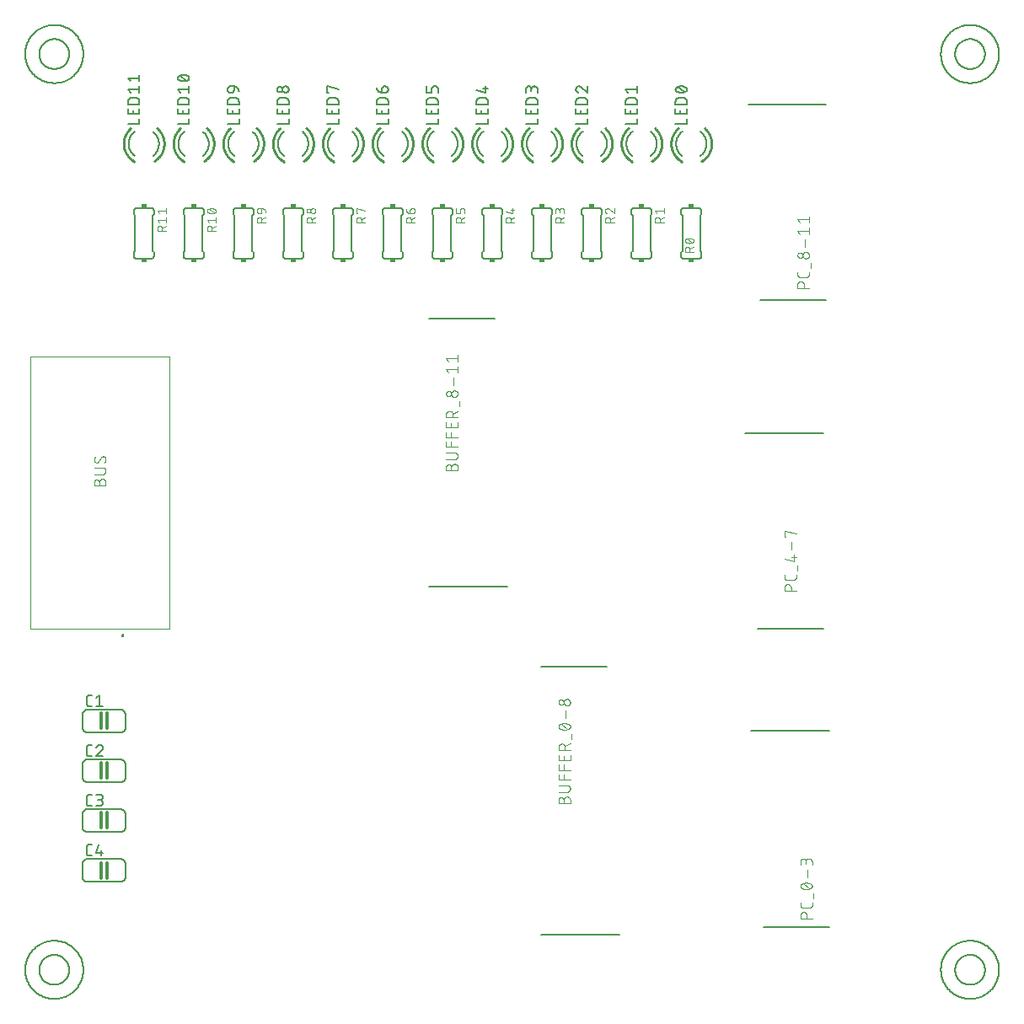
<source format=gbr>
G04 EAGLE Gerber RS-274X export*
G75*
%MOMM*%
%FSLAX34Y34*%
%LPD*%
%INSilkscreen Top*%
%IPPOS*%
%AMOC8*
5,1,8,0,0,1.08239X$1,22.5*%
G01*
%ADD10C,0.200000*%
%ADD11C,0.101600*%
%ADD12C,0.100000*%
%ADD13C,0.200000*%
%ADD14C,0.152400*%
%ADD15R,0.508000X0.381000*%
%ADD16C,0.254000*%
%ADD17C,0.127000*%
%ADD18C,0.304800*%
%ADD19C,0.203200*%


D10*
X607850Y75100D02*
X529500Y75100D01*
X529500Y344300D02*
X595500Y344300D01*
D11*
X551851Y210636D02*
X551851Y207390D01*
X551850Y210636D02*
X551852Y210749D01*
X551858Y210862D01*
X551868Y210975D01*
X551882Y211088D01*
X551899Y211200D01*
X551921Y211311D01*
X551946Y211421D01*
X551976Y211531D01*
X552009Y211639D01*
X552046Y211746D01*
X552086Y211852D01*
X552131Y211956D01*
X552179Y212059D01*
X552230Y212160D01*
X552285Y212259D01*
X552343Y212356D01*
X552405Y212451D01*
X552470Y212544D01*
X552538Y212634D01*
X552609Y212722D01*
X552684Y212808D01*
X552761Y212891D01*
X552841Y212971D01*
X552924Y213048D01*
X553010Y213123D01*
X553098Y213194D01*
X553188Y213262D01*
X553281Y213327D01*
X553376Y213389D01*
X553473Y213447D01*
X553572Y213502D01*
X553673Y213553D01*
X553776Y213601D01*
X553880Y213646D01*
X553986Y213686D01*
X554093Y213723D01*
X554201Y213756D01*
X554311Y213786D01*
X554421Y213811D01*
X554532Y213833D01*
X554644Y213850D01*
X554757Y213864D01*
X554870Y213874D01*
X554983Y213880D01*
X555096Y213882D01*
X555209Y213880D01*
X555322Y213874D01*
X555435Y213864D01*
X555548Y213850D01*
X555660Y213833D01*
X555771Y213811D01*
X555881Y213786D01*
X555991Y213756D01*
X556099Y213723D01*
X556206Y213686D01*
X556312Y213646D01*
X556416Y213601D01*
X556519Y213553D01*
X556620Y213502D01*
X556719Y213447D01*
X556816Y213389D01*
X556911Y213327D01*
X557004Y213262D01*
X557094Y213194D01*
X557182Y213123D01*
X557268Y213048D01*
X557351Y212971D01*
X557431Y212891D01*
X557508Y212808D01*
X557583Y212722D01*
X557654Y212634D01*
X557722Y212544D01*
X557787Y212451D01*
X557849Y212356D01*
X557907Y212259D01*
X557962Y212160D01*
X558013Y212059D01*
X558061Y211956D01*
X558106Y211852D01*
X558146Y211746D01*
X558183Y211639D01*
X558216Y211531D01*
X558246Y211421D01*
X558271Y211311D01*
X558293Y211200D01*
X558310Y211088D01*
X558324Y210975D01*
X558334Y210862D01*
X558340Y210749D01*
X558342Y210636D01*
X558342Y207390D01*
X546658Y207390D01*
X546658Y210636D01*
X546660Y210737D01*
X546666Y210837D01*
X546676Y210937D01*
X546689Y211037D01*
X546707Y211136D01*
X546728Y211235D01*
X546753Y211332D01*
X546782Y211429D01*
X546815Y211524D01*
X546851Y211618D01*
X546891Y211710D01*
X546934Y211801D01*
X546981Y211890D01*
X547031Y211977D01*
X547085Y212063D01*
X547142Y212146D01*
X547202Y212226D01*
X547265Y212305D01*
X547332Y212381D01*
X547401Y212454D01*
X547473Y212524D01*
X547547Y212592D01*
X547624Y212657D01*
X547704Y212718D01*
X547786Y212777D01*
X547870Y212832D01*
X547956Y212884D01*
X548044Y212933D01*
X548134Y212978D01*
X548226Y213020D01*
X548319Y213058D01*
X548414Y213092D01*
X548509Y213123D01*
X548606Y213150D01*
X548704Y213173D01*
X548803Y213193D01*
X548903Y213208D01*
X549003Y213220D01*
X549103Y213228D01*
X549204Y213232D01*
X549304Y213232D01*
X549405Y213228D01*
X549505Y213220D01*
X549605Y213208D01*
X549705Y213193D01*
X549804Y213173D01*
X549902Y213150D01*
X549999Y213123D01*
X550094Y213092D01*
X550189Y213058D01*
X550282Y213020D01*
X550374Y212978D01*
X550464Y212933D01*
X550552Y212884D01*
X550638Y212832D01*
X550722Y212777D01*
X550804Y212718D01*
X550884Y212657D01*
X550961Y212592D01*
X551035Y212524D01*
X551107Y212454D01*
X551176Y212381D01*
X551243Y212305D01*
X551306Y212226D01*
X551366Y212146D01*
X551423Y212063D01*
X551477Y211977D01*
X551527Y211890D01*
X551574Y211801D01*
X551617Y211710D01*
X551657Y211618D01*
X551693Y211524D01*
X551726Y211429D01*
X551755Y211332D01*
X551780Y211235D01*
X551801Y211136D01*
X551819Y211037D01*
X551832Y210937D01*
X551842Y210837D01*
X551848Y210737D01*
X551850Y210636D01*
X555096Y218651D02*
X546658Y218651D01*
X555096Y218650D02*
X555209Y218652D01*
X555322Y218658D01*
X555435Y218668D01*
X555548Y218682D01*
X555660Y218699D01*
X555771Y218721D01*
X555881Y218746D01*
X555991Y218776D01*
X556099Y218809D01*
X556206Y218846D01*
X556312Y218886D01*
X556416Y218931D01*
X556519Y218979D01*
X556620Y219030D01*
X556719Y219085D01*
X556816Y219143D01*
X556911Y219205D01*
X557004Y219270D01*
X557094Y219338D01*
X557182Y219409D01*
X557268Y219484D01*
X557351Y219561D01*
X557431Y219641D01*
X557508Y219724D01*
X557583Y219810D01*
X557654Y219898D01*
X557722Y219988D01*
X557787Y220081D01*
X557849Y220176D01*
X557907Y220273D01*
X557962Y220372D01*
X558013Y220473D01*
X558061Y220576D01*
X558106Y220680D01*
X558146Y220786D01*
X558183Y220893D01*
X558216Y221001D01*
X558246Y221111D01*
X558271Y221221D01*
X558293Y221332D01*
X558310Y221444D01*
X558324Y221557D01*
X558334Y221670D01*
X558340Y221783D01*
X558342Y221896D01*
X558340Y222009D01*
X558334Y222122D01*
X558324Y222235D01*
X558310Y222348D01*
X558293Y222460D01*
X558271Y222571D01*
X558246Y222681D01*
X558216Y222791D01*
X558183Y222899D01*
X558146Y223006D01*
X558106Y223112D01*
X558061Y223216D01*
X558013Y223319D01*
X557962Y223420D01*
X557907Y223519D01*
X557849Y223616D01*
X557787Y223711D01*
X557722Y223804D01*
X557654Y223894D01*
X557583Y223982D01*
X557508Y224068D01*
X557431Y224151D01*
X557351Y224231D01*
X557268Y224308D01*
X557182Y224383D01*
X557094Y224454D01*
X557004Y224522D01*
X556911Y224587D01*
X556816Y224649D01*
X556719Y224707D01*
X556620Y224762D01*
X556519Y224813D01*
X556416Y224861D01*
X556312Y224906D01*
X556206Y224946D01*
X556099Y224983D01*
X555991Y225016D01*
X555881Y225046D01*
X555771Y225071D01*
X555660Y225093D01*
X555548Y225110D01*
X555435Y225124D01*
X555322Y225134D01*
X555209Y225140D01*
X555096Y225142D01*
X546658Y225142D01*
X546658Y230865D02*
X558342Y230865D01*
X546658Y230865D02*
X546658Y236058D01*
X551851Y236058D02*
X551851Y230865D01*
X546658Y240771D02*
X558342Y240771D01*
X546658Y240771D02*
X546658Y245964D01*
X551851Y245964D02*
X551851Y240771D01*
X558342Y250677D02*
X558342Y255870D01*
X558342Y250677D02*
X546658Y250677D01*
X546658Y255870D01*
X551851Y254572D02*
X551851Y250677D01*
X546658Y260634D02*
X558342Y260634D01*
X546658Y260634D02*
X546658Y263880D01*
X546660Y263993D01*
X546666Y264106D01*
X546676Y264219D01*
X546690Y264332D01*
X546707Y264444D01*
X546729Y264555D01*
X546754Y264665D01*
X546784Y264775D01*
X546817Y264883D01*
X546854Y264990D01*
X546894Y265096D01*
X546939Y265200D01*
X546987Y265303D01*
X547038Y265404D01*
X547093Y265503D01*
X547151Y265600D01*
X547213Y265695D01*
X547278Y265788D01*
X547346Y265878D01*
X547417Y265966D01*
X547492Y266052D01*
X547569Y266135D01*
X547649Y266215D01*
X547732Y266292D01*
X547818Y266367D01*
X547906Y266438D01*
X547996Y266506D01*
X548089Y266571D01*
X548184Y266633D01*
X548281Y266691D01*
X548380Y266746D01*
X548481Y266797D01*
X548584Y266845D01*
X548688Y266890D01*
X548794Y266930D01*
X548901Y266967D01*
X549009Y267000D01*
X549119Y267030D01*
X549229Y267055D01*
X549340Y267077D01*
X549452Y267094D01*
X549565Y267108D01*
X549678Y267118D01*
X549791Y267124D01*
X549904Y267126D01*
X550017Y267124D01*
X550130Y267118D01*
X550243Y267108D01*
X550356Y267094D01*
X550468Y267077D01*
X550579Y267055D01*
X550689Y267030D01*
X550799Y267000D01*
X550907Y266967D01*
X551014Y266930D01*
X551120Y266890D01*
X551224Y266845D01*
X551327Y266797D01*
X551428Y266746D01*
X551527Y266691D01*
X551624Y266633D01*
X551719Y266571D01*
X551812Y266506D01*
X551902Y266438D01*
X551990Y266367D01*
X552076Y266292D01*
X552159Y266215D01*
X552239Y266135D01*
X552316Y266052D01*
X552391Y265966D01*
X552462Y265878D01*
X552530Y265788D01*
X552595Y265695D01*
X552657Y265600D01*
X552715Y265503D01*
X552770Y265404D01*
X552821Y265303D01*
X552869Y265200D01*
X552914Y265096D01*
X552954Y264990D01*
X552991Y264883D01*
X553024Y264775D01*
X553054Y264665D01*
X553079Y264555D01*
X553101Y264444D01*
X553118Y264332D01*
X553132Y264219D01*
X553142Y264106D01*
X553148Y263993D01*
X553150Y263880D01*
X553149Y263880D02*
X553149Y260634D01*
X553149Y264529D02*
X558342Y267126D01*
X559640Y271497D02*
X559640Y276690D01*
X552500Y281134D02*
X552270Y281137D01*
X552040Y281145D01*
X551811Y281159D01*
X551582Y281178D01*
X551353Y281203D01*
X551125Y281233D01*
X550898Y281268D01*
X550672Y281309D01*
X550447Y281355D01*
X550223Y281407D01*
X550000Y281464D01*
X549779Y281526D01*
X549559Y281594D01*
X549341Y281667D01*
X549125Y281745D01*
X548911Y281828D01*
X548699Y281916D01*
X548488Y282009D01*
X548281Y282108D01*
X548191Y282141D01*
X548102Y282177D01*
X548014Y282217D01*
X547929Y282261D01*
X547845Y282308D01*
X547763Y282358D01*
X547683Y282412D01*
X547606Y282468D01*
X547530Y282528D01*
X547457Y282591D01*
X547387Y282656D01*
X547319Y282725D01*
X547255Y282796D01*
X547193Y282869D01*
X547134Y282945D01*
X547078Y283023D01*
X547025Y283104D01*
X546976Y283186D01*
X546930Y283270D01*
X546887Y283357D01*
X546848Y283444D01*
X546812Y283534D01*
X546780Y283624D01*
X546752Y283716D01*
X546727Y283809D01*
X546706Y283903D01*
X546689Y283997D01*
X546675Y284092D01*
X546666Y284188D01*
X546660Y284284D01*
X546658Y284380D01*
X546660Y284476D01*
X546666Y284572D01*
X546675Y284668D01*
X546689Y284763D01*
X546706Y284857D01*
X546727Y284951D01*
X546752Y285044D01*
X546780Y285136D01*
X546812Y285226D01*
X546848Y285316D01*
X546887Y285404D01*
X546930Y285490D01*
X546976Y285574D01*
X547025Y285656D01*
X547078Y285737D01*
X547134Y285815D01*
X547193Y285891D01*
X547255Y285964D01*
X547319Y286035D01*
X547387Y286104D01*
X547457Y286169D01*
X547530Y286232D01*
X547606Y286292D01*
X547683Y286348D01*
X547763Y286402D01*
X547845Y286452D01*
X547929Y286499D01*
X548014Y286543D01*
X548102Y286583D01*
X548191Y286619D01*
X548281Y286652D01*
X548488Y286751D01*
X548699Y286844D01*
X548911Y286932D01*
X549125Y287015D01*
X549341Y287093D01*
X549559Y287166D01*
X549779Y287234D01*
X550000Y287296D01*
X550223Y287353D01*
X550447Y287405D01*
X550672Y287451D01*
X550898Y287492D01*
X551125Y287527D01*
X551353Y287557D01*
X551582Y287582D01*
X551811Y287601D01*
X552040Y287615D01*
X552270Y287623D01*
X552500Y287626D01*
X552500Y281134D02*
X552730Y281137D01*
X552960Y281145D01*
X553189Y281159D01*
X553418Y281178D01*
X553647Y281203D01*
X553875Y281233D01*
X554102Y281268D01*
X554328Y281309D01*
X554553Y281355D01*
X554777Y281407D01*
X555000Y281464D01*
X555221Y281526D01*
X555441Y281594D01*
X555659Y281667D01*
X555875Y281745D01*
X556089Y281828D01*
X556301Y281916D01*
X556512Y282009D01*
X556719Y282108D01*
X556809Y282141D01*
X556898Y282177D01*
X556986Y282218D01*
X557071Y282261D01*
X557155Y282308D01*
X557237Y282358D01*
X557317Y282412D01*
X557394Y282468D01*
X557470Y282528D01*
X557543Y282591D01*
X557613Y282656D01*
X557681Y282725D01*
X557745Y282796D01*
X557807Y282869D01*
X557866Y282945D01*
X557922Y283023D01*
X557975Y283104D01*
X558024Y283186D01*
X558070Y283270D01*
X558113Y283357D01*
X558152Y283444D01*
X558188Y283534D01*
X558220Y283624D01*
X558248Y283716D01*
X558273Y283809D01*
X558294Y283903D01*
X558311Y283997D01*
X558325Y284092D01*
X558334Y284188D01*
X558340Y284284D01*
X558342Y284380D01*
X556719Y286652D02*
X556512Y286751D01*
X556301Y286844D01*
X556089Y286932D01*
X555875Y287015D01*
X555659Y287093D01*
X555441Y287166D01*
X555221Y287234D01*
X555000Y287296D01*
X554777Y287353D01*
X554553Y287405D01*
X554328Y287451D01*
X554102Y287492D01*
X553875Y287527D01*
X553647Y287557D01*
X553418Y287582D01*
X553189Y287601D01*
X552960Y287615D01*
X552730Y287623D01*
X552500Y287626D01*
X556719Y286652D02*
X556809Y286619D01*
X556898Y286583D01*
X556986Y286543D01*
X557071Y286499D01*
X557155Y286452D01*
X557237Y286402D01*
X557317Y286348D01*
X557394Y286292D01*
X557470Y286232D01*
X557543Y286169D01*
X557613Y286104D01*
X557681Y286035D01*
X557745Y285964D01*
X557807Y285891D01*
X557866Y285815D01*
X557922Y285737D01*
X557975Y285656D01*
X558024Y285574D01*
X558070Y285490D01*
X558113Y285403D01*
X558152Y285316D01*
X558188Y285226D01*
X558220Y285136D01*
X558248Y285044D01*
X558273Y284951D01*
X558294Y284857D01*
X558311Y284763D01*
X558325Y284668D01*
X558334Y284572D01*
X558340Y284476D01*
X558342Y284380D01*
X555746Y281784D02*
X549254Y286977D01*
X553798Y292678D02*
X553798Y300467D01*
X555096Y305518D02*
X554983Y305520D01*
X554870Y305526D01*
X554757Y305536D01*
X554644Y305550D01*
X554532Y305567D01*
X554421Y305589D01*
X554311Y305614D01*
X554201Y305644D01*
X554093Y305677D01*
X553986Y305714D01*
X553880Y305754D01*
X553776Y305799D01*
X553673Y305847D01*
X553572Y305898D01*
X553473Y305953D01*
X553376Y306011D01*
X553281Y306073D01*
X553188Y306138D01*
X553098Y306206D01*
X553010Y306277D01*
X552924Y306352D01*
X552841Y306429D01*
X552761Y306509D01*
X552684Y306592D01*
X552609Y306678D01*
X552538Y306766D01*
X552470Y306856D01*
X552405Y306949D01*
X552343Y307044D01*
X552285Y307141D01*
X552230Y307240D01*
X552179Y307341D01*
X552131Y307444D01*
X552086Y307548D01*
X552046Y307654D01*
X552009Y307761D01*
X551976Y307869D01*
X551946Y307979D01*
X551921Y308089D01*
X551899Y308200D01*
X551882Y308312D01*
X551868Y308425D01*
X551858Y308538D01*
X551852Y308651D01*
X551850Y308764D01*
X551852Y308877D01*
X551858Y308990D01*
X551868Y309103D01*
X551882Y309216D01*
X551899Y309328D01*
X551921Y309439D01*
X551946Y309549D01*
X551976Y309659D01*
X552009Y309767D01*
X552046Y309874D01*
X552086Y309980D01*
X552131Y310084D01*
X552179Y310187D01*
X552230Y310288D01*
X552285Y310387D01*
X552343Y310484D01*
X552405Y310579D01*
X552470Y310672D01*
X552538Y310762D01*
X552609Y310850D01*
X552684Y310936D01*
X552761Y311019D01*
X552841Y311099D01*
X552924Y311176D01*
X553010Y311251D01*
X553098Y311322D01*
X553188Y311390D01*
X553281Y311455D01*
X553376Y311517D01*
X553473Y311575D01*
X553572Y311630D01*
X553673Y311681D01*
X553776Y311729D01*
X553880Y311774D01*
X553986Y311814D01*
X554093Y311851D01*
X554201Y311884D01*
X554311Y311914D01*
X554421Y311939D01*
X554532Y311961D01*
X554644Y311978D01*
X554757Y311992D01*
X554870Y312002D01*
X554983Y312008D01*
X555096Y312010D01*
X555209Y312008D01*
X555322Y312002D01*
X555435Y311992D01*
X555548Y311978D01*
X555660Y311961D01*
X555771Y311939D01*
X555881Y311914D01*
X555991Y311884D01*
X556099Y311851D01*
X556206Y311814D01*
X556312Y311774D01*
X556416Y311729D01*
X556519Y311681D01*
X556620Y311630D01*
X556719Y311575D01*
X556816Y311517D01*
X556911Y311455D01*
X557004Y311390D01*
X557094Y311322D01*
X557182Y311251D01*
X557268Y311176D01*
X557351Y311099D01*
X557431Y311019D01*
X557508Y310936D01*
X557583Y310850D01*
X557654Y310762D01*
X557722Y310672D01*
X557787Y310579D01*
X557849Y310484D01*
X557907Y310387D01*
X557962Y310288D01*
X558013Y310187D01*
X558061Y310084D01*
X558106Y309980D01*
X558146Y309874D01*
X558183Y309767D01*
X558216Y309659D01*
X558246Y309549D01*
X558271Y309439D01*
X558293Y309328D01*
X558310Y309216D01*
X558324Y309103D01*
X558334Y308990D01*
X558340Y308877D01*
X558342Y308764D01*
X558340Y308651D01*
X558334Y308538D01*
X558324Y308425D01*
X558310Y308312D01*
X558293Y308200D01*
X558271Y308089D01*
X558246Y307979D01*
X558216Y307869D01*
X558183Y307761D01*
X558146Y307654D01*
X558106Y307548D01*
X558061Y307444D01*
X558013Y307341D01*
X557962Y307240D01*
X557907Y307141D01*
X557849Y307044D01*
X557787Y306949D01*
X557722Y306856D01*
X557654Y306766D01*
X557583Y306678D01*
X557508Y306592D01*
X557431Y306509D01*
X557351Y306429D01*
X557268Y306352D01*
X557182Y306277D01*
X557094Y306206D01*
X557004Y306138D01*
X556911Y306073D01*
X556816Y306011D01*
X556719Y305953D01*
X556620Y305898D01*
X556519Y305847D01*
X556416Y305799D01*
X556312Y305754D01*
X556206Y305714D01*
X556099Y305677D01*
X555991Y305644D01*
X555881Y305614D01*
X555771Y305589D01*
X555660Y305567D01*
X555548Y305550D01*
X555435Y305536D01*
X555322Y305526D01*
X555209Y305520D01*
X555096Y305518D01*
X549254Y306168D02*
X549153Y306170D01*
X549053Y306176D01*
X548953Y306186D01*
X548853Y306199D01*
X548754Y306217D01*
X548655Y306238D01*
X548558Y306263D01*
X548461Y306292D01*
X548366Y306325D01*
X548272Y306361D01*
X548180Y306401D01*
X548089Y306444D01*
X548000Y306491D01*
X547913Y306541D01*
X547827Y306595D01*
X547744Y306652D01*
X547664Y306712D01*
X547585Y306775D01*
X547509Y306842D01*
X547436Y306911D01*
X547366Y306983D01*
X547298Y307057D01*
X547233Y307134D01*
X547172Y307214D01*
X547113Y307296D01*
X547058Y307380D01*
X547006Y307466D01*
X546957Y307554D01*
X546912Y307644D01*
X546870Y307736D01*
X546832Y307829D01*
X546798Y307924D01*
X546767Y308019D01*
X546740Y308116D01*
X546717Y308214D01*
X546697Y308313D01*
X546682Y308413D01*
X546670Y308513D01*
X546662Y308613D01*
X546658Y308714D01*
X546658Y308814D01*
X546662Y308915D01*
X546670Y309015D01*
X546682Y309115D01*
X546697Y309215D01*
X546717Y309314D01*
X546740Y309412D01*
X546767Y309509D01*
X546798Y309604D01*
X546832Y309699D01*
X546870Y309792D01*
X546912Y309884D01*
X546957Y309974D01*
X547006Y310062D01*
X547058Y310148D01*
X547113Y310232D01*
X547172Y310314D01*
X547233Y310394D01*
X547298Y310471D01*
X547366Y310545D01*
X547436Y310617D01*
X547509Y310686D01*
X547585Y310753D01*
X547664Y310816D01*
X547744Y310876D01*
X547827Y310933D01*
X547913Y310987D01*
X548000Y311037D01*
X548089Y311084D01*
X548180Y311127D01*
X548272Y311167D01*
X548366Y311203D01*
X548461Y311236D01*
X548558Y311265D01*
X548655Y311290D01*
X548754Y311311D01*
X548853Y311329D01*
X548953Y311342D01*
X549053Y311352D01*
X549153Y311358D01*
X549254Y311360D01*
X549355Y311358D01*
X549455Y311352D01*
X549555Y311342D01*
X549655Y311329D01*
X549754Y311311D01*
X549853Y311290D01*
X549950Y311265D01*
X550047Y311236D01*
X550142Y311203D01*
X550236Y311167D01*
X550328Y311127D01*
X550419Y311084D01*
X550508Y311037D01*
X550595Y310987D01*
X550681Y310933D01*
X550764Y310876D01*
X550844Y310816D01*
X550923Y310753D01*
X550999Y310686D01*
X551072Y310617D01*
X551142Y310545D01*
X551210Y310471D01*
X551275Y310394D01*
X551336Y310314D01*
X551395Y310232D01*
X551450Y310148D01*
X551502Y310062D01*
X551551Y309974D01*
X551596Y309884D01*
X551638Y309792D01*
X551676Y309699D01*
X551710Y309604D01*
X551741Y309509D01*
X551768Y309412D01*
X551791Y309314D01*
X551811Y309215D01*
X551826Y309115D01*
X551838Y309015D01*
X551846Y308915D01*
X551850Y308814D01*
X551850Y308714D01*
X551846Y308613D01*
X551838Y308513D01*
X551826Y308413D01*
X551811Y308313D01*
X551791Y308214D01*
X551768Y308116D01*
X551741Y308019D01*
X551710Y307924D01*
X551676Y307829D01*
X551638Y307736D01*
X551596Y307644D01*
X551551Y307554D01*
X551502Y307466D01*
X551450Y307380D01*
X551395Y307296D01*
X551336Y307214D01*
X551275Y307134D01*
X551210Y307057D01*
X551142Y306983D01*
X551072Y306911D01*
X550999Y306842D01*
X550923Y306775D01*
X550844Y306712D01*
X550764Y306652D01*
X550681Y306595D01*
X550595Y306541D01*
X550508Y306491D01*
X550419Y306444D01*
X550328Y306401D01*
X550236Y306361D01*
X550142Y306325D01*
X550047Y306292D01*
X549950Y306263D01*
X549853Y306238D01*
X549754Y306217D01*
X549655Y306199D01*
X549555Y306186D01*
X549455Y306176D01*
X549355Y306170D01*
X549254Y306168D01*
D10*
X494850Y425100D02*
X416500Y425100D01*
X416500Y694300D02*
X482500Y694300D01*
D11*
X438851Y544921D02*
X438851Y541675D01*
X438850Y544921D02*
X438852Y545034D01*
X438858Y545147D01*
X438868Y545260D01*
X438882Y545373D01*
X438899Y545485D01*
X438921Y545596D01*
X438946Y545706D01*
X438976Y545816D01*
X439009Y545924D01*
X439046Y546031D01*
X439086Y546137D01*
X439131Y546241D01*
X439179Y546344D01*
X439230Y546445D01*
X439285Y546544D01*
X439343Y546641D01*
X439405Y546736D01*
X439470Y546829D01*
X439538Y546919D01*
X439609Y547007D01*
X439684Y547093D01*
X439761Y547176D01*
X439841Y547256D01*
X439924Y547333D01*
X440010Y547408D01*
X440098Y547479D01*
X440188Y547547D01*
X440281Y547612D01*
X440376Y547674D01*
X440473Y547732D01*
X440572Y547787D01*
X440673Y547838D01*
X440776Y547886D01*
X440880Y547931D01*
X440986Y547971D01*
X441093Y548008D01*
X441201Y548041D01*
X441311Y548071D01*
X441421Y548096D01*
X441532Y548118D01*
X441644Y548135D01*
X441757Y548149D01*
X441870Y548159D01*
X441983Y548165D01*
X442096Y548167D01*
X442209Y548165D01*
X442322Y548159D01*
X442435Y548149D01*
X442548Y548135D01*
X442660Y548118D01*
X442771Y548096D01*
X442881Y548071D01*
X442991Y548041D01*
X443099Y548008D01*
X443206Y547971D01*
X443312Y547931D01*
X443416Y547886D01*
X443519Y547838D01*
X443620Y547787D01*
X443719Y547732D01*
X443816Y547674D01*
X443911Y547612D01*
X444004Y547547D01*
X444094Y547479D01*
X444182Y547408D01*
X444268Y547333D01*
X444351Y547256D01*
X444431Y547176D01*
X444508Y547093D01*
X444583Y547007D01*
X444654Y546919D01*
X444722Y546829D01*
X444787Y546736D01*
X444849Y546641D01*
X444907Y546544D01*
X444962Y546445D01*
X445013Y546344D01*
X445061Y546241D01*
X445106Y546137D01*
X445146Y546031D01*
X445183Y545924D01*
X445216Y545816D01*
X445246Y545706D01*
X445271Y545596D01*
X445293Y545485D01*
X445310Y545373D01*
X445324Y545260D01*
X445334Y545147D01*
X445340Y545034D01*
X445342Y544921D01*
X445342Y541675D01*
X433658Y541675D01*
X433658Y544921D01*
X433660Y545022D01*
X433666Y545122D01*
X433676Y545222D01*
X433689Y545322D01*
X433707Y545421D01*
X433728Y545520D01*
X433753Y545617D01*
X433782Y545714D01*
X433815Y545809D01*
X433851Y545903D01*
X433891Y545995D01*
X433934Y546086D01*
X433981Y546175D01*
X434031Y546262D01*
X434085Y546348D01*
X434142Y546431D01*
X434202Y546511D01*
X434265Y546590D01*
X434332Y546666D01*
X434401Y546739D01*
X434473Y546809D01*
X434547Y546877D01*
X434624Y546942D01*
X434704Y547003D01*
X434786Y547062D01*
X434870Y547117D01*
X434956Y547169D01*
X435044Y547218D01*
X435134Y547263D01*
X435226Y547305D01*
X435319Y547343D01*
X435414Y547377D01*
X435509Y547408D01*
X435606Y547435D01*
X435704Y547458D01*
X435803Y547478D01*
X435903Y547493D01*
X436003Y547505D01*
X436103Y547513D01*
X436204Y547517D01*
X436304Y547517D01*
X436405Y547513D01*
X436505Y547505D01*
X436605Y547493D01*
X436705Y547478D01*
X436804Y547458D01*
X436902Y547435D01*
X436999Y547408D01*
X437094Y547377D01*
X437189Y547343D01*
X437282Y547305D01*
X437374Y547263D01*
X437464Y547218D01*
X437552Y547169D01*
X437638Y547117D01*
X437722Y547062D01*
X437804Y547003D01*
X437884Y546942D01*
X437961Y546877D01*
X438035Y546809D01*
X438107Y546739D01*
X438176Y546666D01*
X438243Y546590D01*
X438306Y546511D01*
X438366Y546431D01*
X438423Y546348D01*
X438477Y546262D01*
X438527Y546175D01*
X438574Y546086D01*
X438617Y545995D01*
X438657Y545903D01*
X438693Y545809D01*
X438726Y545714D01*
X438755Y545617D01*
X438780Y545520D01*
X438801Y545421D01*
X438819Y545322D01*
X438832Y545222D01*
X438842Y545122D01*
X438848Y545022D01*
X438850Y544921D01*
X442096Y552936D02*
X433658Y552936D01*
X442096Y552935D02*
X442209Y552937D01*
X442322Y552943D01*
X442435Y552953D01*
X442548Y552967D01*
X442660Y552984D01*
X442771Y553006D01*
X442881Y553031D01*
X442991Y553061D01*
X443099Y553094D01*
X443206Y553131D01*
X443312Y553171D01*
X443416Y553216D01*
X443519Y553264D01*
X443620Y553315D01*
X443719Y553370D01*
X443816Y553428D01*
X443911Y553490D01*
X444004Y553555D01*
X444094Y553623D01*
X444182Y553694D01*
X444268Y553769D01*
X444351Y553846D01*
X444431Y553926D01*
X444508Y554009D01*
X444583Y554095D01*
X444654Y554183D01*
X444722Y554273D01*
X444787Y554366D01*
X444849Y554461D01*
X444907Y554558D01*
X444962Y554657D01*
X445013Y554758D01*
X445061Y554861D01*
X445106Y554965D01*
X445146Y555071D01*
X445183Y555178D01*
X445216Y555286D01*
X445246Y555396D01*
X445271Y555506D01*
X445293Y555617D01*
X445310Y555729D01*
X445324Y555842D01*
X445334Y555955D01*
X445340Y556068D01*
X445342Y556181D01*
X445340Y556294D01*
X445334Y556407D01*
X445324Y556520D01*
X445310Y556633D01*
X445293Y556745D01*
X445271Y556856D01*
X445246Y556966D01*
X445216Y557076D01*
X445183Y557184D01*
X445146Y557291D01*
X445106Y557397D01*
X445061Y557501D01*
X445013Y557604D01*
X444962Y557705D01*
X444907Y557804D01*
X444849Y557901D01*
X444787Y557996D01*
X444722Y558089D01*
X444654Y558179D01*
X444583Y558267D01*
X444508Y558353D01*
X444431Y558436D01*
X444351Y558516D01*
X444268Y558593D01*
X444182Y558668D01*
X444094Y558739D01*
X444004Y558807D01*
X443911Y558872D01*
X443816Y558934D01*
X443719Y558992D01*
X443620Y559047D01*
X443519Y559098D01*
X443416Y559146D01*
X443312Y559191D01*
X443206Y559231D01*
X443099Y559268D01*
X442991Y559301D01*
X442881Y559331D01*
X442771Y559356D01*
X442660Y559378D01*
X442548Y559395D01*
X442435Y559409D01*
X442322Y559419D01*
X442209Y559425D01*
X442096Y559427D01*
X433658Y559427D01*
X433658Y565150D02*
X445342Y565150D01*
X433658Y565150D02*
X433658Y570343D01*
X438851Y570343D02*
X438851Y565150D01*
X433658Y575056D02*
X445342Y575056D01*
X433658Y575056D02*
X433658Y580249D01*
X438851Y580249D02*
X438851Y575056D01*
X445342Y584962D02*
X445342Y590155D01*
X445342Y584962D02*
X433658Y584962D01*
X433658Y590155D01*
X438851Y588857D02*
X438851Y584962D01*
X433658Y594919D02*
X445342Y594919D01*
X433658Y594919D02*
X433658Y598165D01*
X433660Y598278D01*
X433666Y598391D01*
X433676Y598504D01*
X433690Y598617D01*
X433707Y598729D01*
X433729Y598840D01*
X433754Y598950D01*
X433784Y599060D01*
X433817Y599168D01*
X433854Y599275D01*
X433894Y599381D01*
X433939Y599485D01*
X433987Y599588D01*
X434038Y599689D01*
X434093Y599788D01*
X434151Y599885D01*
X434213Y599980D01*
X434278Y600073D01*
X434346Y600163D01*
X434417Y600251D01*
X434492Y600337D01*
X434569Y600420D01*
X434649Y600500D01*
X434732Y600577D01*
X434818Y600652D01*
X434906Y600723D01*
X434996Y600791D01*
X435089Y600856D01*
X435184Y600918D01*
X435281Y600976D01*
X435380Y601031D01*
X435481Y601082D01*
X435584Y601130D01*
X435688Y601175D01*
X435794Y601215D01*
X435901Y601252D01*
X436009Y601285D01*
X436119Y601315D01*
X436229Y601340D01*
X436340Y601362D01*
X436452Y601379D01*
X436565Y601393D01*
X436678Y601403D01*
X436791Y601409D01*
X436904Y601411D01*
X437017Y601409D01*
X437130Y601403D01*
X437243Y601393D01*
X437356Y601379D01*
X437468Y601362D01*
X437579Y601340D01*
X437689Y601315D01*
X437799Y601285D01*
X437907Y601252D01*
X438014Y601215D01*
X438120Y601175D01*
X438224Y601130D01*
X438327Y601082D01*
X438428Y601031D01*
X438527Y600976D01*
X438624Y600918D01*
X438719Y600856D01*
X438812Y600791D01*
X438902Y600723D01*
X438990Y600652D01*
X439076Y600577D01*
X439159Y600500D01*
X439239Y600420D01*
X439316Y600337D01*
X439391Y600251D01*
X439462Y600163D01*
X439530Y600073D01*
X439595Y599980D01*
X439657Y599885D01*
X439715Y599788D01*
X439770Y599689D01*
X439821Y599588D01*
X439869Y599485D01*
X439914Y599381D01*
X439954Y599275D01*
X439991Y599168D01*
X440024Y599060D01*
X440054Y598950D01*
X440079Y598840D01*
X440101Y598729D01*
X440118Y598617D01*
X440132Y598504D01*
X440142Y598391D01*
X440148Y598278D01*
X440150Y598165D01*
X440149Y598165D02*
X440149Y594919D01*
X440149Y598814D02*
X445342Y601411D01*
X446640Y605782D02*
X446640Y610975D01*
X442096Y615419D02*
X441983Y615421D01*
X441870Y615427D01*
X441757Y615437D01*
X441644Y615451D01*
X441532Y615468D01*
X441421Y615490D01*
X441311Y615515D01*
X441201Y615545D01*
X441093Y615578D01*
X440986Y615615D01*
X440880Y615655D01*
X440776Y615700D01*
X440673Y615748D01*
X440572Y615799D01*
X440473Y615854D01*
X440376Y615912D01*
X440281Y615974D01*
X440188Y616039D01*
X440098Y616107D01*
X440010Y616178D01*
X439924Y616253D01*
X439841Y616330D01*
X439761Y616410D01*
X439684Y616493D01*
X439609Y616579D01*
X439538Y616667D01*
X439470Y616757D01*
X439405Y616850D01*
X439343Y616945D01*
X439285Y617042D01*
X439230Y617141D01*
X439179Y617242D01*
X439131Y617345D01*
X439086Y617449D01*
X439046Y617555D01*
X439009Y617662D01*
X438976Y617770D01*
X438946Y617880D01*
X438921Y617990D01*
X438899Y618101D01*
X438882Y618213D01*
X438868Y618326D01*
X438858Y618439D01*
X438852Y618552D01*
X438850Y618665D01*
X438852Y618778D01*
X438858Y618891D01*
X438868Y619004D01*
X438882Y619117D01*
X438899Y619229D01*
X438921Y619340D01*
X438946Y619450D01*
X438976Y619560D01*
X439009Y619668D01*
X439046Y619775D01*
X439086Y619881D01*
X439131Y619985D01*
X439179Y620088D01*
X439230Y620189D01*
X439285Y620288D01*
X439343Y620385D01*
X439405Y620480D01*
X439470Y620573D01*
X439538Y620663D01*
X439609Y620751D01*
X439684Y620837D01*
X439761Y620920D01*
X439841Y621000D01*
X439924Y621077D01*
X440010Y621152D01*
X440098Y621223D01*
X440188Y621291D01*
X440281Y621356D01*
X440376Y621418D01*
X440473Y621476D01*
X440572Y621531D01*
X440673Y621582D01*
X440776Y621630D01*
X440880Y621675D01*
X440986Y621715D01*
X441093Y621752D01*
X441201Y621785D01*
X441311Y621815D01*
X441421Y621840D01*
X441532Y621862D01*
X441644Y621879D01*
X441757Y621893D01*
X441870Y621903D01*
X441983Y621909D01*
X442096Y621911D01*
X442209Y621909D01*
X442322Y621903D01*
X442435Y621893D01*
X442548Y621879D01*
X442660Y621862D01*
X442771Y621840D01*
X442881Y621815D01*
X442991Y621785D01*
X443099Y621752D01*
X443206Y621715D01*
X443312Y621675D01*
X443416Y621630D01*
X443519Y621582D01*
X443620Y621531D01*
X443719Y621476D01*
X443816Y621418D01*
X443911Y621356D01*
X444004Y621291D01*
X444094Y621223D01*
X444182Y621152D01*
X444268Y621077D01*
X444351Y621000D01*
X444431Y620920D01*
X444508Y620837D01*
X444583Y620751D01*
X444654Y620663D01*
X444722Y620573D01*
X444787Y620480D01*
X444849Y620385D01*
X444907Y620288D01*
X444962Y620189D01*
X445013Y620088D01*
X445061Y619985D01*
X445106Y619881D01*
X445146Y619775D01*
X445183Y619668D01*
X445216Y619560D01*
X445246Y619450D01*
X445271Y619340D01*
X445293Y619229D01*
X445310Y619117D01*
X445324Y619004D01*
X445334Y618891D01*
X445340Y618778D01*
X445342Y618665D01*
X445340Y618552D01*
X445334Y618439D01*
X445324Y618326D01*
X445310Y618213D01*
X445293Y618101D01*
X445271Y617990D01*
X445246Y617880D01*
X445216Y617770D01*
X445183Y617662D01*
X445146Y617555D01*
X445106Y617449D01*
X445061Y617345D01*
X445013Y617242D01*
X444962Y617141D01*
X444907Y617042D01*
X444849Y616945D01*
X444787Y616850D01*
X444722Y616757D01*
X444654Y616667D01*
X444583Y616579D01*
X444508Y616493D01*
X444431Y616410D01*
X444351Y616330D01*
X444268Y616253D01*
X444182Y616178D01*
X444094Y616107D01*
X444004Y616039D01*
X443911Y615974D01*
X443816Y615912D01*
X443719Y615854D01*
X443620Y615799D01*
X443519Y615748D01*
X443416Y615700D01*
X443312Y615655D01*
X443206Y615615D01*
X443099Y615578D01*
X442991Y615545D01*
X442881Y615515D01*
X442771Y615490D01*
X442660Y615468D01*
X442548Y615451D01*
X442435Y615437D01*
X442322Y615427D01*
X442209Y615421D01*
X442096Y615419D01*
X436254Y616069D02*
X436153Y616071D01*
X436053Y616077D01*
X435953Y616087D01*
X435853Y616100D01*
X435754Y616118D01*
X435655Y616139D01*
X435558Y616164D01*
X435461Y616193D01*
X435366Y616226D01*
X435272Y616262D01*
X435180Y616302D01*
X435089Y616345D01*
X435000Y616392D01*
X434913Y616442D01*
X434827Y616496D01*
X434744Y616553D01*
X434664Y616613D01*
X434585Y616676D01*
X434509Y616743D01*
X434436Y616812D01*
X434366Y616884D01*
X434298Y616958D01*
X434233Y617035D01*
X434172Y617115D01*
X434113Y617197D01*
X434058Y617281D01*
X434006Y617367D01*
X433957Y617455D01*
X433912Y617545D01*
X433870Y617637D01*
X433832Y617730D01*
X433798Y617825D01*
X433767Y617920D01*
X433740Y618017D01*
X433717Y618115D01*
X433697Y618214D01*
X433682Y618314D01*
X433670Y618414D01*
X433662Y618514D01*
X433658Y618615D01*
X433658Y618715D01*
X433662Y618816D01*
X433670Y618916D01*
X433682Y619016D01*
X433697Y619116D01*
X433717Y619215D01*
X433740Y619313D01*
X433767Y619410D01*
X433798Y619505D01*
X433832Y619600D01*
X433870Y619693D01*
X433912Y619785D01*
X433957Y619875D01*
X434006Y619963D01*
X434058Y620049D01*
X434113Y620133D01*
X434172Y620215D01*
X434233Y620295D01*
X434298Y620372D01*
X434366Y620446D01*
X434436Y620518D01*
X434509Y620587D01*
X434585Y620654D01*
X434664Y620717D01*
X434744Y620777D01*
X434827Y620834D01*
X434913Y620888D01*
X435000Y620938D01*
X435089Y620985D01*
X435180Y621028D01*
X435272Y621068D01*
X435366Y621104D01*
X435461Y621137D01*
X435558Y621166D01*
X435655Y621191D01*
X435754Y621212D01*
X435853Y621230D01*
X435953Y621243D01*
X436053Y621253D01*
X436153Y621259D01*
X436254Y621261D01*
X436355Y621259D01*
X436455Y621253D01*
X436555Y621243D01*
X436655Y621230D01*
X436754Y621212D01*
X436853Y621191D01*
X436950Y621166D01*
X437047Y621137D01*
X437142Y621104D01*
X437236Y621068D01*
X437328Y621028D01*
X437419Y620985D01*
X437508Y620938D01*
X437595Y620888D01*
X437681Y620834D01*
X437764Y620777D01*
X437844Y620717D01*
X437923Y620654D01*
X437999Y620587D01*
X438072Y620518D01*
X438142Y620446D01*
X438210Y620372D01*
X438275Y620295D01*
X438336Y620215D01*
X438395Y620133D01*
X438450Y620049D01*
X438502Y619963D01*
X438551Y619875D01*
X438596Y619785D01*
X438638Y619693D01*
X438676Y619600D01*
X438710Y619505D01*
X438741Y619410D01*
X438768Y619313D01*
X438791Y619215D01*
X438811Y619116D01*
X438826Y619016D01*
X438838Y618916D01*
X438846Y618816D01*
X438850Y618715D01*
X438850Y618615D01*
X438846Y618514D01*
X438838Y618414D01*
X438826Y618314D01*
X438811Y618214D01*
X438791Y618115D01*
X438768Y618017D01*
X438741Y617920D01*
X438710Y617825D01*
X438676Y617730D01*
X438638Y617637D01*
X438596Y617545D01*
X438551Y617455D01*
X438502Y617367D01*
X438450Y617281D01*
X438395Y617197D01*
X438336Y617115D01*
X438275Y617035D01*
X438210Y616958D01*
X438142Y616884D01*
X438072Y616812D01*
X437999Y616743D01*
X437923Y616676D01*
X437844Y616613D01*
X437764Y616553D01*
X437681Y616496D01*
X437595Y616442D01*
X437508Y616392D01*
X437419Y616345D01*
X437328Y616302D01*
X437236Y616262D01*
X437142Y616226D01*
X437047Y616193D01*
X436950Y616164D01*
X436853Y616139D01*
X436754Y616118D01*
X436655Y616100D01*
X436555Y616087D01*
X436455Y616077D01*
X436355Y616071D01*
X436254Y616069D01*
X440798Y626963D02*
X440798Y634752D01*
X436254Y639804D02*
X433658Y643049D01*
X445342Y643049D01*
X445342Y639804D02*
X445342Y646295D01*
X436254Y651234D02*
X433658Y654479D01*
X445342Y654479D01*
X445342Y651234D02*
X445342Y657725D01*
D12*
X15900Y656300D02*
X15900Y382300D01*
X15900Y656300D02*
X155900Y656300D01*
X155900Y382300D01*
X15900Y382300D01*
D13*
X108900Y375300D03*
D10*
X108944Y375302D01*
X108987Y375308D01*
X109029Y375317D01*
X109071Y375330D01*
X109111Y375347D01*
X109150Y375367D01*
X109187Y375390D01*
X109221Y375417D01*
X109254Y375446D01*
X109283Y375479D01*
X109310Y375513D01*
X109333Y375550D01*
X109353Y375589D01*
X109370Y375629D01*
X109383Y375671D01*
X109392Y375713D01*
X109398Y375756D01*
X109400Y375800D01*
X109398Y375844D01*
X109392Y375887D01*
X109383Y375929D01*
X109370Y375971D01*
X109353Y376011D01*
X109333Y376050D01*
X109310Y376087D01*
X109283Y376121D01*
X109254Y376154D01*
X109221Y376183D01*
X109187Y376210D01*
X109150Y376233D01*
X109111Y376253D01*
X109071Y376270D01*
X109029Y376283D01*
X108987Y376292D01*
X108944Y376298D01*
X108900Y376300D01*
D13*
X108900Y376300D03*
D10*
X108856Y376298D01*
X108813Y376292D01*
X108771Y376283D01*
X108729Y376270D01*
X108689Y376253D01*
X108650Y376233D01*
X108613Y376210D01*
X108579Y376183D01*
X108546Y376154D01*
X108517Y376121D01*
X108490Y376087D01*
X108467Y376050D01*
X108447Y376011D01*
X108430Y375971D01*
X108417Y375929D01*
X108408Y375887D01*
X108402Y375844D01*
X108400Y375800D01*
X108402Y375756D01*
X108408Y375713D01*
X108417Y375671D01*
X108430Y375629D01*
X108447Y375589D01*
X108467Y375550D01*
X108490Y375513D01*
X108517Y375479D01*
X108546Y375446D01*
X108579Y375417D01*
X108613Y375390D01*
X108650Y375367D01*
X108689Y375347D01*
X108729Y375330D01*
X108771Y375317D01*
X108813Y375308D01*
X108856Y375302D01*
X108900Y375300D01*
D13*
X108900Y375300D03*
D10*
X108944Y375302D01*
X108987Y375308D01*
X109029Y375317D01*
X109071Y375330D01*
X109111Y375347D01*
X109150Y375367D01*
X109187Y375390D01*
X109221Y375417D01*
X109254Y375446D01*
X109283Y375479D01*
X109310Y375513D01*
X109333Y375550D01*
X109353Y375589D01*
X109370Y375629D01*
X109383Y375671D01*
X109392Y375713D01*
X109398Y375756D01*
X109400Y375800D01*
X109398Y375844D01*
X109392Y375887D01*
X109383Y375929D01*
X109370Y375971D01*
X109353Y376011D01*
X109333Y376050D01*
X109310Y376087D01*
X109283Y376121D01*
X109254Y376154D01*
X109221Y376183D01*
X109187Y376210D01*
X109150Y376233D01*
X109111Y376253D01*
X109071Y376270D01*
X109029Y376283D01*
X108987Y376292D01*
X108944Y376298D01*
X108900Y376300D01*
D11*
X85251Y526609D02*
X85251Y529855D01*
X85250Y529855D02*
X85252Y529968D01*
X85258Y530081D01*
X85268Y530194D01*
X85282Y530307D01*
X85299Y530419D01*
X85321Y530530D01*
X85346Y530640D01*
X85376Y530750D01*
X85409Y530858D01*
X85446Y530965D01*
X85486Y531071D01*
X85531Y531175D01*
X85579Y531278D01*
X85630Y531379D01*
X85685Y531478D01*
X85743Y531575D01*
X85805Y531670D01*
X85870Y531763D01*
X85938Y531853D01*
X86009Y531941D01*
X86084Y532027D01*
X86161Y532110D01*
X86241Y532190D01*
X86324Y532267D01*
X86410Y532342D01*
X86498Y532413D01*
X86588Y532481D01*
X86681Y532546D01*
X86776Y532608D01*
X86873Y532666D01*
X86972Y532721D01*
X87073Y532772D01*
X87176Y532820D01*
X87280Y532865D01*
X87386Y532905D01*
X87493Y532942D01*
X87601Y532975D01*
X87711Y533005D01*
X87821Y533030D01*
X87932Y533052D01*
X88044Y533069D01*
X88157Y533083D01*
X88270Y533093D01*
X88383Y533099D01*
X88496Y533101D01*
X88609Y533099D01*
X88722Y533093D01*
X88835Y533083D01*
X88948Y533069D01*
X89060Y533052D01*
X89171Y533030D01*
X89281Y533005D01*
X89391Y532975D01*
X89499Y532942D01*
X89606Y532905D01*
X89712Y532865D01*
X89816Y532820D01*
X89919Y532772D01*
X90020Y532721D01*
X90119Y532666D01*
X90216Y532608D01*
X90311Y532546D01*
X90404Y532481D01*
X90494Y532413D01*
X90582Y532342D01*
X90668Y532267D01*
X90751Y532190D01*
X90831Y532110D01*
X90908Y532027D01*
X90983Y531941D01*
X91054Y531853D01*
X91122Y531763D01*
X91187Y531670D01*
X91249Y531575D01*
X91307Y531478D01*
X91362Y531379D01*
X91413Y531278D01*
X91461Y531175D01*
X91506Y531071D01*
X91546Y530965D01*
X91583Y530858D01*
X91616Y530750D01*
X91646Y530640D01*
X91671Y530530D01*
X91693Y530419D01*
X91710Y530307D01*
X91724Y530194D01*
X91734Y530081D01*
X91740Y529968D01*
X91742Y529855D01*
X91742Y526609D01*
X80058Y526609D01*
X80058Y529855D01*
X80060Y529956D01*
X80066Y530056D01*
X80076Y530156D01*
X80089Y530256D01*
X80107Y530355D01*
X80128Y530454D01*
X80153Y530551D01*
X80182Y530648D01*
X80215Y530743D01*
X80251Y530837D01*
X80291Y530929D01*
X80334Y531020D01*
X80381Y531109D01*
X80431Y531196D01*
X80485Y531282D01*
X80542Y531365D01*
X80602Y531445D01*
X80665Y531524D01*
X80732Y531600D01*
X80801Y531673D01*
X80873Y531743D01*
X80947Y531811D01*
X81024Y531876D01*
X81104Y531937D01*
X81186Y531996D01*
X81270Y532051D01*
X81356Y532103D01*
X81444Y532152D01*
X81534Y532197D01*
X81626Y532239D01*
X81719Y532277D01*
X81814Y532311D01*
X81909Y532342D01*
X82006Y532369D01*
X82104Y532392D01*
X82203Y532412D01*
X82303Y532427D01*
X82403Y532439D01*
X82503Y532447D01*
X82604Y532451D01*
X82704Y532451D01*
X82805Y532447D01*
X82905Y532439D01*
X83005Y532427D01*
X83105Y532412D01*
X83204Y532392D01*
X83302Y532369D01*
X83399Y532342D01*
X83494Y532311D01*
X83589Y532277D01*
X83682Y532239D01*
X83774Y532197D01*
X83864Y532152D01*
X83952Y532103D01*
X84038Y532051D01*
X84122Y531996D01*
X84204Y531937D01*
X84284Y531876D01*
X84361Y531811D01*
X84435Y531743D01*
X84507Y531673D01*
X84576Y531600D01*
X84643Y531524D01*
X84706Y531445D01*
X84766Y531365D01*
X84823Y531282D01*
X84877Y531196D01*
X84927Y531109D01*
X84974Y531020D01*
X85017Y530929D01*
X85057Y530837D01*
X85093Y530743D01*
X85126Y530648D01*
X85155Y530551D01*
X85180Y530454D01*
X85201Y530355D01*
X85219Y530256D01*
X85232Y530156D01*
X85242Y530056D01*
X85248Y529956D01*
X85250Y529855D01*
X88496Y537870D02*
X80058Y537870D01*
X88496Y537869D02*
X88609Y537871D01*
X88722Y537877D01*
X88835Y537887D01*
X88948Y537901D01*
X89060Y537918D01*
X89171Y537940D01*
X89281Y537965D01*
X89391Y537995D01*
X89499Y538028D01*
X89606Y538065D01*
X89712Y538105D01*
X89816Y538150D01*
X89919Y538198D01*
X90020Y538249D01*
X90119Y538304D01*
X90216Y538362D01*
X90311Y538424D01*
X90404Y538489D01*
X90494Y538557D01*
X90582Y538628D01*
X90668Y538703D01*
X90751Y538780D01*
X90831Y538860D01*
X90908Y538943D01*
X90983Y539029D01*
X91054Y539117D01*
X91122Y539207D01*
X91187Y539300D01*
X91249Y539395D01*
X91307Y539492D01*
X91362Y539591D01*
X91413Y539692D01*
X91461Y539795D01*
X91506Y539899D01*
X91546Y540005D01*
X91583Y540112D01*
X91616Y540220D01*
X91646Y540330D01*
X91671Y540440D01*
X91693Y540551D01*
X91710Y540663D01*
X91724Y540776D01*
X91734Y540889D01*
X91740Y541002D01*
X91742Y541115D01*
X91740Y541228D01*
X91734Y541341D01*
X91724Y541454D01*
X91710Y541567D01*
X91693Y541679D01*
X91671Y541790D01*
X91646Y541900D01*
X91616Y542010D01*
X91583Y542118D01*
X91546Y542225D01*
X91506Y542331D01*
X91461Y542435D01*
X91413Y542538D01*
X91362Y542639D01*
X91307Y542738D01*
X91249Y542835D01*
X91187Y542930D01*
X91122Y543023D01*
X91054Y543113D01*
X90983Y543201D01*
X90908Y543287D01*
X90831Y543370D01*
X90751Y543450D01*
X90668Y543527D01*
X90582Y543602D01*
X90494Y543673D01*
X90404Y543741D01*
X90311Y543806D01*
X90216Y543868D01*
X90119Y543926D01*
X90020Y543981D01*
X89919Y544032D01*
X89816Y544080D01*
X89712Y544125D01*
X89606Y544165D01*
X89499Y544202D01*
X89391Y544235D01*
X89281Y544265D01*
X89171Y544290D01*
X89060Y544312D01*
X88948Y544329D01*
X88835Y544343D01*
X88722Y544353D01*
X88609Y544359D01*
X88496Y544361D01*
X80058Y544361D01*
X89146Y555790D02*
X89245Y555788D01*
X89345Y555782D01*
X89444Y555773D01*
X89542Y555760D01*
X89640Y555743D01*
X89738Y555722D01*
X89834Y555697D01*
X89929Y555669D01*
X90023Y555637D01*
X90116Y555602D01*
X90208Y555563D01*
X90298Y555520D01*
X90386Y555475D01*
X90473Y555425D01*
X90557Y555373D01*
X90640Y555317D01*
X90720Y555259D01*
X90798Y555197D01*
X90873Y555132D01*
X90946Y555064D01*
X91016Y554994D01*
X91084Y554921D01*
X91149Y554846D01*
X91211Y554768D01*
X91269Y554688D01*
X91325Y554605D01*
X91377Y554521D01*
X91427Y554434D01*
X91472Y554346D01*
X91515Y554256D01*
X91554Y554164D01*
X91589Y554071D01*
X91621Y553977D01*
X91649Y553882D01*
X91674Y553786D01*
X91695Y553688D01*
X91712Y553590D01*
X91725Y553492D01*
X91734Y553393D01*
X91740Y553293D01*
X91742Y553194D01*
X91740Y553050D01*
X91734Y552905D01*
X91725Y552761D01*
X91712Y552618D01*
X91695Y552474D01*
X91674Y552331D01*
X91649Y552189D01*
X91621Y552048D01*
X91589Y551907D01*
X91553Y551767D01*
X91514Y551628D01*
X91471Y551490D01*
X91424Y551354D01*
X91374Y551218D01*
X91320Y551084D01*
X91263Y550952D01*
X91202Y550821D01*
X91138Y550692D01*
X91070Y550564D01*
X91000Y550438D01*
X90925Y550314D01*
X90848Y550193D01*
X90767Y550073D01*
X90684Y549955D01*
X90597Y549840D01*
X90507Y549727D01*
X90414Y549616D01*
X90319Y549508D01*
X90220Y549402D01*
X90119Y549299D01*
X82654Y549625D02*
X82555Y549627D01*
X82455Y549633D01*
X82356Y549642D01*
X82258Y549655D01*
X82160Y549672D01*
X82062Y549693D01*
X81966Y549718D01*
X81871Y549746D01*
X81777Y549778D01*
X81684Y549813D01*
X81592Y549852D01*
X81502Y549895D01*
X81414Y549940D01*
X81327Y549990D01*
X81243Y550042D01*
X81160Y550098D01*
X81080Y550156D01*
X81002Y550218D01*
X80927Y550283D01*
X80854Y550351D01*
X80784Y550421D01*
X80716Y550494D01*
X80651Y550569D01*
X80589Y550647D01*
X80531Y550727D01*
X80475Y550810D01*
X80423Y550894D01*
X80373Y550981D01*
X80328Y551069D01*
X80285Y551159D01*
X80246Y551251D01*
X80211Y551344D01*
X80179Y551438D01*
X80151Y551533D01*
X80126Y551629D01*
X80105Y551727D01*
X80088Y551825D01*
X80075Y551923D01*
X80066Y552022D01*
X80060Y552122D01*
X80058Y552221D01*
X80060Y552357D01*
X80066Y552493D01*
X80075Y552629D01*
X80088Y552765D01*
X80106Y552900D01*
X80126Y553034D01*
X80151Y553168D01*
X80179Y553302D01*
X80212Y553434D01*
X80247Y553565D01*
X80287Y553696D01*
X80330Y553825D01*
X80376Y553953D01*
X80427Y554079D01*
X80480Y554205D01*
X80538Y554328D01*
X80598Y554450D01*
X80662Y554570D01*
X80730Y554689D01*
X80800Y554805D01*
X80874Y554919D01*
X80951Y555032D01*
X81032Y555142D01*
X84926Y550922D02*
X84873Y550836D01*
X84816Y550752D01*
X84757Y550670D01*
X84694Y550590D01*
X84628Y550513D01*
X84560Y550438D01*
X84488Y550366D01*
X84414Y550297D01*
X84337Y550231D01*
X84258Y550168D01*
X84176Y550108D01*
X84092Y550051D01*
X84006Y549997D01*
X83918Y549947D01*
X83828Y549900D01*
X83737Y549856D01*
X83643Y549817D01*
X83549Y549780D01*
X83453Y549748D01*
X83355Y549719D01*
X83257Y549694D01*
X83158Y549673D01*
X83058Y549655D01*
X82958Y549642D01*
X82857Y549632D01*
X82755Y549626D01*
X82654Y549624D01*
X86874Y554493D02*
X86927Y554579D01*
X86984Y554663D01*
X87043Y554745D01*
X87106Y554825D01*
X87172Y554902D01*
X87240Y554977D01*
X87312Y555049D01*
X87386Y555118D01*
X87463Y555184D01*
X87542Y555247D01*
X87624Y555307D01*
X87708Y555364D01*
X87794Y555418D01*
X87882Y555468D01*
X87972Y555515D01*
X88063Y555559D01*
X88157Y555598D01*
X88251Y555635D01*
X88347Y555667D01*
X88445Y555696D01*
X88543Y555721D01*
X88642Y555742D01*
X88742Y555760D01*
X88842Y555773D01*
X88943Y555783D01*
X89045Y555789D01*
X89146Y555791D01*
X86874Y554493D02*
X84926Y550923D01*
D10*
X740150Y280050D02*
X818500Y280050D01*
X818500Y83150D02*
X752500Y83150D01*
D11*
X789658Y91388D02*
X801342Y91388D01*
X789658Y91388D02*
X789658Y94634D01*
X789660Y94747D01*
X789666Y94860D01*
X789676Y94973D01*
X789690Y95086D01*
X789707Y95198D01*
X789729Y95309D01*
X789754Y95419D01*
X789784Y95529D01*
X789817Y95637D01*
X789854Y95744D01*
X789894Y95850D01*
X789939Y95954D01*
X789987Y96057D01*
X790038Y96158D01*
X790093Y96257D01*
X790151Y96354D01*
X790213Y96449D01*
X790278Y96542D01*
X790346Y96632D01*
X790417Y96720D01*
X790492Y96806D01*
X790569Y96889D01*
X790649Y96969D01*
X790732Y97046D01*
X790818Y97121D01*
X790906Y97192D01*
X790996Y97260D01*
X791089Y97325D01*
X791184Y97387D01*
X791281Y97445D01*
X791380Y97500D01*
X791481Y97551D01*
X791584Y97599D01*
X791688Y97644D01*
X791794Y97684D01*
X791901Y97721D01*
X792009Y97754D01*
X792119Y97784D01*
X792229Y97809D01*
X792340Y97831D01*
X792452Y97848D01*
X792565Y97862D01*
X792678Y97872D01*
X792791Y97878D01*
X792904Y97880D01*
X793017Y97878D01*
X793130Y97872D01*
X793243Y97862D01*
X793356Y97848D01*
X793468Y97831D01*
X793579Y97809D01*
X793689Y97784D01*
X793799Y97754D01*
X793907Y97721D01*
X794014Y97684D01*
X794120Y97644D01*
X794224Y97599D01*
X794327Y97551D01*
X794428Y97500D01*
X794527Y97445D01*
X794624Y97387D01*
X794719Y97325D01*
X794812Y97260D01*
X794902Y97192D01*
X794990Y97121D01*
X795076Y97046D01*
X795159Y96969D01*
X795239Y96889D01*
X795316Y96806D01*
X795391Y96720D01*
X795462Y96632D01*
X795530Y96542D01*
X795595Y96449D01*
X795657Y96354D01*
X795715Y96257D01*
X795770Y96158D01*
X795821Y96057D01*
X795869Y95954D01*
X795914Y95850D01*
X795954Y95744D01*
X795991Y95637D01*
X796024Y95529D01*
X796054Y95419D01*
X796079Y95309D01*
X796101Y95198D01*
X796118Y95086D01*
X796132Y94973D01*
X796142Y94860D01*
X796148Y94747D01*
X796150Y94634D01*
X796149Y94634D02*
X796149Y91388D01*
X801342Y104831D02*
X801342Y107427D01*
X801342Y104831D02*
X801340Y104732D01*
X801334Y104632D01*
X801325Y104533D01*
X801312Y104435D01*
X801295Y104337D01*
X801274Y104239D01*
X801249Y104143D01*
X801221Y104048D01*
X801189Y103954D01*
X801154Y103861D01*
X801115Y103769D01*
X801072Y103679D01*
X801027Y103591D01*
X800977Y103504D01*
X800925Y103420D01*
X800869Y103337D01*
X800811Y103257D01*
X800749Y103179D01*
X800684Y103104D01*
X800616Y103031D01*
X800546Y102961D01*
X800473Y102893D01*
X800398Y102828D01*
X800320Y102766D01*
X800240Y102708D01*
X800157Y102652D01*
X800073Y102600D01*
X799986Y102550D01*
X799898Y102505D01*
X799808Y102462D01*
X799716Y102423D01*
X799623Y102388D01*
X799529Y102356D01*
X799434Y102328D01*
X799338Y102303D01*
X799240Y102282D01*
X799142Y102265D01*
X799044Y102252D01*
X798945Y102243D01*
X798845Y102237D01*
X798746Y102235D01*
X792254Y102235D01*
X792254Y102234D02*
X792155Y102236D01*
X792055Y102242D01*
X791956Y102251D01*
X791858Y102264D01*
X791760Y102282D01*
X791662Y102302D01*
X791566Y102327D01*
X791470Y102355D01*
X791376Y102387D01*
X791283Y102422D01*
X791192Y102461D01*
X791102Y102504D01*
X791013Y102549D01*
X790927Y102599D01*
X790842Y102651D01*
X790760Y102707D01*
X790680Y102766D01*
X790602Y102827D01*
X790526Y102892D01*
X790453Y102960D01*
X790383Y103030D01*
X790315Y103103D01*
X790250Y103179D01*
X790189Y103257D01*
X790130Y103337D01*
X790074Y103419D01*
X790022Y103504D01*
X789973Y103590D01*
X789927Y103679D01*
X789884Y103769D01*
X789845Y103860D01*
X789810Y103953D01*
X789778Y104047D01*
X789750Y104143D01*
X789725Y104239D01*
X789705Y104337D01*
X789687Y104435D01*
X789674Y104533D01*
X789665Y104632D01*
X789659Y104731D01*
X789657Y104831D01*
X789658Y104831D02*
X789658Y107427D01*
X802640Y111299D02*
X802640Y116492D01*
X795500Y120936D02*
X795270Y120939D01*
X795040Y120947D01*
X794811Y120961D01*
X794582Y120980D01*
X794353Y121005D01*
X794125Y121035D01*
X793898Y121070D01*
X793672Y121111D01*
X793447Y121157D01*
X793223Y121209D01*
X793000Y121266D01*
X792779Y121328D01*
X792559Y121396D01*
X792341Y121469D01*
X792125Y121547D01*
X791911Y121630D01*
X791699Y121718D01*
X791488Y121811D01*
X791281Y121910D01*
X791191Y121943D01*
X791102Y121979D01*
X791014Y122019D01*
X790929Y122063D01*
X790845Y122110D01*
X790763Y122160D01*
X790683Y122214D01*
X790606Y122270D01*
X790530Y122330D01*
X790457Y122393D01*
X790387Y122458D01*
X790319Y122527D01*
X790255Y122598D01*
X790193Y122671D01*
X790134Y122747D01*
X790078Y122825D01*
X790025Y122906D01*
X789976Y122988D01*
X789930Y123072D01*
X789887Y123159D01*
X789848Y123246D01*
X789812Y123336D01*
X789780Y123426D01*
X789752Y123518D01*
X789727Y123611D01*
X789706Y123705D01*
X789689Y123799D01*
X789675Y123894D01*
X789666Y123990D01*
X789660Y124086D01*
X789658Y124182D01*
X789660Y124278D01*
X789666Y124374D01*
X789675Y124470D01*
X789689Y124565D01*
X789706Y124659D01*
X789727Y124753D01*
X789752Y124846D01*
X789780Y124938D01*
X789812Y125028D01*
X789848Y125118D01*
X789887Y125206D01*
X789930Y125292D01*
X789976Y125376D01*
X790025Y125458D01*
X790078Y125539D01*
X790134Y125617D01*
X790193Y125693D01*
X790255Y125766D01*
X790319Y125837D01*
X790387Y125906D01*
X790457Y125971D01*
X790530Y126034D01*
X790606Y126094D01*
X790683Y126150D01*
X790763Y126204D01*
X790845Y126254D01*
X790929Y126301D01*
X791014Y126345D01*
X791102Y126385D01*
X791191Y126421D01*
X791281Y126454D01*
X791488Y126553D01*
X791699Y126646D01*
X791911Y126734D01*
X792125Y126817D01*
X792341Y126895D01*
X792559Y126968D01*
X792779Y127036D01*
X793000Y127098D01*
X793223Y127155D01*
X793447Y127207D01*
X793672Y127253D01*
X793898Y127294D01*
X794125Y127329D01*
X794353Y127359D01*
X794582Y127384D01*
X794811Y127403D01*
X795040Y127417D01*
X795270Y127425D01*
X795500Y127428D01*
X795500Y120936D02*
X795730Y120939D01*
X795960Y120947D01*
X796189Y120961D01*
X796418Y120980D01*
X796647Y121005D01*
X796875Y121035D01*
X797102Y121070D01*
X797328Y121111D01*
X797553Y121157D01*
X797777Y121209D01*
X798000Y121266D01*
X798221Y121328D01*
X798441Y121396D01*
X798659Y121469D01*
X798875Y121547D01*
X799089Y121630D01*
X799301Y121718D01*
X799512Y121811D01*
X799719Y121910D01*
X799809Y121943D01*
X799898Y121979D01*
X799986Y122020D01*
X800071Y122063D01*
X800155Y122110D01*
X800237Y122160D01*
X800317Y122214D01*
X800394Y122270D01*
X800470Y122330D01*
X800543Y122393D01*
X800613Y122458D01*
X800681Y122527D01*
X800745Y122598D01*
X800807Y122671D01*
X800866Y122747D01*
X800922Y122825D01*
X800975Y122906D01*
X801024Y122988D01*
X801070Y123072D01*
X801113Y123159D01*
X801152Y123246D01*
X801188Y123336D01*
X801220Y123426D01*
X801248Y123518D01*
X801273Y123611D01*
X801294Y123705D01*
X801311Y123799D01*
X801325Y123894D01*
X801334Y123990D01*
X801340Y124086D01*
X801342Y124182D01*
X799719Y126454D02*
X799512Y126553D01*
X799301Y126646D01*
X799089Y126734D01*
X798875Y126817D01*
X798659Y126895D01*
X798441Y126968D01*
X798221Y127036D01*
X798000Y127098D01*
X797777Y127155D01*
X797553Y127207D01*
X797328Y127253D01*
X797102Y127294D01*
X796875Y127329D01*
X796647Y127359D01*
X796418Y127384D01*
X796189Y127403D01*
X795960Y127417D01*
X795730Y127425D01*
X795500Y127428D01*
X799719Y126454D02*
X799809Y126421D01*
X799898Y126385D01*
X799986Y126345D01*
X800071Y126301D01*
X800155Y126254D01*
X800237Y126204D01*
X800317Y126150D01*
X800394Y126094D01*
X800470Y126034D01*
X800543Y125971D01*
X800613Y125906D01*
X800681Y125837D01*
X800745Y125766D01*
X800807Y125693D01*
X800866Y125617D01*
X800922Y125539D01*
X800975Y125458D01*
X801024Y125376D01*
X801070Y125292D01*
X801113Y125205D01*
X801152Y125118D01*
X801188Y125028D01*
X801220Y124938D01*
X801248Y124846D01*
X801273Y124753D01*
X801294Y124659D01*
X801311Y124565D01*
X801325Y124470D01*
X801334Y124374D01*
X801340Y124278D01*
X801342Y124182D01*
X798746Y121586D02*
X792254Y126779D01*
X796798Y132480D02*
X796798Y140269D01*
X801342Y145321D02*
X801342Y148566D01*
X801340Y148679D01*
X801334Y148792D01*
X801324Y148905D01*
X801310Y149018D01*
X801293Y149130D01*
X801271Y149241D01*
X801246Y149351D01*
X801216Y149461D01*
X801183Y149569D01*
X801146Y149676D01*
X801106Y149782D01*
X801061Y149886D01*
X801013Y149989D01*
X800962Y150090D01*
X800907Y150189D01*
X800849Y150286D01*
X800787Y150381D01*
X800722Y150474D01*
X800654Y150564D01*
X800583Y150652D01*
X800508Y150738D01*
X800431Y150821D01*
X800351Y150901D01*
X800268Y150978D01*
X800182Y151053D01*
X800094Y151124D01*
X800004Y151192D01*
X799911Y151257D01*
X799816Y151319D01*
X799719Y151377D01*
X799620Y151432D01*
X799519Y151483D01*
X799416Y151531D01*
X799312Y151576D01*
X799206Y151616D01*
X799099Y151653D01*
X798991Y151686D01*
X798881Y151716D01*
X798771Y151741D01*
X798660Y151763D01*
X798548Y151780D01*
X798435Y151794D01*
X798322Y151804D01*
X798209Y151810D01*
X798096Y151812D01*
X797983Y151810D01*
X797870Y151804D01*
X797757Y151794D01*
X797644Y151780D01*
X797532Y151763D01*
X797421Y151741D01*
X797311Y151716D01*
X797201Y151686D01*
X797093Y151653D01*
X796986Y151616D01*
X796880Y151576D01*
X796776Y151531D01*
X796673Y151483D01*
X796572Y151432D01*
X796473Y151377D01*
X796376Y151319D01*
X796281Y151257D01*
X796188Y151192D01*
X796098Y151124D01*
X796010Y151053D01*
X795924Y150978D01*
X795841Y150901D01*
X795761Y150821D01*
X795684Y150738D01*
X795609Y150652D01*
X795538Y150564D01*
X795470Y150474D01*
X795405Y150381D01*
X795343Y150286D01*
X795285Y150189D01*
X795230Y150090D01*
X795179Y149989D01*
X795131Y149886D01*
X795086Y149782D01*
X795046Y149676D01*
X795009Y149569D01*
X794976Y149461D01*
X794946Y149351D01*
X794921Y149241D01*
X794899Y149130D01*
X794882Y149018D01*
X794868Y148905D01*
X794858Y148792D01*
X794852Y148679D01*
X794850Y148566D01*
X789658Y149215D02*
X789658Y145321D01*
X789658Y149215D02*
X789660Y149316D01*
X789666Y149416D01*
X789676Y149516D01*
X789689Y149616D01*
X789707Y149715D01*
X789728Y149814D01*
X789753Y149911D01*
X789782Y150008D01*
X789815Y150103D01*
X789851Y150197D01*
X789891Y150289D01*
X789934Y150380D01*
X789981Y150469D01*
X790031Y150556D01*
X790085Y150642D01*
X790142Y150725D01*
X790202Y150805D01*
X790265Y150884D01*
X790332Y150960D01*
X790401Y151033D01*
X790473Y151103D01*
X790547Y151171D01*
X790624Y151236D01*
X790704Y151297D01*
X790786Y151356D01*
X790870Y151411D01*
X790956Y151463D01*
X791044Y151512D01*
X791134Y151557D01*
X791226Y151599D01*
X791319Y151637D01*
X791414Y151671D01*
X791509Y151702D01*
X791606Y151729D01*
X791704Y151752D01*
X791803Y151772D01*
X791903Y151787D01*
X792003Y151799D01*
X792103Y151807D01*
X792204Y151811D01*
X792304Y151811D01*
X792405Y151807D01*
X792505Y151799D01*
X792605Y151787D01*
X792705Y151772D01*
X792804Y151752D01*
X792902Y151729D01*
X792999Y151702D01*
X793094Y151671D01*
X793189Y151637D01*
X793282Y151599D01*
X793374Y151557D01*
X793464Y151512D01*
X793552Y151463D01*
X793638Y151411D01*
X793722Y151356D01*
X793804Y151297D01*
X793884Y151236D01*
X793961Y151171D01*
X794035Y151103D01*
X794107Y151033D01*
X794176Y150960D01*
X794243Y150884D01*
X794306Y150805D01*
X794366Y150725D01*
X794423Y150642D01*
X794477Y150556D01*
X794527Y150469D01*
X794574Y150380D01*
X794617Y150289D01*
X794657Y150197D01*
X794693Y150103D01*
X794726Y150008D01*
X794755Y149911D01*
X794780Y149814D01*
X794801Y149715D01*
X794819Y149616D01*
X794832Y149516D01*
X794842Y149416D01*
X794848Y149316D01*
X794850Y149215D01*
X794851Y149215D02*
X794851Y146619D01*
D10*
X812500Y579450D02*
X734150Y579450D01*
X746500Y382550D02*
X812500Y382550D01*
D11*
X785342Y420788D02*
X773658Y420788D01*
X773658Y424034D01*
X773660Y424147D01*
X773666Y424260D01*
X773676Y424373D01*
X773690Y424486D01*
X773707Y424598D01*
X773729Y424709D01*
X773754Y424819D01*
X773784Y424929D01*
X773817Y425037D01*
X773854Y425144D01*
X773894Y425250D01*
X773939Y425354D01*
X773987Y425457D01*
X774038Y425558D01*
X774093Y425657D01*
X774151Y425754D01*
X774213Y425849D01*
X774278Y425942D01*
X774346Y426032D01*
X774417Y426120D01*
X774492Y426206D01*
X774569Y426289D01*
X774649Y426369D01*
X774732Y426446D01*
X774818Y426521D01*
X774906Y426592D01*
X774996Y426660D01*
X775089Y426725D01*
X775184Y426787D01*
X775281Y426845D01*
X775380Y426900D01*
X775481Y426951D01*
X775584Y426999D01*
X775688Y427044D01*
X775794Y427084D01*
X775901Y427121D01*
X776009Y427154D01*
X776119Y427184D01*
X776229Y427209D01*
X776340Y427231D01*
X776452Y427248D01*
X776565Y427262D01*
X776678Y427272D01*
X776791Y427278D01*
X776904Y427280D01*
X777017Y427278D01*
X777130Y427272D01*
X777243Y427262D01*
X777356Y427248D01*
X777468Y427231D01*
X777579Y427209D01*
X777689Y427184D01*
X777799Y427154D01*
X777907Y427121D01*
X778014Y427084D01*
X778120Y427044D01*
X778224Y426999D01*
X778327Y426951D01*
X778428Y426900D01*
X778527Y426845D01*
X778624Y426787D01*
X778719Y426725D01*
X778812Y426660D01*
X778902Y426592D01*
X778990Y426521D01*
X779076Y426446D01*
X779159Y426369D01*
X779239Y426289D01*
X779316Y426206D01*
X779391Y426120D01*
X779462Y426032D01*
X779530Y425942D01*
X779595Y425849D01*
X779657Y425754D01*
X779715Y425657D01*
X779770Y425558D01*
X779821Y425457D01*
X779869Y425354D01*
X779914Y425250D01*
X779954Y425144D01*
X779991Y425037D01*
X780024Y424929D01*
X780054Y424819D01*
X780079Y424709D01*
X780101Y424598D01*
X780118Y424486D01*
X780132Y424373D01*
X780142Y424260D01*
X780148Y424147D01*
X780150Y424034D01*
X780149Y424034D02*
X780149Y420788D01*
X785342Y434231D02*
X785342Y436827D01*
X785342Y434231D02*
X785340Y434132D01*
X785334Y434032D01*
X785325Y433933D01*
X785312Y433835D01*
X785295Y433737D01*
X785274Y433639D01*
X785249Y433543D01*
X785221Y433448D01*
X785189Y433354D01*
X785154Y433261D01*
X785115Y433169D01*
X785072Y433079D01*
X785027Y432991D01*
X784977Y432904D01*
X784925Y432820D01*
X784869Y432737D01*
X784811Y432657D01*
X784749Y432579D01*
X784684Y432504D01*
X784616Y432431D01*
X784546Y432361D01*
X784473Y432293D01*
X784398Y432228D01*
X784320Y432166D01*
X784240Y432108D01*
X784157Y432052D01*
X784073Y432000D01*
X783986Y431950D01*
X783898Y431905D01*
X783808Y431862D01*
X783716Y431823D01*
X783623Y431788D01*
X783529Y431756D01*
X783434Y431728D01*
X783338Y431703D01*
X783240Y431682D01*
X783142Y431665D01*
X783044Y431652D01*
X782945Y431643D01*
X782845Y431637D01*
X782746Y431635D01*
X776254Y431635D01*
X776254Y431634D02*
X776155Y431636D01*
X776055Y431642D01*
X775956Y431651D01*
X775858Y431664D01*
X775760Y431682D01*
X775662Y431702D01*
X775566Y431727D01*
X775470Y431755D01*
X775376Y431787D01*
X775283Y431822D01*
X775192Y431861D01*
X775102Y431904D01*
X775013Y431949D01*
X774927Y431999D01*
X774842Y432051D01*
X774760Y432107D01*
X774680Y432166D01*
X774602Y432227D01*
X774526Y432292D01*
X774453Y432360D01*
X774383Y432430D01*
X774315Y432503D01*
X774250Y432579D01*
X774189Y432657D01*
X774130Y432737D01*
X774074Y432819D01*
X774022Y432904D01*
X773973Y432990D01*
X773927Y433079D01*
X773884Y433169D01*
X773845Y433260D01*
X773810Y433353D01*
X773778Y433447D01*
X773750Y433543D01*
X773725Y433639D01*
X773705Y433737D01*
X773687Y433835D01*
X773674Y433933D01*
X773665Y434032D01*
X773659Y434131D01*
X773657Y434231D01*
X773658Y434231D02*
X773658Y436827D01*
X786640Y440699D02*
X786640Y445892D01*
X782746Y450337D02*
X773658Y452933D01*
X782746Y450337D02*
X782746Y456828D01*
X780149Y454881D02*
X785342Y454881D01*
X780798Y461880D02*
X780798Y469669D01*
X774956Y474721D02*
X773658Y474721D01*
X773658Y481212D01*
X785342Y477966D01*
D10*
X815500Y909450D02*
X737150Y909450D01*
X749500Y712550D02*
X815500Y712550D01*
D11*
X798342Y725073D02*
X786658Y725073D01*
X786658Y728319D01*
X786660Y728432D01*
X786666Y728545D01*
X786676Y728658D01*
X786690Y728771D01*
X786707Y728883D01*
X786729Y728994D01*
X786754Y729104D01*
X786784Y729214D01*
X786817Y729322D01*
X786854Y729429D01*
X786894Y729535D01*
X786939Y729639D01*
X786987Y729742D01*
X787038Y729843D01*
X787093Y729942D01*
X787151Y730039D01*
X787213Y730134D01*
X787278Y730227D01*
X787346Y730317D01*
X787417Y730405D01*
X787492Y730491D01*
X787569Y730574D01*
X787649Y730654D01*
X787732Y730731D01*
X787818Y730806D01*
X787906Y730877D01*
X787996Y730945D01*
X788089Y731010D01*
X788184Y731072D01*
X788281Y731130D01*
X788380Y731185D01*
X788481Y731236D01*
X788584Y731284D01*
X788688Y731329D01*
X788794Y731369D01*
X788901Y731406D01*
X789009Y731439D01*
X789119Y731469D01*
X789229Y731494D01*
X789340Y731516D01*
X789452Y731533D01*
X789565Y731547D01*
X789678Y731557D01*
X789791Y731563D01*
X789904Y731565D01*
X790017Y731563D01*
X790130Y731557D01*
X790243Y731547D01*
X790356Y731533D01*
X790468Y731516D01*
X790579Y731494D01*
X790689Y731469D01*
X790799Y731439D01*
X790907Y731406D01*
X791014Y731369D01*
X791120Y731329D01*
X791224Y731284D01*
X791327Y731236D01*
X791428Y731185D01*
X791527Y731130D01*
X791624Y731072D01*
X791719Y731010D01*
X791812Y730945D01*
X791902Y730877D01*
X791990Y730806D01*
X792076Y730731D01*
X792159Y730654D01*
X792239Y730574D01*
X792316Y730491D01*
X792391Y730405D01*
X792462Y730317D01*
X792530Y730227D01*
X792595Y730134D01*
X792657Y730039D01*
X792715Y729942D01*
X792770Y729843D01*
X792821Y729742D01*
X792869Y729639D01*
X792914Y729535D01*
X792954Y729429D01*
X792991Y729322D01*
X793024Y729214D01*
X793054Y729104D01*
X793079Y728994D01*
X793101Y728883D01*
X793118Y728771D01*
X793132Y728658D01*
X793142Y728545D01*
X793148Y728432D01*
X793150Y728319D01*
X793149Y728319D02*
X793149Y725073D01*
X798342Y738516D02*
X798342Y741113D01*
X798342Y738516D02*
X798340Y738417D01*
X798334Y738317D01*
X798325Y738218D01*
X798312Y738120D01*
X798295Y738022D01*
X798274Y737924D01*
X798249Y737828D01*
X798221Y737733D01*
X798189Y737639D01*
X798154Y737546D01*
X798115Y737454D01*
X798072Y737364D01*
X798027Y737276D01*
X797977Y737189D01*
X797925Y737105D01*
X797869Y737022D01*
X797811Y736942D01*
X797749Y736864D01*
X797684Y736789D01*
X797616Y736716D01*
X797546Y736646D01*
X797473Y736578D01*
X797398Y736513D01*
X797320Y736451D01*
X797240Y736393D01*
X797157Y736337D01*
X797073Y736285D01*
X796986Y736235D01*
X796898Y736190D01*
X796808Y736147D01*
X796716Y736108D01*
X796623Y736073D01*
X796529Y736041D01*
X796434Y736013D01*
X796338Y735988D01*
X796240Y735967D01*
X796142Y735950D01*
X796044Y735937D01*
X795945Y735928D01*
X795845Y735922D01*
X795746Y735920D01*
X789254Y735920D01*
X789254Y735919D02*
X789155Y735921D01*
X789055Y735927D01*
X788956Y735936D01*
X788858Y735949D01*
X788760Y735967D01*
X788662Y735987D01*
X788566Y736012D01*
X788470Y736040D01*
X788376Y736072D01*
X788283Y736107D01*
X788192Y736146D01*
X788102Y736189D01*
X788013Y736234D01*
X787927Y736284D01*
X787842Y736336D01*
X787760Y736392D01*
X787680Y736451D01*
X787602Y736512D01*
X787526Y736577D01*
X787453Y736645D01*
X787383Y736715D01*
X787315Y736788D01*
X787250Y736864D01*
X787189Y736942D01*
X787130Y737022D01*
X787074Y737104D01*
X787022Y737189D01*
X786973Y737275D01*
X786927Y737364D01*
X786884Y737454D01*
X786845Y737545D01*
X786810Y737638D01*
X786778Y737732D01*
X786750Y737828D01*
X786725Y737924D01*
X786705Y738022D01*
X786687Y738120D01*
X786674Y738218D01*
X786665Y738317D01*
X786659Y738416D01*
X786657Y738516D01*
X786658Y738516D02*
X786658Y741113D01*
X799640Y744984D02*
X799640Y750177D01*
X795096Y754621D02*
X794983Y754623D01*
X794870Y754629D01*
X794757Y754639D01*
X794644Y754653D01*
X794532Y754670D01*
X794421Y754692D01*
X794311Y754717D01*
X794201Y754747D01*
X794093Y754780D01*
X793986Y754817D01*
X793880Y754857D01*
X793776Y754902D01*
X793673Y754950D01*
X793572Y755001D01*
X793473Y755056D01*
X793376Y755114D01*
X793281Y755176D01*
X793188Y755241D01*
X793098Y755309D01*
X793010Y755380D01*
X792924Y755455D01*
X792841Y755532D01*
X792761Y755612D01*
X792684Y755695D01*
X792609Y755781D01*
X792538Y755869D01*
X792470Y755959D01*
X792405Y756052D01*
X792343Y756147D01*
X792285Y756244D01*
X792230Y756343D01*
X792179Y756444D01*
X792131Y756547D01*
X792086Y756651D01*
X792046Y756757D01*
X792009Y756864D01*
X791976Y756972D01*
X791946Y757082D01*
X791921Y757192D01*
X791899Y757303D01*
X791882Y757415D01*
X791868Y757528D01*
X791858Y757641D01*
X791852Y757754D01*
X791850Y757867D01*
X791852Y757980D01*
X791858Y758093D01*
X791868Y758206D01*
X791882Y758319D01*
X791899Y758431D01*
X791921Y758542D01*
X791946Y758652D01*
X791976Y758762D01*
X792009Y758870D01*
X792046Y758977D01*
X792086Y759083D01*
X792131Y759187D01*
X792179Y759290D01*
X792230Y759391D01*
X792285Y759490D01*
X792343Y759587D01*
X792405Y759682D01*
X792470Y759775D01*
X792538Y759865D01*
X792609Y759953D01*
X792684Y760039D01*
X792761Y760122D01*
X792841Y760202D01*
X792924Y760279D01*
X793010Y760354D01*
X793098Y760425D01*
X793188Y760493D01*
X793281Y760558D01*
X793376Y760620D01*
X793473Y760678D01*
X793572Y760733D01*
X793673Y760784D01*
X793776Y760832D01*
X793880Y760877D01*
X793986Y760917D01*
X794093Y760954D01*
X794201Y760987D01*
X794311Y761017D01*
X794421Y761042D01*
X794532Y761064D01*
X794644Y761081D01*
X794757Y761095D01*
X794870Y761105D01*
X794983Y761111D01*
X795096Y761113D01*
X795209Y761111D01*
X795322Y761105D01*
X795435Y761095D01*
X795548Y761081D01*
X795660Y761064D01*
X795771Y761042D01*
X795881Y761017D01*
X795991Y760987D01*
X796099Y760954D01*
X796206Y760917D01*
X796312Y760877D01*
X796416Y760832D01*
X796519Y760784D01*
X796620Y760733D01*
X796719Y760678D01*
X796816Y760620D01*
X796911Y760558D01*
X797004Y760493D01*
X797094Y760425D01*
X797182Y760354D01*
X797268Y760279D01*
X797351Y760202D01*
X797431Y760122D01*
X797508Y760039D01*
X797583Y759953D01*
X797654Y759865D01*
X797722Y759775D01*
X797787Y759682D01*
X797849Y759587D01*
X797907Y759490D01*
X797962Y759391D01*
X798013Y759290D01*
X798061Y759187D01*
X798106Y759083D01*
X798146Y758977D01*
X798183Y758870D01*
X798216Y758762D01*
X798246Y758652D01*
X798271Y758542D01*
X798293Y758431D01*
X798310Y758319D01*
X798324Y758206D01*
X798334Y758093D01*
X798340Y757980D01*
X798342Y757867D01*
X798340Y757754D01*
X798334Y757641D01*
X798324Y757528D01*
X798310Y757415D01*
X798293Y757303D01*
X798271Y757192D01*
X798246Y757082D01*
X798216Y756972D01*
X798183Y756864D01*
X798146Y756757D01*
X798106Y756651D01*
X798061Y756547D01*
X798013Y756444D01*
X797962Y756343D01*
X797907Y756244D01*
X797849Y756147D01*
X797787Y756052D01*
X797722Y755959D01*
X797654Y755869D01*
X797583Y755781D01*
X797508Y755695D01*
X797431Y755612D01*
X797351Y755532D01*
X797268Y755455D01*
X797182Y755380D01*
X797094Y755309D01*
X797004Y755241D01*
X796911Y755176D01*
X796816Y755114D01*
X796719Y755056D01*
X796620Y755001D01*
X796519Y754950D01*
X796416Y754902D01*
X796312Y754857D01*
X796206Y754817D01*
X796099Y754780D01*
X795991Y754747D01*
X795881Y754717D01*
X795771Y754692D01*
X795660Y754670D01*
X795548Y754653D01*
X795435Y754639D01*
X795322Y754629D01*
X795209Y754623D01*
X795096Y754621D01*
X789254Y755271D02*
X789153Y755273D01*
X789053Y755279D01*
X788953Y755289D01*
X788853Y755302D01*
X788754Y755320D01*
X788655Y755341D01*
X788558Y755366D01*
X788461Y755395D01*
X788366Y755428D01*
X788272Y755464D01*
X788180Y755504D01*
X788089Y755547D01*
X788000Y755594D01*
X787913Y755644D01*
X787827Y755698D01*
X787744Y755755D01*
X787664Y755815D01*
X787585Y755878D01*
X787509Y755945D01*
X787436Y756014D01*
X787366Y756086D01*
X787298Y756160D01*
X787233Y756237D01*
X787172Y756317D01*
X787113Y756399D01*
X787058Y756483D01*
X787006Y756569D01*
X786957Y756657D01*
X786912Y756747D01*
X786870Y756839D01*
X786832Y756932D01*
X786798Y757027D01*
X786767Y757122D01*
X786740Y757219D01*
X786717Y757317D01*
X786697Y757416D01*
X786682Y757516D01*
X786670Y757616D01*
X786662Y757716D01*
X786658Y757817D01*
X786658Y757917D01*
X786662Y758018D01*
X786670Y758118D01*
X786682Y758218D01*
X786697Y758318D01*
X786717Y758417D01*
X786740Y758515D01*
X786767Y758612D01*
X786798Y758707D01*
X786832Y758802D01*
X786870Y758895D01*
X786912Y758987D01*
X786957Y759077D01*
X787006Y759165D01*
X787058Y759251D01*
X787113Y759335D01*
X787172Y759417D01*
X787233Y759497D01*
X787298Y759574D01*
X787366Y759648D01*
X787436Y759720D01*
X787509Y759789D01*
X787585Y759856D01*
X787664Y759919D01*
X787744Y759979D01*
X787827Y760036D01*
X787913Y760090D01*
X788000Y760140D01*
X788089Y760187D01*
X788180Y760230D01*
X788272Y760270D01*
X788366Y760306D01*
X788461Y760339D01*
X788558Y760368D01*
X788655Y760393D01*
X788754Y760414D01*
X788853Y760432D01*
X788953Y760445D01*
X789053Y760455D01*
X789153Y760461D01*
X789254Y760463D01*
X789355Y760461D01*
X789455Y760455D01*
X789555Y760445D01*
X789655Y760432D01*
X789754Y760414D01*
X789853Y760393D01*
X789950Y760368D01*
X790047Y760339D01*
X790142Y760306D01*
X790236Y760270D01*
X790328Y760230D01*
X790419Y760187D01*
X790508Y760140D01*
X790595Y760090D01*
X790681Y760036D01*
X790764Y759979D01*
X790844Y759919D01*
X790923Y759856D01*
X790999Y759789D01*
X791072Y759720D01*
X791142Y759648D01*
X791210Y759574D01*
X791275Y759497D01*
X791336Y759417D01*
X791395Y759335D01*
X791450Y759251D01*
X791502Y759165D01*
X791551Y759077D01*
X791596Y758987D01*
X791638Y758895D01*
X791676Y758802D01*
X791710Y758707D01*
X791741Y758612D01*
X791768Y758515D01*
X791791Y758417D01*
X791811Y758318D01*
X791826Y758218D01*
X791838Y758118D01*
X791846Y758018D01*
X791850Y757917D01*
X791850Y757817D01*
X791846Y757716D01*
X791838Y757616D01*
X791826Y757516D01*
X791811Y757416D01*
X791791Y757317D01*
X791768Y757219D01*
X791741Y757122D01*
X791710Y757027D01*
X791676Y756932D01*
X791638Y756839D01*
X791596Y756747D01*
X791551Y756657D01*
X791502Y756569D01*
X791450Y756483D01*
X791395Y756399D01*
X791336Y756317D01*
X791275Y756237D01*
X791210Y756160D01*
X791142Y756086D01*
X791072Y756014D01*
X790999Y755945D01*
X790923Y755878D01*
X790844Y755815D01*
X790764Y755755D01*
X790681Y755698D01*
X790595Y755644D01*
X790508Y755594D01*
X790419Y755547D01*
X790328Y755504D01*
X790236Y755464D01*
X790142Y755428D01*
X790047Y755395D01*
X789950Y755366D01*
X789853Y755341D01*
X789754Y755320D01*
X789655Y755302D01*
X789555Y755289D01*
X789455Y755279D01*
X789355Y755273D01*
X789254Y755271D01*
X793798Y766165D02*
X793798Y773954D01*
X789254Y779006D02*
X786658Y782251D01*
X798342Y782251D01*
X798342Y779006D02*
X798342Y785497D01*
X789254Y790436D02*
X786658Y793681D01*
X798342Y793681D01*
X798342Y790436D02*
X798342Y796927D01*
D14*
X640160Y802860D02*
X640158Y802960D01*
X640152Y803059D01*
X640142Y803159D01*
X640129Y803257D01*
X640111Y803356D01*
X640090Y803453D01*
X640065Y803549D01*
X640036Y803645D01*
X640003Y803739D01*
X639967Y803832D01*
X639927Y803923D01*
X639883Y804013D01*
X639836Y804101D01*
X639786Y804187D01*
X639732Y804271D01*
X639675Y804353D01*
X639615Y804432D01*
X639551Y804510D01*
X639485Y804584D01*
X639416Y804656D01*
X639344Y804725D01*
X639270Y804791D01*
X639192Y804855D01*
X639113Y804915D01*
X639031Y804972D01*
X638947Y805026D01*
X638861Y805076D01*
X638773Y805123D01*
X638683Y805167D01*
X638592Y805207D01*
X638499Y805243D01*
X638405Y805276D01*
X638309Y805305D01*
X638213Y805330D01*
X638116Y805351D01*
X638017Y805369D01*
X637919Y805382D01*
X637819Y805392D01*
X637720Y805398D01*
X637620Y805400D01*
X622380Y805400D02*
X622280Y805398D01*
X622181Y805392D01*
X622081Y805382D01*
X621983Y805369D01*
X621884Y805351D01*
X621787Y805330D01*
X621691Y805305D01*
X621595Y805276D01*
X621501Y805243D01*
X621408Y805207D01*
X621317Y805167D01*
X621227Y805123D01*
X621139Y805076D01*
X621053Y805026D01*
X620969Y804972D01*
X620887Y804915D01*
X620808Y804855D01*
X620730Y804791D01*
X620656Y804725D01*
X620584Y804656D01*
X620515Y804584D01*
X620449Y804510D01*
X620385Y804432D01*
X620325Y804353D01*
X620268Y804271D01*
X620214Y804187D01*
X620164Y804101D01*
X620117Y804013D01*
X620073Y803923D01*
X620033Y803832D01*
X619997Y803739D01*
X619964Y803645D01*
X619935Y803549D01*
X619910Y803453D01*
X619889Y803356D01*
X619871Y803257D01*
X619858Y803159D01*
X619848Y803059D01*
X619842Y802960D01*
X619840Y802860D01*
X619840Y757140D02*
X619842Y757040D01*
X619848Y756941D01*
X619858Y756841D01*
X619871Y756743D01*
X619889Y756644D01*
X619910Y756547D01*
X619935Y756451D01*
X619964Y756355D01*
X619997Y756261D01*
X620033Y756168D01*
X620073Y756077D01*
X620117Y755987D01*
X620164Y755899D01*
X620214Y755813D01*
X620268Y755729D01*
X620325Y755647D01*
X620385Y755568D01*
X620449Y755490D01*
X620515Y755416D01*
X620584Y755344D01*
X620656Y755275D01*
X620730Y755209D01*
X620808Y755145D01*
X620887Y755085D01*
X620969Y755028D01*
X621053Y754974D01*
X621139Y754924D01*
X621227Y754877D01*
X621317Y754833D01*
X621408Y754793D01*
X621501Y754757D01*
X621595Y754724D01*
X621691Y754695D01*
X621787Y754670D01*
X621884Y754649D01*
X621983Y754631D01*
X622081Y754618D01*
X622181Y754608D01*
X622280Y754602D01*
X622380Y754600D01*
X637620Y754600D02*
X637720Y754602D01*
X637819Y754608D01*
X637919Y754618D01*
X638017Y754631D01*
X638116Y754649D01*
X638213Y754670D01*
X638309Y754695D01*
X638405Y754724D01*
X638499Y754757D01*
X638592Y754793D01*
X638683Y754833D01*
X638773Y754877D01*
X638861Y754924D01*
X638947Y754974D01*
X639031Y755028D01*
X639113Y755085D01*
X639192Y755145D01*
X639270Y755209D01*
X639344Y755275D01*
X639416Y755344D01*
X639485Y755416D01*
X639551Y755490D01*
X639615Y755568D01*
X639675Y755647D01*
X639732Y755729D01*
X639786Y755813D01*
X639836Y755899D01*
X639883Y755987D01*
X639927Y756077D01*
X639967Y756168D01*
X640003Y756261D01*
X640036Y756355D01*
X640065Y756451D01*
X640090Y756547D01*
X640111Y756644D01*
X640129Y756743D01*
X640142Y756841D01*
X640152Y756941D01*
X640158Y757040D01*
X640160Y757140D01*
X637620Y805400D02*
X622380Y805400D01*
X640160Y802860D02*
X640160Y799050D01*
X638890Y797780D01*
X619840Y799050D02*
X619840Y802860D01*
X619840Y799050D02*
X621110Y797780D01*
X638890Y762220D02*
X640160Y760950D01*
X638890Y762220D02*
X638890Y797780D01*
X621110Y762220D02*
X619840Y760950D01*
X621110Y762220D02*
X621110Y797780D01*
X640160Y760950D02*
X640160Y757140D01*
X619840Y757140D02*
X619840Y760950D01*
X622380Y754600D02*
X637620Y754600D01*
D15*
X630000Y752695D03*
X630000Y807305D03*
D11*
X643462Y791103D02*
X652352Y791103D01*
X643462Y791103D02*
X643462Y793573D01*
X643464Y793671D01*
X643470Y793769D01*
X643480Y793867D01*
X643493Y793964D01*
X643511Y794061D01*
X643532Y794157D01*
X643557Y794251D01*
X643586Y794345D01*
X643618Y794438D01*
X643655Y794529D01*
X643694Y794619D01*
X643738Y794707D01*
X643785Y794793D01*
X643835Y794878D01*
X643888Y794960D01*
X643945Y795040D01*
X644005Y795118D01*
X644068Y795193D01*
X644134Y795266D01*
X644203Y795336D01*
X644274Y795403D01*
X644348Y795468D01*
X644425Y795529D01*
X644504Y795588D01*
X644585Y795643D01*
X644668Y795695D01*
X644754Y795743D01*
X644841Y795788D01*
X644930Y795830D01*
X645020Y795868D01*
X645112Y795902D01*
X645205Y795933D01*
X645300Y795960D01*
X645395Y795983D01*
X645492Y796003D01*
X645588Y796018D01*
X645686Y796030D01*
X645784Y796038D01*
X645882Y796042D01*
X645980Y796042D01*
X646078Y796038D01*
X646176Y796030D01*
X646274Y796018D01*
X646370Y796003D01*
X646467Y795983D01*
X646562Y795960D01*
X646657Y795933D01*
X646750Y795902D01*
X646842Y795868D01*
X646932Y795830D01*
X647021Y795788D01*
X647108Y795743D01*
X647194Y795695D01*
X647277Y795643D01*
X647358Y795588D01*
X647437Y795529D01*
X647514Y795468D01*
X647588Y795403D01*
X647659Y795336D01*
X647728Y795266D01*
X647794Y795193D01*
X647857Y795118D01*
X647917Y795040D01*
X647974Y794960D01*
X648027Y794878D01*
X648077Y794793D01*
X648124Y794707D01*
X648168Y794619D01*
X648207Y794529D01*
X648244Y794438D01*
X648276Y794345D01*
X648305Y794251D01*
X648330Y794157D01*
X648351Y794061D01*
X648369Y793964D01*
X648382Y793867D01*
X648392Y793769D01*
X648398Y793671D01*
X648400Y793573D01*
X648401Y793573D02*
X648401Y791103D01*
X648401Y794067D02*
X652352Y796042D01*
X645438Y799953D02*
X643462Y802423D01*
X652352Y802423D01*
X652352Y804892D02*
X652352Y799953D01*
D14*
X590160Y802860D02*
X590158Y802960D01*
X590152Y803059D01*
X590142Y803159D01*
X590129Y803257D01*
X590111Y803356D01*
X590090Y803453D01*
X590065Y803549D01*
X590036Y803645D01*
X590003Y803739D01*
X589967Y803832D01*
X589927Y803923D01*
X589883Y804013D01*
X589836Y804101D01*
X589786Y804187D01*
X589732Y804271D01*
X589675Y804353D01*
X589615Y804432D01*
X589551Y804510D01*
X589485Y804584D01*
X589416Y804656D01*
X589344Y804725D01*
X589270Y804791D01*
X589192Y804855D01*
X589113Y804915D01*
X589031Y804972D01*
X588947Y805026D01*
X588861Y805076D01*
X588773Y805123D01*
X588683Y805167D01*
X588592Y805207D01*
X588499Y805243D01*
X588405Y805276D01*
X588309Y805305D01*
X588213Y805330D01*
X588116Y805351D01*
X588017Y805369D01*
X587919Y805382D01*
X587819Y805392D01*
X587720Y805398D01*
X587620Y805400D01*
X572380Y805400D02*
X572280Y805398D01*
X572181Y805392D01*
X572081Y805382D01*
X571983Y805369D01*
X571884Y805351D01*
X571787Y805330D01*
X571691Y805305D01*
X571595Y805276D01*
X571501Y805243D01*
X571408Y805207D01*
X571317Y805167D01*
X571227Y805123D01*
X571139Y805076D01*
X571053Y805026D01*
X570969Y804972D01*
X570887Y804915D01*
X570808Y804855D01*
X570730Y804791D01*
X570656Y804725D01*
X570584Y804656D01*
X570515Y804584D01*
X570449Y804510D01*
X570385Y804432D01*
X570325Y804353D01*
X570268Y804271D01*
X570214Y804187D01*
X570164Y804101D01*
X570117Y804013D01*
X570073Y803923D01*
X570033Y803832D01*
X569997Y803739D01*
X569964Y803645D01*
X569935Y803549D01*
X569910Y803453D01*
X569889Y803356D01*
X569871Y803257D01*
X569858Y803159D01*
X569848Y803059D01*
X569842Y802960D01*
X569840Y802860D01*
X569840Y757140D02*
X569842Y757040D01*
X569848Y756941D01*
X569858Y756841D01*
X569871Y756743D01*
X569889Y756644D01*
X569910Y756547D01*
X569935Y756451D01*
X569964Y756355D01*
X569997Y756261D01*
X570033Y756168D01*
X570073Y756077D01*
X570117Y755987D01*
X570164Y755899D01*
X570214Y755813D01*
X570268Y755729D01*
X570325Y755647D01*
X570385Y755568D01*
X570449Y755490D01*
X570515Y755416D01*
X570584Y755344D01*
X570656Y755275D01*
X570730Y755209D01*
X570808Y755145D01*
X570887Y755085D01*
X570969Y755028D01*
X571053Y754974D01*
X571139Y754924D01*
X571227Y754877D01*
X571317Y754833D01*
X571408Y754793D01*
X571501Y754757D01*
X571595Y754724D01*
X571691Y754695D01*
X571787Y754670D01*
X571884Y754649D01*
X571983Y754631D01*
X572081Y754618D01*
X572181Y754608D01*
X572280Y754602D01*
X572380Y754600D01*
X587620Y754600D02*
X587720Y754602D01*
X587819Y754608D01*
X587919Y754618D01*
X588017Y754631D01*
X588116Y754649D01*
X588213Y754670D01*
X588309Y754695D01*
X588405Y754724D01*
X588499Y754757D01*
X588592Y754793D01*
X588683Y754833D01*
X588773Y754877D01*
X588861Y754924D01*
X588947Y754974D01*
X589031Y755028D01*
X589113Y755085D01*
X589192Y755145D01*
X589270Y755209D01*
X589344Y755275D01*
X589416Y755344D01*
X589485Y755416D01*
X589551Y755490D01*
X589615Y755568D01*
X589675Y755647D01*
X589732Y755729D01*
X589786Y755813D01*
X589836Y755899D01*
X589883Y755987D01*
X589927Y756077D01*
X589967Y756168D01*
X590003Y756261D01*
X590036Y756355D01*
X590065Y756451D01*
X590090Y756547D01*
X590111Y756644D01*
X590129Y756743D01*
X590142Y756841D01*
X590152Y756941D01*
X590158Y757040D01*
X590160Y757140D01*
X587620Y805400D02*
X572380Y805400D01*
X590160Y802860D02*
X590160Y799050D01*
X588890Y797780D01*
X569840Y799050D02*
X569840Y802860D01*
X569840Y799050D02*
X571110Y797780D01*
X588890Y762220D02*
X590160Y760950D01*
X588890Y762220D02*
X588890Y797780D01*
X571110Y762220D02*
X569840Y760950D01*
X571110Y762220D02*
X571110Y797780D01*
X590160Y760950D02*
X590160Y757140D01*
X569840Y757140D02*
X569840Y760950D01*
X572380Y754600D02*
X587620Y754600D01*
D15*
X580000Y752695D03*
X580000Y807305D03*
D11*
X593462Y791103D02*
X602352Y791103D01*
X593462Y791103D02*
X593462Y793573D01*
X593464Y793671D01*
X593470Y793769D01*
X593480Y793867D01*
X593493Y793964D01*
X593511Y794061D01*
X593532Y794157D01*
X593557Y794251D01*
X593586Y794345D01*
X593618Y794438D01*
X593655Y794529D01*
X593694Y794619D01*
X593738Y794707D01*
X593785Y794793D01*
X593835Y794878D01*
X593888Y794960D01*
X593945Y795040D01*
X594005Y795118D01*
X594068Y795193D01*
X594134Y795266D01*
X594203Y795336D01*
X594274Y795403D01*
X594348Y795468D01*
X594425Y795529D01*
X594504Y795588D01*
X594585Y795643D01*
X594668Y795695D01*
X594754Y795743D01*
X594841Y795788D01*
X594930Y795830D01*
X595020Y795868D01*
X595112Y795902D01*
X595205Y795933D01*
X595300Y795960D01*
X595395Y795983D01*
X595492Y796003D01*
X595588Y796018D01*
X595686Y796030D01*
X595784Y796038D01*
X595882Y796042D01*
X595980Y796042D01*
X596078Y796038D01*
X596176Y796030D01*
X596274Y796018D01*
X596370Y796003D01*
X596467Y795983D01*
X596562Y795960D01*
X596657Y795933D01*
X596750Y795902D01*
X596842Y795868D01*
X596932Y795830D01*
X597021Y795788D01*
X597108Y795743D01*
X597194Y795695D01*
X597277Y795643D01*
X597358Y795588D01*
X597437Y795529D01*
X597514Y795468D01*
X597588Y795403D01*
X597659Y795336D01*
X597728Y795266D01*
X597794Y795193D01*
X597857Y795118D01*
X597917Y795040D01*
X597974Y794960D01*
X598027Y794878D01*
X598077Y794793D01*
X598124Y794707D01*
X598168Y794619D01*
X598207Y794529D01*
X598244Y794438D01*
X598276Y794345D01*
X598305Y794251D01*
X598330Y794157D01*
X598351Y794061D01*
X598369Y793964D01*
X598382Y793867D01*
X598392Y793769D01*
X598398Y793671D01*
X598400Y793573D01*
X598401Y793573D02*
X598401Y791103D01*
X598401Y794067D02*
X602352Y796042D01*
X595685Y804893D02*
X595593Y804891D01*
X595501Y804885D01*
X595410Y804876D01*
X595319Y804863D01*
X595229Y804846D01*
X595139Y804825D01*
X595051Y804801D01*
X594963Y804773D01*
X594877Y804741D01*
X594792Y804706D01*
X594709Y804667D01*
X594627Y804625D01*
X594547Y804580D01*
X594469Y804531D01*
X594393Y804479D01*
X594320Y804424D01*
X594248Y804366D01*
X594179Y804306D01*
X594113Y804242D01*
X594049Y804176D01*
X593989Y804107D01*
X593931Y804035D01*
X593876Y803962D01*
X593824Y803886D01*
X593775Y803808D01*
X593730Y803728D01*
X593688Y803646D01*
X593649Y803563D01*
X593614Y803478D01*
X593582Y803392D01*
X593554Y803304D01*
X593530Y803216D01*
X593509Y803126D01*
X593492Y803036D01*
X593479Y802945D01*
X593470Y802854D01*
X593464Y802762D01*
X593462Y802670D01*
X593464Y802564D01*
X593470Y802459D01*
X593480Y802354D01*
X593493Y802249D01*
X593511Y802145D01*
X593532Y802042D01*
X593557Y801939D01*
X593586Y801837D01*
X593619Y801737D01*
X593655Y801638D01*
X593695Y801540D01*
X593739Y801444D01*
X593786Y801349D01*
X593836Y801257D01*
X593890Y801166D01*
X593948Y801077D01*
X594008Y800991D01*
X594072Y800907D01*
X594138Y800825D01*
X594208Y800745D01*
X594281Y800669D01*
X594356Y800595D01*
X594434Y800524D01*
X594515Y800456D01*
X594598Y800390D01*
X594684Y800328D01*
X594771Y800270D01*
X594861Y800214D01*
X594953Y800162D01*
X595047Y800113D01*
X595142Y800068D01*
X595239Y800026D01*
X595338Y799988D01*
X595437Y799954D01*
X597414Y804151D02*
X597345Y804220D01*
X597275Y804286D01*
X597201Y804349D01*
X597125Y804408D01*
X597047Y804465D01*
X596967Y804519D01*
X596884Y804569D01*
X596800Y804616D01*
X596713Y804659D01*
X596625Y804699D01*
X596536Y804735D01*
X596445Y804768D01*
X596353Y804797D01*
X596259Y804822D01*
X596165Y804843D01*
X596070Y804861D01*
X595974Y804874D01*
X595878Y804884D01*
X595782Y804890D01*
X595685Y804892D01*
X597413Y804151D02*
X602352Y799953D01*
X602352Y804892D01*
D14*
X540160Y802860D02*
X540158Y802960D01*
X540152Y803059D01*
X540142Y803159D01*
X540129Y803257D01*
X540111Y803356D01*
X540090Y803453D01*
X540065Y803549D01*
X540036Y803645D01*
X540003Y803739D01*
X539967Y803832D01*
X539927Y803923D01*
X539883Y804013D01*
X539836Y804101D01*
X539786Y804187D01*
X539732Y804271D01*
X539675Y804353D01*
X539615Y804432D01*
X539551Y804510D01*
X539485Y804584D01*
X539416Y804656D01*
X539344Y804725D01*
X539270Y804791D01*
X539192Y804855D01*
X539113Y804915D01*
X539031Y804972D01*
X538947Y805026D01*
X538861Y805076D01*
X538773Y805123D01*
X538683Y805167D01*
X538592Y805207D01*
X538499Y805243D01*
X538405Y805276D01*
X538309Y805305D01*
X538213Y805330D01*
X538116Y805351D01*
X538017Y805369D01*
X537919Y805382D01*
X537819Y805392D01*
X537720Y805398D01*
X537620Y805400D01*
X522380Y805400D02*
X522280Y805398D01*
X522181Y805392D01*
X522081Y805382D01*
X521983Y805369D01*
X521884Y805351D01*
X521787Y805330D01*
X521691Y805305D01*
X521595Y805276D01*
X521501Y805243D01*
X521408Y805207D01*
X521317Y805167D01*
X521227Y805123D01*
X521139Y805076D01*
X521053Y805026D01*
X520969Y804972D01*
X520887Y804915D01*
X520808Y804855D01*
X520730Y804791D01*
X520656Y804725D01*
X520584Y804656D01*
X520515Y804584D01*
X520449Y804510D01*
X520385Y804432D01*
X520325Y804353D01*
X520268Y804271D01*
X520214Y804187D01*
X520164Y804101D01*
X520117Y804013D01*
X520073Y803923D01*
X520033Y803832D01*
X519997Y803739D01*
X519964Y803645D01*
X519935Y803549D01*
X519910Y803453D01*
X519889Y803356D01*
X519871Y803257D01*
X519858Y803159D01*
X519848Y803059D01*
X519842Y802960D01*
X519840Y802860D01*
X519840Y757140D02*
X519842Y757040D01*
X519848Y756941D01*
X519858Y756841D01*
X519871Y756743D01*
X519889Y756644D01*
X519910Y756547D01*
X519935Y756451D01*
X519964Y756355D01*
X519997Y756261D01*
X520033Y756168D01*
X520073Y756077D01*
X520117Y755987D01*
X520164Y755899D01*
X520214Y755813D01*
X520268Y755729D01*
X520325Y755647D01*
X520385Y755568D01*
X520449Y755490D01*
X520515Y755416D01*
X520584Y755344D01*
X520656Y755275D01*
X520730Y755209D01*
X520808Y755145D01*
X520887Y755085D01*
X520969Y755028D01*
X521053Y754974D01*
X521139Y754924D01*
X521227Y754877D01*
X521317Y754833D01*
X521408Y754793D01*
X521501Y754757D01*
X521595Y754724D01*
X521691Y754695D01*
X521787Y754670D01*
X521884Y754649D01*
X521983Y754631D01*
X522081Y754618D01*
X522181Y754608D01*
X522280Y754602D01*
X522380Y754600D01*
X537620Y754600D02*
X537720Y754602D01*
X537819Y754608D01*
X537919Y754618D01*
X538017Y754631D01*
X538116Y754649D01*
X538213Y754670D01*
X538309Y754695D01*
X538405Y754724D01*
X538499Y754757D01*
X538592Y754793D01*
X538683Y754833D01*
X538773Y754877D01*
X538861Y754924D01*
X538947Y754974D01*
X539031Y755028D01*
X539113Y755085D01*
X539192Y755145D01*
X539270Y755209D01*
X539344Y755275D01*
X539416Y755344D01*
X539485Y755416D01*
X539551Y755490D01*
X539615Y755568D01*
X539675Y755647D01*
X539732Y755729D01*
X539786Y755813D01*
X539836Y755899D01*
X539883Y755987D01*
X539927Y756077D01*
X539967Y756168D01*
X540003Y756261D01*
X540036Y756355D01*
X540065Y756451D01*
X540090Y756547D01*
X540111Y756644D01*
X540129Y756743D01*
X540142Y756841D01*
X540152Y756941D01*
X540158Y757040D01*
X540160Y757140D01*
X537620Y805400D02*
X522380Y805400D01*
X540160Y802860D02*
X540160Y799050D01*
X538890Y797780D01*
X519840Y799050D02*
X519840Y802860D01*
X519840Y799050D02*
X521110Y797780D01*
X538890Y762220D02*
X540160Y760950D01*
X538890Y762220D02*
X538890Y797780D01*
X521110Y762220D02*
X519840Y760950D01*
X521110Y762220D02*
X521110Y797780D01*
X540160Y760950D02*
X540160Y757140D01*
X519840Y757140D02*
X519840Y760950D01*
X522380Y754600D02*
X537620Y754600D01*
D15*
X530000Y752695D03*
X530000Y807305D03*
D11*
X543462Y791103D02*
X552352Y791103D01*
X543462Y791103D02*
X543462Y793573D01*
X543464Y793671D01*
X543470Y793769D01*
X543480Y793867D01*
X543493Y793964D01*
X543511Y794061D01*
X543532Y794157D01*
X543557Y794251D01*
X543586Y794345D01*
X543618Y794438D01*
X543655Y794529D01*
X543694Y794619D01*
X543738Y794707D01*
X543785Y794793D01*
X543835Y794878D01*
X543888Y794960D01*
X543945Y795040D01*
X544005Y795118D01*
X544068Y795193D01*
X544134Y795266D01*
X544203Y795336D01*
X544274Y795403D01*
X544348Y795468D01*
X544425Y795529D01*
X544504Y795588D01*
X544585Y795643D01*
X544668Y795695D01*
X544754Y795743D01*
X544841Y795788D01*
X544930Y795830D01*
X545020Y795868D01*
X545112Y795902D01*
X545205Y795933D01*
X545300Y795960D01*
X545395Y795983D01*
X545492Y796003D01*
X545588Y796018D01*
X545686Y796030D01*
X545784Y796038D01*
X545882Y796042D01*
X545980Y796042D01*
X546078Y796038D01*
X546176Y796030D01*
X546274Y796018D01*
X546370Y796003D01*
X546467Y795983D01*
X546562Y795960D01*
X546657Y795933D01*
X546750Y795902D01*
X546842Y795868D01*
X546932Y795830D01*
X547021Y795788D01*
X547108Y795743D01*
X547194Y795695D01*
X547277Y795643D01*
X547358Y795588D01*
X547437Y795529D01*
X547514Y795468D01*
X547588Y795403D01*
X547659Y795336D01*
X547728Y795266D01*
X547794Y795193D01*
X547857Y795118D01*
X547917Y795040D01*
X547974Y794960D01*
X548027Y794878D01*
X548077Y794793D01*
X548124Y794707D01*
X548168Y794619D01*
X548207Y794529D01*
X548244Y794438D01*
X548276Y794345D01*
X548305Y794251D01*
X548330Y794157D01*
X548351Y794061D01*
X548369Y793964D01*
X548382Y793867D01*
X548392Y793769D01*
X548398Y793671D01*
X548400Y793573D01*
X548401Y793573D02*
X548401Y791103D01*
X548401Y794067D02*
X552352Y796042D01*
X552352Y799953D02*
X552352Y802423D01*
X552350Y802521D01*
X552344Y802619D01*
X552334Y802717D01*
X552321Y802814D01*
X552303Y802911D01*
X552282Y803007D01*
X552257Y803101D01*
X552228Y803195D01*
X552196Y803288D01*
X552159Y803379D01*
X552120Y803469D01*
X552076Y803557D01*
X552029Y803643D01*
X551979Y803728D01*
X551926Y803810D01*
X551869Y803890D01*
X551809Y803968D01*
X551746Y804043D01*
X551680Y804116D01*
X551611Y804186D01*
X551540Y804253D01*
X551466Y804318D01*
X551389Y804379D01*
X551310Y804438D01*
X551229Y804493D01*
X551146Y804545D01*
X551060Y804593D01*
X550973Y804638D01*
X550884Y804680D01*
X550794Y804718D01*
X550702Y804752D01*
X550609Y804783D01*
X550514Y804810D01*
X550419Y804833D01*
X550322Y804853D01*
X550226Y804868D01*
X550128Y804880D01*
X550030Y804888D01*
X549932Y804892D01*
X549834Y804892D01*
X549736Y804888D01*
X549638Y804880D01*
X549540Y804868D01*
X549444Y804853D01*
X549347Y804833D01*
X549252Y804810D01*
X549157Y804783D01*
X549064Y804752D01*
X548972Y804718D01*
X548882Y804680D01*
X548793Y804638D01*
X548706Y804593D01*
X548620Y804545D01*
X548537Y804493D01*
X548456Y804438D01*
X548377Y804379D01*
X548300Y804318D01*
X548226Y804253D01*
X548155Y804186D01*
X548086Y804116D01*
X548020Y804043D01*
X547957Y803968D01*
X547897Y803890D01*
X547840Y803810D01*
X547787Y803728D01*
X547737Y803643D01*
X547690Y803557D01*
X547646Y803469D01*
X547607Y803379D01*
X547570Y803288D01*
X547538Y803195D01*
X547509Y803101D01*
X547484Y803007D01*
X547463Y802911D01*
X547445Y802814D01*
X547432Y802717D01*
X547422Y802619D01*
X547416Y802521D01*
X547414Y802423D01*
X543462Y802916D02*
X543462Y799953D01*
X543462Y802916D02*
X543464Y803003D01*
X543470Y803091D01*
X543479Y803178D01*
X543493Y803264D01*
X543510Y803350D01*
X543531Y803434D01*
X543556Y803518D01*
X543585Y803601D01*
X543617Y803682D01*
X543652Y803762D01*
X543691Y803840D01*
X543734Y803917D01*
X543780Y803991D01*
X543829Y804063D01*
X543881Y804133D01*
X543937Y804201D01*
X543995Y804266D01*
X544056Y804329D01*
X544120Y804388D01*
X544187Y804445D01*
X544255Y804499D01*
X544327Y804550D01*
X544400Y804597D01*
X544475Y804642D01*
X544553Y804683D01*
X544632Y804720D01*
X544712Y804754D01*
X544794Y804784D01*
X544877Y804811D01*
X544962Y804834D01*
X545047Y804853D01*
X545133Y804868D01*
X545220Y804880D01*
X545307Y804888D01*
X545394Y804892D01*
X545482Y804892D01*
X545569Y804888D01*
X545656Y804880D01*
X545743Y804868D01*
X545829Y804853D01*
X545914Y804834D01*
X545999Y804811D01*
X546082Y804784D01*
X546164Y804754D01*
X546244Y804720D01*
X546323Y804683D01*
X546401Y804642D01*
X546476Y804597D01*
X546549Y804550D01*
X546621Y804499D01*
X546689Y804445D01*
X546756Y804388D01*
X546820Y804329D01*
X546881Y804266D01*
X546939Y804201D01*
X546995Y804133D01*
X547047Y804063D01*
X547096Y803991D01*
X547142Y803917D01*
X547185Y803840D01*
X547224Y803762D01*
X547259Y803682D01*
X547291Y803601D01*
X547320Y803518D01*
X547345Y803434D01*
X547366Y803350D01*
X547383Y803264D01*
X547397Y803178D01*
X547406Y803091D01*
X547412Y803003D01*
X547414Y802916D01*
X547413Y802916D02*
X547413Y800941D01*
D14*
X490160Y802860D02*
X490158Y802960D01*
X490152Y803059D01*
X490142Y803159D01*
X490129Y803257D01*
X490111Y803356D01*
X490090Y803453D01*
X490065Y803549D01*
X490036Y803645D01*
X490003Y803739D01*
X489967Y803832D01*
X489927Y803923D01*
X489883Y804013D01*
X489836Y804101D01*
X489786Y804187D01*
X489732Y804271D01*
X489675Y804353D01*
X489615Y804432D01*
X489551Y804510D01*
X489485Y804584D01*
X489416Y804656D01*
X489344Y804725D01*
X489270Y804791D01*
X489192Y804855D01*
X489113Y804915D01*
X489031Y804972D01*
X488947Y805026D01*
X488861Y805076D01*
X488773Y805123D01*
X488683Y805167D01*
X488592Y805207D01*
X488499Y805243D01*
X488405Y805276D01*
X488309Y805305D01*
X488213Y805330D01*
X488116Y805351D01*
X488017Y805369D01*
X487919Y805382D01*
X487819Y805392D01*
X487720Y805398D01*
X487620Y805400D01*
X472380Y805400D02*
X472280Y805398D01*
X472181Y805392D01*
X472081Y805382D01*
X471983Y805369D01*
X471884Y805351D01*
X471787Y805330D01*
X471691Y805305D01*
X471595Y805276D01*
X471501Y805243D01*
X471408Y805207D01*
X471317Y805167D01*
X471227Y805123D01*
X471139Y805076D01*
X471053Y805026D01*
X470969Y804972D01*
X470887Y804915D01*
X470808Y804855D01*
X470730Y804791D01*
X470656Y804725D01*
X470584Y804656D01*
X470515Y804584D01*
X470449Y804510D01*
X470385Y804432D01*
X470325Y804353D01*
X470268Y804271D01*
X470214Y804187D01*
X470164Y804101D01*
X470117Y804013D01*
X470073Y803923D01*
X470033Y803832D01*
X469997Y803739D01*
X469964Y803645D01*
X469935Y803549D01*
X469910Y803453D01*
X469889Y803356D01*
X469871Y803257D01*
X469858Y803159D01*
X469848Y803059D01*
X469842Y802960D01*
X469840Y802860D01*
X469840Y757140D02*
X469842Y757040D01*
X469848Y756941D01*
X469858Y756841D01*
X469871Y756743D01*
X469889Y756644D01*
X469910Y756547D01*
X469935Y756451D01*
X469964Y756355D01*
X469997Y756261D01*
X470033Y756168D01*
X470073Y756077D01*
X470117Y755987D01*
X470164Y755899D01*
X470214Y755813D01*
X470268Y755729D01*
X470325Y755647D01*
X470385Y755568D01*
X470449Y755490D01*
X470515Y755416D01*
X470584Y755344D01*
X470656Y755275D01*
X470730Y755209D01*
X470808Y755145D01*
X470887Y755085D01*
X470969Y755028D01*
X471053Y754974D01*
X471139Y754924D01*
X471227Y754877D01*
X471317Y754833D01*
X471408Y754793D01*
X471501Y754757D01*
X471595Y754724D01*
X471691Y754695D01*
X471787Y754670D01*
X471884Y754649D01*
X471983Y754631D01*
X472081Y754618D01*
X472181Y754608D01*
X472280Y754602D01*
X472380Y754600D01*
X487620Y754600D02*
X487720Y754602D01*
X487819Y754608D01*
X487919Y754618D01*
X488017Y754631D01*
X488116Y754649D01*
X488213Y754670D01*
X488309Y754695D01*
X488405Y754724D01*
X488499Y754757D01*
X488592Y754793D01*
X488683Y754833D01*
X488773Y754877D01*
X488861Y754924D01*
X488947Y754974D01*
X489031Y755028D01*
X489113Y755085D01*
X489192Y755145D01*
X489270Y755209D01*
X489344Y755275D01*
X489416Y755344D01*
X489485Y755416D01*
X489551Y755490D01*
X489615Y755568D01*
X489675Y755647D01*
X489732Y755729D01*
X489786Y755813D01*
X489836Y755899D01*
X489883Y755987D01*
X489927Y756077D01*
X489967Y756168D01*
X490003Y756261D01*
X490036Y756355D01*
X490065Y756451D01*
X490090Y756547D01*
X490111Y756644D01*
X490129Y756743D01*
X490142Y756841D01*
X490152Y756941D01*
X490158Y757040D01*
X490160Y757140D01*
X487620Y805400D02*
X472380Y805400D01*
X490160Y802860D02*
X490160Y799050D01*
X488890Y797780D01*
X469840Y799050D02*
X469840Y802860D01*
X469840Y799050D02*
X471110Y797780D01*
X488890Y762220D02*
X490160Y760950D01*
X488890Y762220D02*
X488890Y797780D01*
X471110Y762220D02*
X469840Y760950D01*
X471110Y762220D02*
X471110Y797780D01*
X490160Y760950D02*
X490160Y757140D01*
X469840Y757140D02*
X469840Y760950D01*
X472380Y754600D02*
X487620Y754600D01*
D15*
X480000Y752695D03*
X480000Y807305D03*
D11*
X493462Y791103D02*
X502352Y791103D01*
X493462Y791103D02*
X493462Y793573D01*
X493464Y793671D01*
X493470Y793769D01*
X493480Y793867D01*
X493493Y793964D01*
X493511Y794061D01*
X493532Y794157D01*
X493557Y794251D01*
X493586Y794345D01*
X493618Y794438D01*
X493655Y794529D01*
X493694Y794619D01*
X493738Y794707D01*
X493785Y794793D01*
X493835Y794878D01*
X493888Y794960D01*
X493945Y795040D01*
X494005Y795118D01*
X494068Y795193D01*
X494134Y795266D01*
X494203Y795336D01*
X494274Y795403D01*
X494348Y795468D01*
X494425Y795529D01*
X494504Y795588D01*
X494585Y795643D01*
X494668Y795695D01*
X494754Y795743D01*
X494841Y795788D01*
X494930Y795830D01*
X495020Y795868D01*
X495112Y795902D01*
X495205Y795933D01*
X495300Y795960D01*
X495395Y795983D01*
X495492Y796003D01*
X495588Y796018D01*
X495686Y796030D01*
X495784Y796038D01*
X495882Y796042D01*
X495980Y796042D01*
X496078Y796038D01*
X496176Y796030D01*
X496274Y796018D01*
X496370Y796003D01*
X496467Y795983D01*
X496562Y795960D01*
X496657Y795933D01*
X496750Y795902D01*
X496842Y795868D01*
X496932Y795830D01*
X497021Y795788D01*
X497108Y795743D01*
X497194Y795695D01*
X497277Y795643D01*
X497358Y795588D01*
X497437Y795529D01*
X497514Y795468D01*
X497588Y795403D01*
X497659Y795336D01*
X497728Y795266D01*
X497794Y795193D01*
X497857Y795118D01*
X497917Y795040D01*
X497974Y794960D01*
X498027Y794878D01*
X498077Y794793D01*
X498124Y794707D01*
X498168Y794619D01*
X498207Y794529D01*
X498244Y794438D01*
X498276Y794345D01*
X498305Y794251D01*
X498330Y794157D01*
X498351Y794061D01*
X498369Y793964D01*
X498382Y793867D01*
X498392Y793769D01*
X498398Y793671D01*
X498400Y793573D01*
X498401Y793573D02*
X498401Y791103D01*
X498401Y794067D02*
X502352Y796042D01*
X500376Y799953D02*
X493462Y801929D01*
X500376Y799953D02*
X500376Y804892D01*
X498401Y803410D02*
X502352Y803410D01*
D14*
X440160Y802860D02*
X440158Y802960D01*
X440152Y803059D01*
X440142Y803159D01*
X440129Y803257D01*
X440111Y803356D01*
X440090Y803453D01*
X440065Y803549D01*
X440036Y803645D01*
X440003Y803739D01*
X439967Y803832D01*
X439927Y803923D01*
X439883Y804013D01*
X439836Y804101D01*
X439786Y804187D01*
X439732Y804271D01*
X439675Y804353D01*
X439615Y804432D01*
X439551Y804510D01*
X439485Y804584D01*
X439416Y804656D01*
X439344Y804725D01*
X439270Y804791D01*
X439192Y804855D01*
X439113Y804915D01*
X439031Y804972D01*
X438947Y805026D01*
X438861Y805076D01*
X438773Y805123D01*
X438683Y805167D01*
X438592Y805207D01*
X438499Y805243D01*
X438405Y805276D01*
X438309Y805305D01*
X438213Y805330D01*
X438116Y805351D01*
X438017Y805369D01*
X437919Y805382D01*
X437819Y805392D01*
X437720Y805398D01*
X437620Y805400D01*
X422380Y805400D02*
X422280Y805398D01*
X422181Y805392D01*
X422081Y805382D01*
X421983Y805369D01*
X421884Y805351D01*
X421787Y805330D01*
X421691Y805305D01*
X421595Y805276D01*
X421501Y805243D01*
X421408Y805207D01*
X421317Y805167D01*
X421227Y805123D01*
X421139Y805076D01*
X421053Y805026D01*
X420969Y804972D01*
X420887Y804915D01*
X420808Y804855D01*
X420730Y804791D01*
X420656Y804725D01*
X420584Y804656D01*
X420515Y804584D01*
X420449Y804510D01*
X420385Y804432D01*
X420325Y804353D01*
X420268Y804271D01*
X420214Y804187D01*
X420164Y804101D01*
X420117Y804013D01*
X420073Y803923D01*
X420033Y803832D01*
X419997Y803739D01*
X419964Y803645D01*
X419935Y803549D01*
X419910Y803453D01*
X419889Y803356D01*
X419871Y803257D01*
X419858Y803159D01*
X419848Y803059D01*
X419842Y802960D01*
X419840Y802860D01*
X419840Y757140D02*
X419842Y757040D01*
X419848Y756941D01*
X419858Y756841D01*
X419871Y756743D01*
X419889Y756644D01*
X419910Y756547D01*
X419935Y756451D01*
X419964Y756355D01*
X419997Y756261D01*
X420033Y756168D01*
X420073Y756077D01*
X420117Y755987D01*
X420164Y755899D01*
X420214Y755813D01*
X420268Y755729D01*
X420325Y755647D01*
X420385Y755568D01*
X420449Y755490D01*
X420515Y755416D01*
X420584Y755344D01*
X420656Y755275D01*
X420730Y755209D01*
X420808Y755145D01*
X420887Y755085D01*
X420969Y755028D01*
X421053Y754974D01*
X421139Y754924D01*
X421227Y754877D01*
X421317Y754833D01*
X421408Y754793D01*
X421501Y754757D01*
X421595Y754724D01*
X421691Y754695D01*
X421787Y754670D01*
X421884Y754649D01*
X421983Y754631D01*
X422081Y754618D01*
X422181Y754608D01*
X422280Y754602D01*
X422380Y754600D01*
X437620Y754600D02*
X437720Y754602D01*
X437819Y754608D01*
X437919Y754618D01*
X438017Y754631D01*
X438116Y754649D01*
X438213Y754670D01*
X438309Y754695D01*
X438405Y754724D01*
X438499Y754757D01*
X438592Y754793D01*
X438683Y754833D01*
X438773Y754877D01*
X438861Y754924D01*
X438947Y754974D01*
X439031Y755028D01*
X439113Y755085D01*
X439192Y755145D01*
X439270Y755209D01*
X439344Y755275D01*
X439416Y755344D01*
X439485Y755416D01*
X439551Y755490D01*
X439615Y755568D01*
X439675Y755647D01*
X439732Y755729D01*
X439786Y755813D01*
X439836Y755899D01*
X439883Y755987D01*
X439927Y756077D01*
X439967Y756168D01*
X440003Y756261D01*
X440036Y756355D01*
X440065Y756451D01*
X440090Y756547D01*
X440111Y756644D01*
X440129Y756743D01*
X440142Y756841D01*
X440152Y756941D01*
X440158Y757040D01*
X440160Y757140D01*
X437620Y805400D02*
X422380Y805400D01*
X440160Y802860D02*
X440160Y799050D01*
X438890Y797780D01*
X419840Y799050D02*
X419840Y802860D01*
X419840Y799050D02*
X421110Y797780D01*
X438890Y762220D02*
X440160Y760950D01*
X438890Y762220D02*
X438890Y797780D01*
X421110Y762220D02*
X419840Y760950D01*
X421110Y762220D02*
X421110Y797780D01*
X440160Y760950D02*
X440160Y757140D01*
X419840Y757140D02*
X419840Y760950D01*
X422380Y754600D02*
X437620Y754600D01*
D15*
X430000Y752695D03*
X430000Y807305D03*
D11*
X443462Y791103D02*
X452352Y791103D01*
X443462Y791103D02*
X443462Y793573D01*
X443464Y793671D01*
X443470Y793769D01*
X443480Y793867D01*
X443493Y793964D01*
X443511Y794061D01*
X443532Y794157D01*
X443557Y794251D01*
X443586Y794345D01*
X443618Y794438D01*
X443655Y794529D01*
X443694Y794619D01*
X443738Y794707D01*
X443785Y794793D01*
X443835Y794878D01*
X443888Y794960D01*
X443945Y795040D01*
X444005Y795118D01*
X444068Y795193D01*
X444134Y795266D01*
X444203Y795336D01*
X444274Y795403D01*
X444348Y795468D01*
X444425Y795529D01*
X444504Y795588D01*
X444585Y795643D01*
X444668Y795695D01*
X444754Y795743D01*
X444841Y795788D01*
X444930Y795830D01*
X445020Y795868D01*
X445112Y795902D01*
X445205Y795933D01*
X445300Y795960D01*
X445395Y795983D01*
X445492Y796003D01*
X445588Y796018D01*
X445686Y796030D01*
X445784Y796038D01*
X445882Y796042D01*
X445980Y796042D01*
X446078Y796038D01*
X446176Y796030D01*
X446274Y796018D01*
X446370Y796003D01*
X446467Y795983D01*
X446562Y795960D01*
X446657Y795933D01*
X446750Y795902D01*
X446842Y795868D01*
X446932Y795830D01*
X447021Y795788D01*
X447108Y795743D01*
X447194Y795695D01*
X447277Y795643D01*
X447358Y795588D01*
X447437Y795529D01*
X447514Y795468D01*
X447588Y795403D01*
X447659Y795336D01*
X447728Y795266D01*
X447794Y795193D01*
X447857Y795118D01*
X447917Y795040D01*
X447974Y794960D01*
X448027Y794878D01*
X448077Y794793D01*
X448124Y794707D01*
X448168Y794619D01*
X448207Y794529D01*
X448244Y794438D01*
X448276Y794345D01*
X448305Y794251D01*
X448330Y794157D01*
X448351Y794061D01*
X448369Y793964D01*
X448382Y793867D01*
X448392Y793769D01*
X448398Y793671D01*
X448400Y793573D01*
X448401Y793573D02*
X448401Y791103D01*
X448401Y794067D02*
X452352Y796042D01*
X452352Y799953D02*
X452352Y802916D01*
X452350Y803005D01*
X452344Y803093D01*
X452334Y803181D01*
X452320Y803269D01*
X452302Y803356D01*
X452281Y803442D01*
X452255Y803527D01*
X452226Y803610D01*
X452193Y803693D01*
X452156Y803773D01*
X452116Y803852D01*
X452072Y803929D01*
X452025Y804005D01*
X451975Y804077D01*
X451921Y804148D01*
X451864Y804216D01*
X451804Y804282D01*
X451742Y804344D01*
X451676Y804404D01*
X451608Y804461D01*
X451537Y804515D01*
X451465Y804565D01*
X451390Y804612D01*
X451312Y804656D01*
X451233Y804696D01*
X451153Y804733D01*
X451070Y804766D01*
X450987Y804795D01*
X450902Y804821D01*
X450816Y804842D01*
X450729Y804860D01*
X450641Y804874D01*
X450553Y804884D01*
X450465Y804890D01*
X450376Y804892D01*
X449389Y804892D01*
X449303Y804890D01*
X449217Y804884D01*
X449131Y804875D01*
X449046Y804862D01*
X448961Y804845D01*
X448878Y804825D01*
X448795Y804801D01*
X448713Y804773D01*
X448633Y804742D01*
X448554Y804707D01*
X448477Y804669D01*
X448401Y804627D01*
X448327Y804583D01*
X448256Y804535D01*
X448186Y804484D01*
X448119Y804430D01*
X448054Y804373D01*
X447992Y804313D01*
X447932Y804251D01*
X447875Y804186D01*
X447821Y804119D01*
X447770Y804049D01*
X447722Y803978D01*
X447678Y803904D01*
X447636Y803828D01*
X447598Y803751D01*
X447563Y803672D01*
X447532Y803592D01*
X447504Y803510D01*
X447480Y803427D01*
X447460Y803344D01*
X447443Y803259D01*
X447430Y803174D01*
X447421Y803088D01*
X447415Y803002D01*
X447413Y802916D01*
X447413Y799953D01*
X443462Y799953D01*
X443462Y804892D01*
D14*
X390160Y802860D02*
X390158Y802960D01*
X390152Y803059D01*
X390142Y803159D01*
X390129Y803257D01*
X390111Y803356D01*
X390090Y803453D01*
X390065Y803549D01*
X390036Y803645D01*
X390003Y803739D01*
X389967Y803832D01*
X389927Y803923D01*
X389883Y804013D01*
X389836Y804101D01*
X389786Y804187D01*
X389732Y804271D01*
X389675Y804353D01*
X389615Y804432D01*
X389551Y804510D01*
X389485Y804584D01*
X389416Y804656D01*
X389344Y804725D01*
X389270Y804791D01*
X389192Y804855D01*
X389113Y804915D01*
X389031Y804972D01*
X388947Y805026D01*
X388861Y805076D01*
X388773Y805123D01*
X388683Y805167D01*
X388592Y805207D01*
X388499Y805243D01*
X388405Y805276D01*
X388309Y805305D01*
X388213Y805330D01*
X388116Y805351D01*
X388017Y805369D01*
X387919Y805382D01*
X387819Y805392D01*
X387720Y805398D01*
X387620Y805400D01*
X372380Y805400D02*
X372280Y805398D01*
X372181Y805392D01*
X372081Y805382D01*
X371983Y805369D01*
X371884Y805351D01*
X371787Y805330D01*
X371691Y805305D01*
X371595Y805276D01*
X371501Y805243D01*
X371408Y805207D01*
X371317Y805167D01*
X371227Y805123D01*
X371139Y805076D01*
X371053Y805026D01*
X370969Y804972D01*
X370887Y804915D01*
X370808Y804855D01*
X370730Y804791D01*
X370656Y804725D01*
X370584Y804656D01*
X370515Y804584D01*
X370449Y804510D01*
X370385Y804432D01*
X370325Y804353D01*
X370268Y804271D01*
X370214Y804187D01*
X370164Y804101D01*
X370117Y804013D01*
X370073Y803923D01*
X370033Y803832D01*
X369997Y803739D01*
X369964Y803645D01*
X369935Y803549D01*
X369910Y803453D01*
X369889Y803356D01*
X369871Y803257D01*
X369858Y803159D01*
X369848Y803059D01*
X369842Y802960D01*
X369840Y802860D01*
X369840Y757140D02*
X369842Y757040D01*
X369848Y756941D01*
X369858Y756841D01*
X369871Y756743D01*
X369889Y756644D01*
X369910Y756547D01*
X369935Y756451D01*
X369964Y756355D01*
X369997Y756261D01*
X370033Y756168D01*
X370073Y756077D01*
X370117Y755987D01*
X370164Y755899D01*
X370214Y755813D01*
X370268Y755729D01*
X370325Y755647D01*
X370385Y755568D01*
X370449Y755490D01*
X370515Y755416D01*
X370584Y755344D01*
X370656Y755275D01*
X370730Y755209D01*
X370808Y755145D01*
X370887Y755085D01*
X370969Y755028D01*
X371053Y754974D01*
X371139Y754924D01*
X371227Y754877D01*
X371317Y754833D01*
X371408Y754793D01*
X371501Y754757D01*
X371595Y754724D01*
X371691Y754695D01*
X371787Y754670D01*
X371884Y754649D01*
X371983Y754631D01*
X372081Y754618D01*
X372181Y754608D01*
X372280Y754602D01*
X372380Y754600D01*
X387620Y754600D02*
X387720Y754602D01*
X387819Y754608D01*
X387919Y754618D01*
X388017Y754631D01*
X388116Y754649D01*
X388213Y754670D01*
X388309Y754695D01*
X388405Y754724D01*
X388499Y754757D01*
X388592Y754793D01*
X388683Y754833D01*
X388773Y754877D01*
X388861Y754924D01*
X388947Y754974D01*
X389031Y755028D01*
X389113Y755085D01*
X389192Y755145D01*
X389270Y755209D01*
X389344Y755275D01*
X389416Y755344D01*
X389485Y755416D01*
X389551Y755490D01*
X389615Y755568D01*
X389675Y755647D01*
X389732Y755729D01*
X389786Y755813D01*
X389836Y755899D01*
X389883Y755987D01*
X389927Y756077D01*
X389967Y756168D01*
X390003Y756261D01*
X390036Y756355D01*
X390065Y756451D01*
X390090Y756547D01*
X390111Y756644D01*
X390129Y756743D01*
X390142Y756841D01*
X390152Y756941D01*
X390158Y757040D01*
X390160Y757140D01*
X387620Y805400D02*
X372380Y805400D01*
X390160Y802860D02*
X390160Y799050D01*
X388890Y797780D01*
X369840Y799050D02*
X369840Y802860D01*
X369840Y799050D02*
X371110Y797780D01*
X388890Y762220D02*
X390160Y760950D01*
X388890Y762220D02*
X388890Y797780D01*
X371110Y762220D02*
X369840Y760950D01*
X371110Y762220D02*
X371110Y797780D01*
X390160Y760950D02*
X390160Y757140D01*
X369840Y757140D02*
X369840Y760950D01*
X372380Y754600D02*
X387620Y754600D01*
D15*
X380000Y752695D03*
X380000Y807305D03*
D11*
X393462Y791103D02*
X402352Y791103D01*
X393462Y791103D02*
X393462Y793573D01*
X393464Y793671D01*
X393470Y793769D01*
X393480Y793867D01*
X393493Y793964D01*
X393511Y794061D01*
X393532Y794157D01*
X393557Y794251D01*
X393586Y794345D01*
X393618Y794438D01*
X393655Y794529D01*
X393694Y794619D01*
X393738Y794707D01*
X393785Y794793D01*
X393835Y794878D01*
X393888Y794960D01*
X393945Y795040D01*
X394005Y795118D01*
X394068Y795193D01*
X394134Y795266D01*
X394203Y795336D01*
X394274Y795403D01*
X394348Y795468D01*
X394425Y795529D01*
X394504Y795588D01*
X394585Y795643D01*
X394668Y795695D01*
X394754Y795743D01*
X394841Y795788D01*
X394930Y795830D01*
X395020Y795868D01*
X395112Y795902D01*
X395205Y795933D01*
X395300Y795960D01*
X395395Y795983D01*
X395492Y796003D01*
X395588Y796018D01*
X395686Y796030D01*
X395784Y796038D01*
X395882Y796042D01*
X395980Y796042D01*
X396078Y796038D01*
X396176Y796030D01*
X396274Y796018D01*
X396370Y796003D01*
X396467Y795983D01*
X396562Y795960D01*
X396657Y795933D01*
X396750Y795902D01*
X396842Y795868D01*
X396932Y795830D01*
X397021Y795788D01*
X397108Y795743D01*
X397194Y795695D01*
X397277Y795643D01*
X397358Y795588D01*
X397437Y795529D01*
X397514Y795468D01*
X397588Y795403D01*
X397659Y795336D01*
X397728Y795266D01*
X397794Y795193D01*
X397857Y795118D01*
X397917Y795040D01*
X397974Y794960D01*
X398027Y794878D01*
X398077Y794793D01*
X398124Y794707D01*
X398168Y794619D01*
X398207Y794529D01*
X398244Y794438D01*
X398276Y794345D01*
X398305Y794251D01*
X398330Y794157D01*
X398351Y794061D01*
X398369Y793964D01*
X398382Y793867D01*
X398392Y793769D01*
X398398Y793671D01*
X398400Y793573D01*
X398401Y793573D02*
X398401Y791103D01*
X398401Y794067D02*
X402352Y796042D01*
X397413Y799953D02*
X397413Y802916D01*
X397415Y803002D01*
X397421Y803088D01*
X397430Y803174D01*
X397443Y803259D01*
X397460Y803344D01*
X397480Y803427D01*
X397504Y803510D01*
X397532Y803592D01*
X397563Y803672D01*
X397598Y803751D01*
X397636Y803828D01*
X397678Y803904D01*
X397722Y803978D01*
X397770Y804049D01*
X397821Y804119D01*
X397875Y804186D01*
X397932Y804251D01*
X397992Y804313D01*
X398054Y804373D01*
X398119Y804430D01*
X398186Y804484D01*
X398256Y804535D01*
X398327Y804583D01*
X398401Y804627D01*
X398477Y804669D01*
X398554Y804707D01*
X398633Y804742D01*
X398713Y804773D01*
X398795Y804801D01*
X398878Y804825D01*
X398961Y804845D01*
X399046Y804862D01*
X399131Y804875D01*
X399217Y804884D01*
X399303Y804890D01*
X399389Y804892D01*
X399883Y804892D01*
X399981Y804890D01*
X400079Y804884D01*
X400177Y804874D01*
X400274Y804861D01*
X400371Y804843D01*
X400467Y804822D01*
X400561Y804797D01*
X400655Y804768D01*
X400748Y804736D01*
X400839Y804699D01*
X400929Y804660D01*
X401017Y804616D01*
X401103Y804569D01*
X401188Y804519D01*
X401270Y804466D01*
X401350Y804409D01*
X401428Y804349D01*
X401503Y804286D01*
X401576Y804220D01*
X401646Y804151D01*
X401713Y804080D01*
X401778Y804006D01*
X401839Y803929D01*
X401898Y803850D01*
X401953Y803769D01*
X402005Y803686D01*
X402053Y803600D01*
X402098Y803513D01*
X402140Y803424D01*
X402178Y803334D01*
X402212Y803242D01*
X402243Y803149D01*
X402270Y803054D01*
X402293Y802959D01*
X402313Y802862D01*
X402328Y802766D01*
X402340Y802668D01*
X402348Y802570D01*
X402352Y802472D01*
X402352Y802374D01*
X402348Y802276D01*
X402340Y802178D01*
X402328Y802080D01*
X402313Y801984D01*
X402293Y801887D01*
X402270Y801792D01*
X402243Y801697D01*
X402212Y801604D01*
X402178Y801512D01*
X402140Y801422D01*
X402098Y801333D01*
X402053Y801246D01*
X402005Y801160D01*
X401953Y801077D01*
X401898Y800996D01*
X401839Y800917D01*
X401778Y800840D01*
X401713Y800766D01*
X401646Y800695D01*
X401576Y800626D01*
X401503Y800560D01*
X401428Y800497D01*
X401350Y800437D01*
X401270Y800380D01*
X401188Y800327D01*
X401103Y800277D01*
X401017Y800230D01*
X400929Y800186D01*
X400839Y800147D01*
X400748Y800110D01*
X400655Y800078D01*
X400561Y800049D01*
X400467Y800024D01*
X400371Y800003D01*
X400274Y799985D01*
X400177Y799972D01*
X400079Y799962D01*
X399981Y799956D01*
X399883Y799954D01*
X399883Y799953D02*
X397413Y799953D01*
X397289Y799955D01*
X397165Y799961D01*
X397041Y799971D01*
X396918Y799984D01*
X396795Y800002D01*
X396673Y800023D01*
X396551Y800048D01*
X396430Y800077D01*
X396311Y800110D01*
X396192Y800146D01*
X396075Y800187D01*
X395959Y800230D01*
X395844Y800278D01*
X395731Y800329D01*
X395619Y800384D01*
X395510Y800442D01*
X395402Y800503D01*
X395296Y800568D01*
X395192Y800636D01*
X395091Y800708D01*
X394991Y800782D01*
X394895Y800860D01*
X394800Y800940D01*
X394708Y801024D01*
X394619Y801110D01*
X394533Y801199D01*
X394449Y801291D01*
X394369Y801386D01*
X394291Y801482D01*
X394217Y801582D01*
X394145Y801683D01*
X394077Y801787D01*
X394012Y801893D01*
X393951Y802001D01*
X393893Y802110D01*
X393838Y802222D01*
X393787Y802335D01*
X393739Y802450D01*
X393696Y802566D01*
X393655Y802683D01*
X393619Y802802D01*
X393586Y802921D01*
X393557Y803042D01*
X393532Y803164D01*
X393511Y803286D01*
X393493Y803409D01*
X393480Y803532D01*
X393470Y803656D01*
X393464Y803780D01*
X393462Y803904D01*
D14*
X340160Y802860D02*
X340158Y802960D01*
X340152Y803059D01*
X340142Y803159D01*
X340129Y803257D01*
X340111Y803356D01*
X340090Y803453D01*
X340065Y803549D01*
X340036Y803645D01*
X340003Y803739D01*
X339967Y803832D01*
X339927Y803923D01*
X339883Y804013D01*
X339836Y804101D01*
X339786Y804187D01*
X339732Y804271D01*
X339675Y804353D01*
X339615Y804432D01*
X339551Y804510D01*
X339485Y804584D01*
X339416Y804656D01*
X339344Y804725D01*
X339270Y804791D01*
X339192Y804855D01*
X339113Y804915D01*
X339031Y804972D01*
X338947Y805026D01*
X338861Y805076D01*
X338773Y805123D01*
X338683Y805167D01*
X338592Y805207D01*
X338499Y805243D01*
X338405Y805276D01*
X338309Y805305D01*
X338213Y805330D01*
X338116Y805351D01*
X338017Y805369D01*
X337919Y805382D01*
X337819Y805392D01*
X337720Y805398D01*
X337620Y805400D01*
X322380Y805400D02*
X322280Y805398D01*
X322181Y805392D01*
X322081Y805382D01*
X321983Y805369D01*
X321884Y805351D01*
X321787Y805330D01*
X321691Y805305D01*
X321595Y805276D01*
X321501Y805243D01*
X321408Y805207D01*
X321317Y805167D01*
X321227Y805123D01*
X321139Y805076D01*
X321053Y805026D01*
X320969Y804972D01*
X320887Y804915D01*
X320808Y804855D01*
X320730Y804791D01*
X320656Y804725D01*
X320584Y804656D01*
X320515Y804584D01*
X320449Y804510D01*
X320385Y804432D01*
X320325Y804353D01*
X320268Y804271D01*
X320214Y804187D01*
X320164Y804101D01*
X320117Y804013D01*
X320073Y803923D01*
X320033Y803832D01*
X319997Y803739D01*
X319964Y803645D01*
X319935Y803549D01*
X319910Y803453D01*
X319889Y803356D01*
X319871Y803257D01*
X319858Y803159D01*
X319848Y803059D01*
X319842Y802960D01*
X319840Y802860D01*
X319840Y757140D02*
X319842Y757040D01*
X319848Y756941D01*
X319858Y756841D01*
X319871Y756743D01*
X319889Y756644D01*
X319910Y756547D01*
X319935Y756451D01*
X319964Y756355D01*
X319997Y756261D01*
X320033Y756168D01*
X320073Y756077D01*
X320117Y755987D01*
X320164Y755899D01*
X320214Y755813D01*
X320268Y755729D01*
X320325Y755647D01*
X320385Y755568D01*
X320449Y755490D01*
X320515Y755416D01*
X320584Y755344D01*
X320656Y755275D01*
X320730Y755209D01*
X320808Y755145D01*
X320887Y755085D01*
X320969Y755028D01*
X321053Y754974D01*
X321139Y754924D01*
X321227Y754877D01*
X321317Y754833D01*
X321408Y754793D01*
X321501Y754757D01*
X321595Y754724D01*
X321691Y754695D01*
X321787Y754670D01*
X321884Y754649D01*
X321983Y754631D01*
X322081Y754618D01*
X322181Y754608D01*
X322280Y754602D01*
X322380Y754600D01*
X337620Y754600D02*
X337720Y754602D01*
X337819Y754608D01*
X337919Y754618D01*
X338017Y754631D01*
X338116Y754649D01*
X338213Y754670D01*
X338309Y754695D01*
X338405Y754724D01*
X338499Y754757D01*
X338592Y754793D01*
X338683Y754833D01*
X338773Y754877D01*
X338861Y754924D01*
X338947Y754974D01*
X339031Y755028D01*
X339113Y755085D01*
X339192Y755145D01*
X339270Y755209D01*
X339344Y755275D01*
X339416Y755344D01*
X339485Y755416D01*
X339551Y755490D01*
X339615Y755568D01*
X339675Y755647D01*
X339732Y755729D01*
X339786Y755813D01*
X339836Y755899D01*
X339883Y755987D01*
X339927Y756077D01*
X339967Y756168D01*
X340003Y756261D01*
X340036Y756355D01*
X340065Y756451D01*
X340090Y756547D01*
X340111Y756644D01*
X340129Y756743D01*
X340142Y756841D01*
X340152Y756941D01*
X340158Y757040D01*
X340160Y757140D01*
X337620Y805400D02*
X322380Y805400D01*
X340160Y802860D02*
X340160Y799050D01*
X338890Y797780D01*
X319840Y799050D02*
X319840Y802860D01*
X319840Y799050D02*
X321110Y797780D01*
X338890Y762220D02*
X340160Y760950D01*
X338890Y762220D02*
X338890Y797780D01*
X321110Y762220D02*
X319840Y760950D01*
X321110Y762220D02*
X321110Y797780D01*
X340160Y760950D02*
X340160Y757140D01*
X319840Y757140D02*
X319840Y760950D01*
X322380Y754600D02*
X337620Y754600D01*
D15*
X330000Y752695D03*
X330000Y807305D03*
D11*
X343462Y791103D02*
X352352Y791103D01*
X343462Y791103D02*
X343462Y793573D01*
X343464Y793671D01*
X343470Y793769D01*
X343480Y793867D01*
X343493Y793964D01*
X343511Y794061D01*
X343532Y794157D01*
X343557Y794251D01*
X343586Y794345D01*
X343618Y794438D01*
X343655Y794529D01*
X343694Y794619D01*
X343738Y794707D01*
X343785Y794793D01*
X343835Y794878D01*
X343888Y794960D01*
X343945Y795040D01*
X344005Y795118D01*
X344068Y795193D01*
X344134Y795266D01*
X344203Y795336D01*
X344274Y795403D01*
X344348Y795468D01*
X344425Y795529D01*
X344504Y795588D01*
X344585Y795643D01*
X344668Y795695D01*
X344754Y795743D01*
X344841Y795788D01*
X344930Y795830D01*
X345020Y795868D01*
X345112Y795902D01*
X345205Y795933D01*
X345300Y795960D01*
X345395Y795983D01*
X345492Y796003D01*
X345588Y796018D01*
X345686Y796030D01*
X345784Y796038D01*
X345882Y796042D01*
X345980Y796042D01*
X346078Y796038D01*
X346176Y796030D01*
X346274Y796018D01*
X346370Y796003D01*
X346467Y795983D01*
X346562Y795960D01*
X346657Y795933D01*
X346750Y795902D01*
X346842Y795868D01*
X346932Y795830D01*
X347021Y795788D01*
X347108Y795743D01*
X347194Y795695D01*
X347277Y795643D01*
X347358Y795588D01*
X347437Y795529D01*
X347514Y795468D01*
X347588Y795403D01*
X347659Y795336D01*
X347728Y795266D01*
X347794Y795193D01*
X347857Y795118D01*
X347917Y795040D01*
X347974Y794960D01*
X348027Y794878D01*
X348077Y794793D01*
X348124Y794707D01*
X348168Y794619D01*
X348207Y794529D01*
X348244Y794438D01*
X348276Y794345D01*
X348305Y794251D01*
X348330Y794157D01*
X348351Y794061D01*
X348369Y793964D01*
X348382Y793867D01*
X348392Y793769D01*
X348398Y793671D01*
X348400Y793573D01*
X348401Y793573D02*
X348401Y791103D01*
X348401Y794067D02*
X352352Y796042D01*
X344450Y799953D02*
X343462Y799953D01*
X343462Y804892D01*
X352352Y802423D01*
D14*
X290160Y802860D02*
X290158Y802960D01*
X290152Y803059D01*
X290142Y803159D01*
X290129Y803257D01*
X290111Y803356D01*
X290090Y803453D01*
X290065Y803549D01*
X290036Y803645D01*
X290003Y803739D01*
X289967Y803832D01*
X289927Y803923D01*
X289883Y804013D01*
X289836Y804101D01*
X289786Y804187D01*
X289732Y804271D01*
X289675Y804353D01*
X289615Y804432D01*
X289551Y804510D01*
X289485Y804584D01*
X289416Y804656D01*
X289344Y804725D01*
X289270Y804791D01*
X289192Y804855D01*
X289113Y804915D01*
X289031Y804972D01*
X288947Y805026D01*
X288861Y805076D01*
X288773Y805123D01*
X288683Y805167D01*
X288592Y805207D01*
X288499Y805243D01*
X288405Y805276D01*
X288309Y805305D01*
X288213Y805330D01*
X288116Y805351D01*
X288017Y805369D01*
X287919Y805382D01*
X287819Y805392D01*
X287720Y805398D01*
X287620Y805400D01*
X272380Y805400D02*
X272280Y805398D01*
X272181Y805392D01*
X272081Y805382D01*
X271983Y805369D01*
X271884Y805351D01*
X271787Y805330D01*
X271691Y805305D01*
X271595Y805276D01*
X271501Y805243D01*
X271408Y805207D01*
X271317Y805167D01*
X271227Y805123D01*
X271139Y805076D01*
X271053Y805026D01*
X270969Y804972D01*
X270887Y804915D01*
X270808Y804855D01*
X270730Y804791D01*
X270656Y804725D01*
X270584Y804656D01*
X270515Y804584D01*
X270449Y804510D01*
X270385Y804432D01*
X270325Y804353D01*
X270268Y804271D01*
X270214Y804187D01*
X270164Y804101D01*
X270117Y804013D01*
X270073Y803923D01*
X270033Y803832D01*
X269997Y803739D01*
X269964Y803645D01*
X269935Y803549D01*
X269910Y803453D01*
X269889Y803356D01*
X269871Y803257D01*
X269858Y803159D01*
X269848Y803059D01*
X269842Y802960D01*
X269840Y802860D01*
X269840Y757140D02*
X269842Y757040D01*
X269848Y756941D01*
X269858Y756841D01*
X269871Y756743D01*
X269889Y756644D01*
X269910Y756547D01*
X269935Y756451D01*
X269964Y756355D01*
X269997Y756261D01*
X270033Y756168D01*
X270073Y756077D01*
X270117Y755987D01*
X270164Y755899D01*
X270214Y755813D01*
X270268Y755729D01*
X270325Y755647D01*
X270385Y755568D01*
X270449Y755490D01*
X270515Y755416D01*
X270584Y755344D01*
X270656Y755275D01*
X270730Y755209D01*
X270808Y755145D01*
X270887Y755085D01*
X270969Y755028D01*
X271053Y754974D01*
X271139Y754924D01*
X271227Y754877D01*
X271317Y754833D01*
X271408Y754793D01*
X271501Y754757D01*
X271595Y754724D01*
X271691Y754695D01*
X271787Y754670D01*
X271884Y754649D01*
X271983Y754631D01*
X272081Y754618D01*
X272181Y754608D01*
X272280Y754602D01*
X272380Y754600D01*
X287620Y754600D02*
X287720Y754602D01*
X287819Y754608D01*
X287919Y754618D01*
X288017Y754631D01*
X288116Y754649D01*
X288213Y754670D01*
X288309Y754695D01*
X288405Y754724D01*
X288499Y754757D01*
X288592Y754793D01*
X288683Y754833D01*
X288773Y754877D01*
X288861Y754924D01*
X288947Y754974D01*
X289031Y755028D01*
X289113Y755085D01*
X289192Y755145D01*
X289270Y755209D01*
X289344Y755275D01*
X289416Y755344D01*
X289485Y755416D01*
X289551Y755490D01*
X289615Y755568D01*
X289675Y755647D01*
X289732Y755729D01*
X289786Y755813D01*
X289836Y755899D01*
X289883Y755987D01*
X289927Y756077D01*
X289967Y756168D01*
X290003Y756261D01*
X290036Y756355D01*
X290065Y756451D01*
X290090Y756547D01*
X290111Y756644D01*
X290129Y756743D01*
X290142Y756841D01*
X290152Y756941D01*
X290158Y757040D01*
X290160Y757140D01*
X287620Y805400D02*
X272380Y805400D01*
X290160Y802860D02*
X290160Y799050D01*
X288890Y797780D01*
X269840Y799050D02*
X269840Y802860D01*
X269840Y799050D02*
X271110Y797780D01*
X288890Y762220D02*
X290160Y760950D01*
X288890Y762220D02*
X288890Y797780D01*
X271110Y762220D02*
X269840Y760950D01*
X271110Y762220D02*
X271110Y797780D01*
X290160Y760950D02*
X290160Y757140D01*
X269840Y757140D02*
X269840Y760950D01*
X272380Y754600D02*
X287620Y754600D01*
D15*
X280000Y752695D03*
X280000Y807305D03*
D11*
X293462Y791103D02*
X302352Y791103D01*
X293462Y791103D02*
X293462Y793573D01*
X293464Y793671D01*
X293470Y793769D01*
X293480Y793867D01*
X293493Y793964D01*
X293511Y794061D01*
X293532Y794157D01*
X293557Y794251D01*
X293586Y794345D01*
X293618Y794438D01*
X293655Y794529D01*
X293694Y794619D01*
X293738Y794707D01*
X293785Y794793D01*
X293835Y794878D01*
X293888Y794960D01*
X293945Y795040D01*
X294005Y795118D01*
X294068Y795193D01*
X294134Y795266D01*
X294203Y795336D01*
X294274Y795403D01*
X294348Y795468D01*
X294425Y795529D01*
X294504Y795588D01*
X294585Y795643D01*
X294668Y795695D01*
X294754Y795743D01*
X294841Y795788D01*
X294930Y795830D01*
X295020Y795868D01*
X295112Y795902D01*
X295205Y795933D01*
X295300Y795960D01*
X295395Y795983D01*
X295492Y796003D01*
X295588Y796018D01*
X295686Y796030D01*
X295784Y796038D01*
X295882Y796042D01*
X295980Y796042D01*
X296078Y796038D01*
X296176Y796030D01*
X296274Y796018D01*
X296370Y796003D01*
X296467Y795983D01*
X296562Y795960D01*
X296657Y795933D01*
X296750Y795902D01*
X296842Y795868D01*
X296932Y795830D01*
X297021Y795788D01*
X297108Y795743D01*
X297194Y795695D01*
X297277Y795643D01*
X297358Y795588D01*
X297437Y795529D01*
X297514Y795468D01*
X297588Y795403D01*
X297659Y795336D01*
X297728Y795266D01*
X297794Y795193D01*
X297857Y795118D01*
X297917Y795040D01*
X297974Y794960D01*
X298027Y794878D01*
X298077Y794793D01*
X298124Y794707D01*
X298168Y794619D01*
X298207Y794529D01*
X298244Y794438D01*
X298276Y794345D01*
X298305Y794251D01*
X298330Y794157D01*
X298351Y794061D01*
X298369Y793964D01*
X298382Y793867D01*
X298392Y793769D01*
X298398Y793671D01*
X298400Y793573D01*
X298401Y793573D02*
X298401Y791103D01*
X298401Y794067D02*
X302352Y796042D01*
X299883Y799954D02*
X299785Y799956D01*
X299687Y799962D01*
X299589Y799972D01*
X299492Y799985D01*
X299395Y800003D01*
X299299Y800024D01*
X299205Y800049D01*
X299111Y800078D01*
X299018Y800110D01*
X298927Y800147D01*
X298837Y800186D01*
X298749Y800230D01*
X298663Y800277D01*
X298578Y800327D01*
X298496Y800380D01*
X298416Y800437D01*
X298338Y800497D01*
X298263Y800560D01*
X298190Y800626D01*
X298120Y800695D01*
X298053Y800766D01*
X297988Y800840D01*
X297927Y800917D01*
X297868Y800996D01*
X297813Y801077D01*
X297761Y801160D01*
X297713Y801246D01*
X297668Y801333D01*
X297626Y801422D01*
X297588Y801512D01*
X297554Y801604D01*
X297523Y801697D01*
X297496Y801792D01*
X297473Y801887D01*
X297453Y801984D01*
X297438Y802080D01*
X297426Y802178D01*
X297418Y802276D01*
X297414Y802374D01*
X297414Y802472D01*
X297418Y802570D01*
X297426Y802668D01*
X297438Y802766D01*
X297453Y802862D01*
X297473Y802959D01*
X297496Y803054D01*
X297523Y803149D01*
X297554Y803242D01*
X297588Y803334D01*
X297626Y803424D01*
X297668Y803513D01*
X297713Y803600D01*
X297761Y803686D01*
X297813Y803769D01*
X297868Y803850D01*
X297927Y803929D01*
X297988Y804006D01*
X298053Y804080D01*
X298120Y804151D01*
X298190Y804220D01*
X298263Y804286D01*
X298338Y804349D01*
X298416Y804409D01*
X298496Y804466D01*
X298578Y804519D01*
X298663Y804569D01*
X298749Y804616D01*
X298837Y804660D01*
X298927Y804699D01*
X299018Y804736D01*
X299111Y804768D01*
X299205Y804797D01*
X299299Y804822D01*
X299395Y804843D01*
X299492Y804861D01*
X299589Y804874D01*
X299687Y804884D01*
X299785Y804890D01*
X299883Y804892D01*
X299981Y804890D01*
X300079Y804884D01*
X300177Y804874D01*
X300274Y804861D01*
X300371Y804843D01*
X300467Y804822D01*
X300561Y804797D01*
X300655Y804768D01*
X300748Y804736D01*
X300839Y804699D01*
X300929Y804660D01*
X301017Y804616D01*
X301103Y804569D01*
X301188Y804519D01*
X301270Y804466D01*
X301350Y804409D01*
X301428Y804349D01*
X301503Y804286D01*
X301576Y804220D01*
X301646Y804151D01*
X301713Y804080D01*
X301778Y804006D01*
X301839Y803929D01*
X301898Y803850D01*
X301953Y803769D01*
X302005Y803686D01*
X302053Y803600D01*
X302098Y803513D01*
X302140Y803424D01*
X302178Y803334D01*
X302212Y803242D01*
X302243Y803149D01*
X302270Y803054D01*
X302293Y802959D01*
X302313Y802862D01*
X302328Y802766D01*
X302340Y802668D01*
X302348Y802570D01*
X302352Y802472D01*
X302352Y802374D01*
X302348Y802276D01*
X302340Y802178D01*
X302328Y802080D01*
X302313Y801984D01*
X302293Y801887D01*
X302270Y801792D01*
X302243Y801697D01*
X302212Y801604D01*
X302178Y801512D01*
X302140Y801422D01*
X302098Y801333D01*
X302053Y801246D01*
X302005Y801160D01*
X301953Y801077D01*
X301898Y800996D01*
X301839Y800917D01*
X301778Y800840D01*
X301713Y800766D01*
X301646Y800695D01*
X301576Y800626D01*
X301503Y800560D01*
X301428Y800497D01*
X301350Y800437D01*
X301270Y800380D01*
X301188Y800327D01*
X301103Y800277D01*
X301017Y800230D01*
X300929Y800186D01*
X300839Y800147D01*
X300748Y800110D01*
X300655Y800078D01*
X300561Y800049D01*
X300467Y800024D01*
X300371Y800003D01*
X300274Y799985D01*
X300177Y799972D01*
X300079Y799962D01*
X299981Y799956D01*
X299883Y799954D01*
X295438Y800447D02*
X295351Y800449D01*
X295263Y800455D01*
X295176Y800464D01*
X295090Y800478D01*
X295004Y800495D01*
X294920Y800516D01*
X294836Y800541D01*
X294753Y800570D01*
X294672Y800602D01*
X294592Y800637D01*
X294514Y800676D01*
X294437Y800719D01*
X294363Y800765D01*
X294291Y800814D01*
X294221Y800866D01*
X294153Y800922D01*
X294088Y800980D01*
X294025Y801041D01*
X293966Y801105D01*
X293909Y801172D01*
X293855Y801240D01*
X293804Y801312D01*
X293757Y801385D01*
X293712Y801460D01*
X293671Y801538D01*
X293634Y801617D01*
X293600Y801697D01*
X293570Y801779D01*
X293543Y801862D01*
X293520Y801947D01*
X293501Y802032D01*
X293486Y802118D01*
X293474Y802205D01*
X293466Y802292D01*
X293462Y802379D01*
X293462Y802467D01*
X293466Y802554D01*
X293474Y802641D01*
X293486Y802728D01*
X293501Y802814D01*
X293520Y802899D01*
X293543Y802984D01*
X293570Y803067D01*
X293600Y803149D01*
X293634Y803229D01*
X293671Y803308D01*
X293712Y803386D01*
X293757Y803461D01*
X293804Y803534D01*
X293855Y803606D01*
X293909Y803674D01*
X293966Y803741D01*
X294025Y803805D01*
X294088Y803866D01*
X294153Y803924D01*
X294221Y803980D01*
X294291Y804032D01*
X294363Y804081D01*
X294437Y804127D01*
X294514Y804170D01*
X294592Y804209D01*
X294672Y804244D01*
X294753Y804276D01*
X294836Y804305D01*
X294920Y804330D01*
X295004Y804351D01*
X295090Y804368D01*
X295176Y804382D01*
X295263Y804391D01*
X295351Y804397D01*
X295438Y804399D01*
X295525Y804397D01*
X295613Y804391D01*
X295700Y804382D01*
X295786Y804368D01*
X295872Y804351D01*
X295956Y804330D01*
X296040Y804305D01*
X296123Y804276D01*
X296204Y804244D01*
X296284Y804209D01*
X296362Y804170D01*
X296439Y804127D01*
X296513Y804081D01*
X296585Y804032D01*
X296655Y803980D01*
X296723Y803924D01*
X296788Y803866D01*
X296851Y803805D01*
X296910Y803741D01*
X296967Y803674D01*
X297021Y803606D01*
X297072Y803534D01*
X297119Y803461D01*
X297164Y803386D01*
X297205Y803308D01*
X297242Y803229D01*
X297276Y803149D01*
X297306Y803067D01*
X297333Y802984D01*
X297356Y802899D01*
X297375Y802814D01*
X297390Y802728D01*
X297402Y802641D01*
X297410Y802554D01*
X297414Y802467D01*
X297414Y802379D01*
X297410Y802292D01*
X297402Y802205D01*
X297390Y802118D01*
X297375Y802032D01*
X297356Y801947D01*
X297333Y801862D01*
X297306Y801779D01*
X297276Y801697D01*
X297242Y801617D01*
X297205Y801538D01*
X297164Y801460D01*
X297119Y801385D01*
X297072Y801312D01*
X297021Y801240D01*
X296967Y801172D01*
X296910Y801105D01*
X296851Y801041D01*
X296788Y800980D01*
X296723Y800922D01*
X296655Y800866D01*
X296585Y800814D01*
X296513Y800765D01*
X296439Y800719D01*
X296362Y800676D01*
X296284Y800637D01*
X296204Y800602D01*
X296123Y800570D01*
X296040Y800541D01*
X295956Y800516D01*
X295872Y800495D01*
X295786Y800478D01*
X295700Y800464D01*
X295613Y800455D01*
X295525Y800449D01*
X295438Y800447D01*
D14*
X240160Y802860D02*
X240158Y802960D01*
X240152Y803059D01*
X240142Y803159D01*
X240129Y803257D01*
X240111Y803356D01*
X240090Y803453D01*
X240065Y803549D01*
X240036Y803645D01*
X240003Y803739D01*
X239967Y803832D01*
X239927Y803923D01*
X239883Y804013D01*
X239836Y804101D01*
X239786Y804187D01*
X239732Y804271D01*
X239675Y804353D01*
X239615Y804432D01*
X239551Y804510D01*
X239485Y804584D01*
X239416Y804656D01*
X239344Y804725D01*
X239270Y804791D01*
X239192Y804855D01*
X239113Y804915D01*
X239031Y804972D01*
X238947Y805026D01*
X238861Y805076D01*
X238773Y805123D01*
X238683Y805167D01*
X238592Y805207D01*
X238499Y805243D01*
X238405Y805276D01*
X238309Y805305D01*
X238213Y805330D01*
X238116Y805351D01*
X238017Y805369D01*
X237919Y805382D01*
X237819Y805392D01*
X237720Y805398D01*
X237620Y805400D01*
X222380Y805400D02*
X222280Y805398D01*
X222181Y805392D01*
X222081Y805382D01*
X221983Y805369D01*
X221884Y805351D01*
X221787Y805330D01*
X221691Y805305D01*
X221595Y805276D01*
X221501Y805243D01*
X221408Y805207D01*
X221317Y805167D01*
X221227Y805123D01*
X221139Y805076D01*
X221053Y805026D01*
X220969Y804972D01*
X220887Y804915D01*
X220808Y804855D01*
X220730Y804791D01*
X220656Y804725D01*
X220584Y804656D01*
X220515Y804584D01*
X220449Y804510D01*
X220385Y804432D01*
X220325Y804353D01*
X220268Y804271D01*
X220214Y804187D01*
X220164Y804101D01*
X220117Y804013D01*
X220073Y803923D01*
X220033Y803832D01*
X219997Y803739D01*
X219964Y803645D01*
X219935Y803549D01*
X219910Y803453D01*
X219889Y803356D01*
X219871Y803257D01*
X219858Y803159D01*
X219848Y803059D01*
X219842Y802960D01*
X219840Y802860D01*
X219840Y757140D02*
X219842Y757040D01*
X219848Y756941D01*
X219858Y756841D01*
X219871Y756743D01*
X219889Y756644D01*
X219910Y756547D01*
X219935Y756451D01*
X219964Y756355D01*
X219997Y756261D01*
X220033Y756168D01*
X220073Y756077D01*
X220117Y755987D01*
X220164Y755899D01*
X220214Y755813D01*
X220268Y755729D01*
X220325Y755647D01*
X220385Y755568D01*
X220449Y755490D01*
X220515Y755416D01*
X220584Y755344D01*
X220656Y755275D01*
X220730Y755209D01*
X220808Y755145D01*
X220887Y755085D01*
X220969Y755028D01*
X221053Y754974D01*
X221139Y754924D01*
X221227Y754877D01*
X221317Y754833D01*
X221408Y754793D01*
X221501Y754757D01*
X221595Y754724D01*
X221691Y754695D01*
X221787Y754670D01*
X221884Y754649D01*
X221983Y754631D01*
X222081Y754618D01*
X222181Y754608D01*
X222280Y754602D01*
X222380Y754600D01*
X237620Y754600D02*
X237720Y754602D01*
X237819Y754608D01*
X237919Y754618D01*
X238017Y754631D01*
X238116Y754649D01*
X238213Y754670D01*
X238309Y754695D01*
X238405Y754724D01*
X238499Y754757D01*
X238592Y754793D01*
X238683Y754833D01*
X238773Y754877D01*
X238861Y754924D01*
X238947Y754974D01*
X239031Y755028D01*
X239113Y755085D01*
X239192Y755145D01*
X239270Y755209D01*
X239344Y755275D01*
X239416Y755344D01*
X239485Y755416D01*
X239551Y755490D01*
X239615Y755568D01*
X239675Y755647D01*
X239732Y755729D01*
X239786Y755813D01*
X239836Y755899D01*
X239883Y755987D01*
X239927Y756077D01*
X239967Y756168D01*
X240003Y756261D01*
X240036Y756355D01*
X240065Y756451D01*
X240090Y756547D01*
X240111Y756644D01*
X240129Y756743D01*
X240142Y756841D01*
X240152Y756941D01*
X240158Y757040D01*
X240160Y757140D01*
X237620Y805400D02*
X222380Y805400D01*
X240160Y802860D02*
X240160Y799050D01*
X238890Y797780D01*
X219840Y799050D02*
X219840Y802860D01*
X219840Y799050D02*
X221110Y797780D01*
X238890Y762220D02*
X240160Y760950D01*
X238890Y762220D02*
X238890Y797780D01*
X221110Y762220D02*
X219840Y760950D01*
X221110Y762220D02*
X221110Y797780D01*
X240160Y760950D02*
X240160Y757140D01*
X219840Y757140D02*
X219840Y760950D01*
X222380Y754600D02*
X237620Y754600D01*
D15*
X230000Y752695D03*
X230000Y807305D03*
D11*
X243462Y791103D02*
X252352Y791103D01*
X243462Y791103D02*
X243462Y793573D01*
X243464Y793671D01*
X243470Y793769D01*
X243480Y793867D01*
X243493Y793964D01*
X243511Y794061D01*
X243532Y794157D01*
X243557Y794251D01*
X243586Y794345D01*
X243618Y794438D01*
X243655Y794529D01*
X243694Y794619D01*
X243738Y794707D01*
X243785Y794793D01*
X243835Y794878D01*
X243888Y794960D01*
X243945Y795040D01*
X244005Y795118D01*
X244068Y795193D01*
X244134Y795266D01*
X244203Y795336D01*
X244274Y795403D01*
X244348Y795468D01*
X244425Y795529D01*
X244504Y795588D01*
X244585Y795643D01*
X244668Y795695D01*
X244754Y795743D01*
X244841Y795788D01*
X244930Y795830D01*
X245020Y795868D01*
X245112Y795902D01*
X245205Y795933D01*
X245300Y795960D01*
X245395Y795983D01*
X245492Y796003D01*
X245588Y796018D01*
X245686Y796030D01*
X245784Y796038D01*
X245882Y796042D01*
X245980Y796042D01*
X246078Y796038D01*
X246176Y796030D01*
X246274Y796018D01*
X246370Y796003D01*
X246467Y795983D01*
X246562Y795960D01*
X246657Y795933D01*
X246750Y795902D01*
X246842Y795868D01*
X246932Y795830D01*
X247021Y795788D01*
X247108Y795743D01*
X247194Y795695D01*
X247277Y795643D01*
X247358Y795588D01*
X247437Y795529D01*
X247514Y795468D01*
X247588Y795403D01*
X247659Y795336D01*
X247728Y795266D01*
X247794Y795193D01*
X247857Y795118D01*
X247917Y795040D01*
X247974Y794960D01*
X248027Y794878D01*
X248077Y794793D01*
X248124Y794707D01*
X248168Y794619D01*
X248207Y794529D01*
X248244Y794438D01*
X248276Y794345D01*
X248305Y794251D01*
X248330Y794157D01*
X248351Y794061D01*
X248369Y793964D01*
X248382Y793867D01*
X248392Y793769D01*
X248398Y793671D01*
X248400Y793573D01*
X248401Y793573D02*
X248401Y791103D01*
X248401Y794067D02*
X252352Y796042D01*
X248401Y801929D02*
X248401Y804892D01*
X248401Y801929D02*
X248399Y801843D01*
X248393Y801757D01*
X248384Y801671D01*
X248371Y801586D01*
X248354Y801501D01*
X248334Y801418D01*
X248310Y801335D01*
X248282Y801253D01*
X248251Y801173D01*
X248216Y801094D01*
X248178Y801017D01*
X248136Y800941D01*
X248092Y800867D01*
X248044Y800796D01*
X247993Y800726D01*
X247939Y800659D01*
X247882Y800594D01*
X247822Y800532D01*
X247760Y800472D01*
X247695Y800415D01*
X247628Y800361D01*
X247558Y800310D01*
X247487Y800262D01*
X247413Y800218D01*
X247337Y800176D01*
X247260Y800138D01*
X247181Y800103D01*
X247101Y800072D01*
X247019Y800044D01*
X246936Y800020D01*
X246853Y800000D01*
X246768Y799983D01*
X246683Y799970D01*
X246597Y799961D01*
X246511Y799955D01*
X246425Y799953D01*
X245931Y799953D01*
X245931Y799954D02*
X245833Y799956D01*
X245735Y799962D01*
X245637Y799972D01*
X245540Y799985D01*
X245443Y800003D01*
X245347Y800024D01*
X245253Y800049D01*
X245159Y800078D01*
X245066Y800110D01*
X244975Y800147D01*
X244885Y800186D01*
X244797Y800230D01*
X244711Y800277D01*
X244626Y800327D01*
X244544Y800380D01*
X244464Y800437D01*
X244386Y800497D01*
X244311Y800560D01*
X244238Y800626D01*
X244168Y800695D01*
X244101Y800766D01*
X244036Y800840D01*
X243975Y800917D01*
X243916Y800996D01*
X243861Y801077D01*
X243809Y801160D01*
X243761Y801246D01*
X243716Y801333D01*
X243674Y801422D01*
X243636Y801512D01*
X243602Y801604D01*
X243571Y801697D01*
X243544Y801792D01*
X243521Y801887D01*
X243501Y801984D01*
X243486Y802080D01*
X243474Y802178D01*
X243466Y802276D01*
X243462Y802374D01*
X243462Y802472D01*
X243466Y802570D01*
X243474Y802668D01*
X243486Y802766D01*
X243501Y802862D01*
X243521Y802959D01*
X243544Y803054D01*
X243571Y803149D01*
X243602Y803242D01*
X243636Y803334D01*
X243674Y803424D01*
X243716Y803513D01*
X243761Y803600D01*
X243809Y803686D01*
X243861Y803769D01*
X243916Y803850D01*
X243975Y803929D01*
X244036Y804006D01*
X244101Y804080D01*
X244168Y804151D01*
X244238Y804220D01*
X244311Y804286D01*
X244386Y804349D01*
X244464Y804409D01*
X244544Y804466D01*
X244626Y804519D01*
X244711Y804569D01*
X244797Y804616D01*
X244885Y804660D01*
X244975Y804699D01*
X245066Y804736D01*
X245159Y804768D01*
X245253Y804797D01*
X245347Y804822D01*
X245443Y804843D01*
X245540Y804861D01*
X245637Y804874D01*
X245735Y804884D01*
X245833Y804890D01*
X245931Y804892D01*
X248401Y804892D01*
X248525Y804890D01*
X248649Y804884D01*
X248773Y804874D01*
X248896Y804861D01*
X249019Y804843D01*
X249141Y804822D01*
X249263Y804797D01*
X249384Y804768D01*
X249503Y804735D01*
X249622Y804699D01*
X249739Y804658D01*
X249855Y804615D01*
X249970Y804567D01*
X250083Y804516D01*
X250195Y804461D01*
X250304Y804403D01*
X250412Y804342D01*
X250518Y804277D01*
X250622Y804209D01*
X250723Y804137D01*
X250823Y804063D01*
X250919Y803985D01*
X251014Y803905D01*
X251106Y803821D01*
X251195Y803735D01*
X251281Y803646D01*
X251365Y803554D01*
X251445Y803459D01*
X251523Y803363D01*
X251597Y803263D01*
X251669Y803162D01*
X251737Y803058D01*
X251802Y802952D01*
X251863Y802844D01*
X251921Y802735D01*
X251976Y802623D01*
X252027Y802510D01*
X252075Y802395D01*
X252118Y802279D01*
X252159Y802162D01*
X252195Y802043D01*
X252228Y801924D01*
X252257Y801803D01*
X252282Y801681D01*
X252303Y801559D01*
X252321Y801436D01*
X252334Y801313D01*
X252344Y801189D01*
X252350Y801065D01*
X252352Y800941D01*
D14*
X190160Y802860D02*
X190158Y802960D01*
X190152Y803059D01*
X190142Y803159D01*
X190129Y803257D01*
X190111Y803356D01*
X190090Y803453D01*
X190065Y803549D01*
X190036Y803645D01*
X190003Y803739D01*
X189967Y803832D01*
X189927Y803923D01*
X189883Y804013D01*
X189836Y804101D01*
X189786Y804187D01*
X189732Y804271D01*
X189675Y804353D01*
X189615Y804432D01*
X189551Y804510D01*
X189485Y804584D01*
X189416Y804656D01*
X189344Y804725D01*
X189270Y804791D01*
X189192Y804855D01*
X189113Y804915D01*
X189031Y804972D01*
X188947Y805026D01*
X188861Y805076D01*
X188773Y805123D01*
X188683Y805167D01*
X188592Y805207D01*
X188499Y805243D01*
X188405Y805276D01*
X188309Y805305D01*
X188213Y805330D01*
X188116Y805351D01*
X188017Y805369D01*
X187919Y805382D01*
X187819Y805392D01*
X187720Y805398D01*
X187620Y805400D01*
X172380Y805400D02*
X172280Y805398D01*
X172181Y805392D01*
X172081Y805382D01*
X171983Y805369D01*
X171884Y805351D01*
X171787Y805330D01*
X171691Y805305D01*
X171595Y805276D01*
X171501Y805243D01*
X171408Y805207D01*
X171317Y805167D01*
X171227Y805123D01*
X171139Y805076D01*
X171053Y805026D01*
X170969Y804972D01*
X170887Y804915D01*
X170808Y804855D01*
X170730Y804791D01*
X170656Y804725D01*
X170584Y804656D01*
X170515Y804584D01*
X170449Y804510D01*
X170385Y804432D01*
X170325Y804353D01*
X170268Y804271D01*
X170214Y804187D01*
X170164Y804101D01*
X170117Y804013D01*
X170073Y803923D01*
X170033Y803832D01*
X169997Y803739D01*
X169964Y803645D01*
X169935Y803549D01*
X169910Y803453D01*
X169889Y803356D01*
X169871Y803257D01*
X169858Y803159D01*
X169848Y803059D01*
X169842Y802960D01*
X169840Y802860D01*
X169840Y757140D02*
X169842Y757040D01*
X169848Y756941D01*
X169858Y756841D01*
X169871Y756743D01*
X169889Y756644D01*
X169910Y756547D01*
X169935Y756451D01*
X169964Y756355D01*
X169997Y756261D01*
X170033Y756168D01*
X170073Y756077D01*
X170117Y755987D01*
X170164Y755899D01*
X170214Y755813D01*
X170268Y755729D01*
X170325Y755647D01*
X170385Y755568D01*
X170449Y755490D01*
X170515Y755416D01*
X170584Y755344D01*
X170656Y755275D01*
X170730Y755209D01*
X170808Y755145D01*
X170887Y755085D01*
X170969Y755028D01*
X171053Y754974D01*
X171139Y754924D01*
X171227Y754877D01*
X171317Y754833D01*
X171408Y754793D01*
X171501Y754757D01*
X171595Y754724D01*
X171691Y754695D01*
X171787Y754670D01*
X171884Y754649D01*
X171983Y754631D01*
X172081Y754618D01*
X172181Y754608D01*
X172280Y754602D01*
X172380Y754600D01*
X187620Y754600D02*
X187720Y754602D01*
X187819Y754608D01*
X187919Y754618D01*
X188017Y754631D01*
X188116Y754649D01*
X188213Y754670D01*
X188309Y754695D01*
X188405Y754724D01*
X188499Y754757D01*
X188592Y754793D01*
X188683Y754833D01*
X188773Y754877D01*
X188861Y754924D01*
X188947Y754974D01*
X189031Y755028D01*
X189113Y755085D01*
X189192Y755145D01*
X189270Y755209D01*
X189344Y755275D01*
X189416Y755344D01*
X189485Y755416D01*
X189551Y755490D01*
X189615Y755568D01*
X189675Y755647D01*
X189732Y755729D01*
X189786Y755813D01*
X189836Y755899D01*
X189883Y755987D01*
X189927Y756077D01*
X189967Y756168D01*
X190003Y756261D01*
X190036Y756355D01*
X190065Y756451D01*
X190090Y756547D01*
X190111Y756644D01*
X190129Y756743D01*
X190142Y756841D01*
X190152Y756941D01*
X190158Y757040D01*
X190160Y757140D01*
X187620Y805400D02*
X172380Y805400D01*
X190160Y802860D02*
X190160Y799050D01*
X188890Y797780D01*
X169840Y799050D02*
X169840Y802860D01*
X169840Y799050D02*
X171110Y797780D01*
X188890Y762220D02*
X190160Y760950D01*
X188890Y762220D02*
X188890Y797780D01*
X171110Y762220D02*
X169840Y760950D01*
X171110Y762220D02*
X171110Y797780D01*
X190160Y760950D02*
X190160Y757140D01*
X169840Y757140D02*
X169840Y760950D01*
X172380Y754600D02*
X187620Y754600D01*
D15*
X180000Y752695D03*
X180000Y807305D03*
D11*
X193462Y782188D02*
X202352Y782188D01*
X193462Y782188D02*
X193462Y784657D01*
X193464Y784755D01*
X193470Y784853D01*
X193480Y784951D01*
X193493Y785048D01*
X193511Y785145D01*
X193532Y785241D01*
X193557Y785335D01*
X193586Y785429D01*
X193618Y785522D01*
X193655Y785613D01*
X193694Y785703D01*
X193738Y785791D01*
X193785Y785877D01*
X193835Y785962D01*
X193888Y786044D01*
X193945Y786124D01*
X194005Y786202D01*
X194068Y786277D01*
X194134Y786350D01*
X194203Y786420D01*
X194274Y786487D01*
X194348Y786552D01*
X194425Y786613D01*
X194504Y786672D01*
X194585Y786727D01*
X194668Y786779D01*
X194754Y786827D01*
X194841Y786872D01*
X194930Y786914D01*
X195020Y786952D01*
X195112Y786986D01*
X195205Y787017D01*
X195300Y787044D01*
X195395Y787067D01*
X195492Y787087D01*
X195588Y787102D01*
X195686Y787114D01*
X195784Y787122D01*
X195882Y787126D01*
X195980Y787126D01*
X196078Y787122D01*
X196176Y787114D01*
X196274Y787102D01*
X196370Y787087D01*
X196467Y787067D01*
X196562Y787044D01*
X196657Y787017D01*
X196750Y786986D01*
X196842Y786952D01*
X196932Y786914D01*
X197021Y786872D01*
X197108Y786827D01*
X197194Y786779D01*
X197277Y786727D01*
X197358Y786672D01*
X197437Y786613D01*
X197514Y786552D01*
X197588Y786487D01*
X197659Y786420D01*
X197728Y786350D01*
X197794Y786277D01*
X197857Y786202D01*
X197917Y786124D01*
X197974Y786044D01*
X198027Y785962D01*
X198077Y785877D01*
X198124Y785791D01*
X198168Y785703D01*
X198207Y785613D01*
X198244Y785522D01*
X198276Y785429D01*
X198305Y785335D01*
X198330Y785241D01*
X198351Y785145D01*
X198369Y785048D01*
X198382Y784951D01*
X198392Y784853D01*
X198398Y784755D01*
X198400Y784657D01*
X198401Y784657D02*
X198401Y782188D01*
X198401Y785151D02*
X202352Y787127D01*
X195438Y791038D02*
X193462Y793507D01*
X202352Y793507D01*
X202352Y791038D02*
X202352Y795977D01*
X197907Y799953D02*
X197732Y799955D01*
X197557Y799961D01*
X197383Y799972D01*
X197208Y799986D01*
X197035Y800005D01*
X196861Y800028D01*
X196688Y800055D01*
X196516Y800086D01*
X196345Y800121D01*
X196175Y800161D01*
X196005Y800204D01*
X195837Y800252D01*
X195670Y800303D01*
X195504Y800358D01*
X195339Y800418D01*
X195176Y800481D01*
X195015Y800548D01*
X194855Y800619D01*
X194697Y800694D01*
X194696Y800695D02*
X194618Y800724D01*
X194540Y800756D01*
X194465Y800793D01*
X194391Y800832D01*
X194319Y800875D01*
X194248Y800921D01*
X194181Y800971D01*
X194115Y801023D01*
X194052Y801078D01*
X193992Y801137D01*
X193934Y801198D01*
X193879Y801261D01*
X193827Y801327D01*
X193778Y801396D01*
X193733Y801466D01*
X193690Y801538D01*
X193651Y801613D01*
X193616Y801689D01*
X193584Y801766D01*
X193556Y801845D01*
X193531Y801926D01*
X193510Y802007D01*
X193493Y802089D01*
X193479Y802172D01*
X193470Y802255D01*
X193464Y802339D01*
X193462Y802423D01*
X193464Y802507D01*
X193470Y802591D01*
X193479Y802674D01*
X193493Y802757D01*
X193510Y802839D01*
X193531Y802920D01*
X193556Y803001D01*
X193584Y803080D01*
X193616Y803157D01*
X193651Y803233D01*
X193690Y803308D01*
X193733Y803380D01*
X193778Y803451D01*
X193827Y803519D01*
X193879Y803585D01*
X193934Y803648D01*
X193992Y803709D01*
X194052Y803768D01*
X194115Y803823D01*
X194181Y803875D01*
X194248Y803925D01*
X194319Y803971D01*
X194391Y804014D01*
X194465Y804053D01*
X194540Y804090D01*
X194618Y804122D01*
X194697Y804151D01*
X194855Y804226D01*
X195015Y804297D01*
X195176Y804364D01*
X195339Y804427D01*
X195504Y804487D01*
X195670Y804542D01*
X195837Y804593D01*
X196005Y804641D01*
X196175Y804684D01*
X196345Y804724D01*
X196516Y804759D01*
X196688Y804790D01*
X196861Y804817D01*
X197035Y804840D01*
X197208Y804859D01*
X197383Y804873D01*
X197557Y804884D01*
X197732Y804890D01*
X197907Y804892D01*
X197907Y799953D02*
X198082Y799955D01*
X198257Y799961D01*
X198431Y799972D01*
X198606Y799986D01*
X198779Y800005D01*
X198953Y800028D01*
X199126Y800055D01*
X199298Y800086D01*
X199469Y800121D01*
X199639Y800161D01*
X199809Y800204D01*
X199977Y800252D01*
X200144Y800303D01*
X200310Y800358D01*
X200475Y800418D01*
X200638Y800481D01*
X200799Y800548D01*
X200959Y800619D01*
X201117Y800694D01*
X201118Y800695D02*
X201196Y800724D01*
X201274Y800756D01*
X201349Y800793D01*
X201423Y800832D01*
X201496Y800875D01*
X201566Y800921D01*
X201633Y800971D01*
X201699Y801023D01*
X201762Y801079D01*
X201823Y801137D01*
X201880Y801198D01*
X201935Y801261D01*
X201987Y801327D01*
X202036Y801396D01*
X202081Y801466D01*
X202124Y801538D01*
X202163Y801613D01*
X202198Y801689D01*
X202230Y801767D01*
X202258Y801846D01*
X202283Y801926D01*
X202304Y802007D01*
X202321Y802089D01*
X202335Y802172D01*
X202344Y802255D01*
X202350Y802339D01*
X202352Y802423D01*
X201117Y804151D02*
X200959Y804226D01*
X200799Y804297D01*
X200638Y804364D01*
X200475Y804427D01*
X200310Y804487D01*
X200144Y804542D01*
X199977Y804593D01*
X199809Y804641D01*
X199639Y804684D01*
X199469Y804724D01*
X199298Y804759D01*
X199126Y804790D01*
X198953Y804817D01*
X198779Y804840D01*
X198606Y804859D01*
X198431Y804873D01*
X198257Y804884D01*
X198082Y804890D01*
X197907Y804892D01*
X201118Y804151D02*
X201196Y804122D01*
X201274Y804090D01*
X201349Y804053D01*
X201423Y804014D01*
X201496Y803971D01*
X201566Y803925D01*
X201633Y803875D01*
X201699Y803823D01*
X201762Y803767D01*
X201822Y803709D01*
X201880Y803648D01*
X201935Y803585D01*
X201987Y803519D01*
X202036Y803450D01*
X202081Y803380D01*
X202124Y803308D01*
X202163Y803233D01*
X202198Y803157D01*
X202230Y803080D01*
X202258Y803001D01*
X202283Y802920D01*
X202304Y802839D01*
X202321Y802757D01*
X202335Y802674D01*
X202344Y802591D01*
X202350Y802507D01*
X202352Y802423D01*
X200376Y800447D02*
X195438Y804398D01*
D14*
X140160Y802860D02*
X140158Y802960D01*
X140152Y803059D01*
X140142Y803159D01*
X140129Y803257D01*
X140111Y803356D01*
X140090Y803453D01*
X140065Y803549D01*
X140036Y803645D01*
X140003Y803739D01*
X139967Y803832D01*
X139927Y803923D01*
X139883Y804013D01*
X139836Y804101D01*
X139786Y804187D01*
X139732Y804271D01*
X139675Y804353D01*
X139615Y804432D01*
X139551Y804510D01*
X139485Y804584D01*
X139416Y804656D01*
X139344Y804725D01*
X139270Y804791D01*
X139192Y804855D01*
X139113Y804915D01*
X139031Y804972D01*
X138947Y805026D01*
X138861Y805076D01*
X138773Y805123D01*
X138683Y805167D01*
X138592Y805207D01*
X138499Y805243D01*
X138405Y805276D01*
X138309Y805305D01*
X138213Y805330D01*
X138116Y805351D01*
X138017Y805369D01*
X137919Y805382D01*
X137819Y805392D01*
X137720Y805398D01*
X137620Y805400D01*
X122380Y805400D02*
X122280Y805398D01*
X122181Y805392D01*
X122081Y805382D01*
X121983Y805369D01*
X121884Y805351D01*
X121787Y805330D01*
X121691Y805305D01*
X121595Y805276D01*
X121501Y805243D01*
X121408Y805207D01*
X121317Y805167D01*
X121227Y805123D01*
X121139Y805076D01*
X121053Y805026D01*
X120969Y804972D01*
X120887Y804915D01*
X120808Y804855D01*
X120730Y804791D01*
X120656Y804725D01*
X120584Y804656D01*
X120515Y804584D01*
X120449Y804510D01*
X120385Y804432D01*
X120325Y804353D01*
X120268Y804271D01*
X120214Y804187D01*
X120164Y804101D01*
X120117Y804013D01*
X120073Y803923D01*
X120033Y803832D01*
X119997Y803739D01*
X119964Y803645D01*
X119935Y803549D01*
X119910Y803453D01*
X119889Y803356D01*
X119871Y803257D01*
X119858Y803159D01*
X119848Y803059D01*
X119842Y802960D01*
X119840Y802860D01*
X119840Y757140D02*
X119842Y757040D01*
X119848Y756941D01*
X119858Y756841D01*
X119871Y756743D01*
X119889Y756644D01*
X119910Y756547D01*
X119935Y756451D01*
X119964Y756355D01*
X119997Y756261D01*
X120033Y756168D01*
X120073Y756077D01*
X120117Y755987D01*
X120164Y755899D01*
X120214Y755813D01*
X120268Y755729D01*
X120325Y755647D01*
X120385Y755568D01*
X120449Y755490D01*
X120515Y755416D01*
X120584Y755344D01*
X120656Y755275D01*
X120730Y755209D01*
X120808Y755145D01*
X120887Y755085D01*
X120969Y755028D01*
X121053Y754974D01*
X121139Y754924D01*
X121227Y754877D01*
X121317Y754833D01*
X121408Y754793D01*
X121501Y754757D01*
X121595Y754724D01*
X121691Y754695D01*
X121787Y754670D01*
X121884Y754649D01*
X121983Y754631D01*
X122081Y754618D01*
X122181Y754608D01*
X122280Y754602D01*
X122380Y754600D01*
X137620Y754600D02*
X137720Y754602D01*
X137819Y754608D01*
X137919Y754618D01*
X138017Y754631D01*
X138116Y754649D01*
X138213Y754670D01*
X138309Y754695D01*
X138405Y754724D01*
X138499Y754757D01*
X138592Y754793D01*
X138683Y754833D01*
X138773Y754877D01*
X138861Y754924D01*
X138947Y754974D01*
X139031Y755028D01*
X139113Y755085D01*
X139192Y755145D01*
X139270Y755209D01*
X139344Y755275D01*
X139416Y755344D01*
X139485Y755416D01*
X139551Y755490D01*
X139615Y755568D01*
X139675Y755647D01*
X139732Y755729D01*
X139786Y755813D01*
X139836Y755899D01*
X139883Y755987D01*
X139927Y756077D01*
X139967Y756168D01*
X140003Y756261D01*
X140036Y756355D01*
X140065Y756451D01*
X140090Y756547D01*
X140111Y756644D01*
X140129Y756743D01*
X140142Y756841D01*
X140152Y756941D01*
X140158Y757040D01*
X140160Y757140D01*
X137620Y805400D02*
X122380Y805400D01*
X140160Y802860D02*
X140160Y799050D01*
X138890Y797780D01*
X119840Y799050D02*
X119840Y802860D01*
X119840Y799050D02*
X121110Y797780D01*
X138890Y762220D02*
X140160Y760950D01*
X138890Y762220D02*
X138890Y797780D01*
X121110Y762220D02*
X119840Y760950D01*
X121110Y762220D02*
X121110Y797780D01*
X140160Y760950D02*
X140160Y757140D01*
X119840Y757140D02*
X119840Y760950D01*
X122380Y754600D02*
X137620Y754600D01*
D15*
X130000Y752695D03*
X130000Y807305D03*
D11*
X143462Y782188D02*
X152352Y782188D01*
X143462Y782188D02*
X143462Y784657D01*
X143464Y784755D01*
X143470Y784853D01*
X143480Y784951D01*
X143493Y785048D01*
X143511Y785145D01*
X143532Y785241D01*
X143557Y785335D01*
X143586Y785429D01*
X143618Y785522D01*
X143655Y785613D01*
X143694Y785703D01*
X143738Y785791D01*
X143785Y785877D01*
X143835Y785962D01*
X143888Y786044D01*
X143945Y786124D01*
X144005Y786202D01*
X144068Y786277D01*
X144134Y786350D01*
X144203Y786420D01*
X144274Y786487D01*
X144348Y786552D01*
X144425Y786613D01*
X144504Y786672D01*
X144585Y786727D01*
X144668Y786779D01*
X144754Y786827D01*
X144841Y786872D01*
X144930Y786914D01*
X145020Y786952D01*
X145112Y786986D01*
X145205Y787017D01*
X145300Y787044D01*
X145395Y787067D01*
X145492Y787087D01*
X145588Y787102D01*
X145686Y787114D01*
X145784Y787122D01*
X145882Y787126D01*
X145980Y787126D01*
X146078Y787122D01*
X146176Y787114D01*
X146274Y787102D01*
X146370Y787087D01*
X146467Y787067D01*
X146562Y787044D01*
X146657Y787017D01*
X146750Y786986D01*
X146842Y786952D01*
X146932Y786914D01*
X147021Y786872D01*
X147108Y786827D01*
X147194Y786779D01*
X147277Y786727D01*
X147358Y786672D01*
X147437Y786613D01*
X147514Y786552D01*
X147588Y786487D01*
X147659Y786420D01*
X147728Y786350D01*
X147794Y786277D01*
X147857Y786202D01*
X147917Y786124D01*
X147974Y786044D01*
X148027Y785962D01*
X148077Y785877D01*
X148124Y785791D01*
X148168Y785703D01*
X148207Y785613D01*
X148244Y785522D01*
X148276Y785429D01*
X148305Y785335D01*
X148330Y785241D01*
X148351Y785145D01*
X148369Y785048D01*
X148382Y784951D01*
X148392Y784853D01*
X148398Y784755D01*
X148400Y784657D01*
X148401Y784657D02*
X148401Y782188D01*
X148401Y785151D02*
X152352Y787127D01*
X145438Y791038D02*
X143462Y793507D01*
X152352Y793507D01*
X152352Y791038D02*
X152352Y795977D01*
X145438Y799953D02*
X143462Y802423D01*
X152352Y802423D01*
X152352Y804892D02*
X152352Y799953D01*
D14*
X687620Y805400D02*
X687720Y805398D01*
X687819Y805392D01*
X687919Y805382D01*
X688017Y805369D01*
X688116Y805351D01*
X688213Y805330D01*
X688309Y805305D01*
X688405Y805276D01*
X688499Y805243D01*
X688592Y805207D01*
X688683Y805167D01*
X688773Y805123D01*
X688861Y805076D01*
X688947Y805026D01*
X689031Y804972D01*
X689113Y804915D01*
X689192Y804855D01*
X689270Y804791D01*
X689344Y804725D01*
X689416Y804656D01*
X689485Y804584D01*
X689551Y804510D01*
X689615Y804432D01*
X689675Y804353D01*
X689732Y804271D01*
X689786Y804187D01*
X689836Y804101D01*
X689883Y804013D01*
X689927Y803923D01*
X689967Y803832D01*
X690003Y803739D01*
X690036Y803645D01*
X690065Y803549D01*
X690090Y803453D01*
X690111Y803356D01*
X690129Y803257D01*
X690142Y803159D01*
X690152Y803059D01*
X690158Y802960D01*
X690160Y802860D01*
X672380Y805400D02*
X672280Y805398D01*
X672181Y805392D01*
X672081Y805382D01*
X671983Y805369D01*
X671884Y805351D01*
X671787Y805330D01*
X671691Y805305D01*
X671595Y805276D01*
X671501Y805243D01*
X671408Y805207D01*
X671317Y805167D01*
X671227Y805123D01*
X671139Y805076D01*
X671053Y805026D01*
X670969Y804972D01*
X670887Y804915D01*
X670808Y804855D01*
X670730Y804791D01*
X670656Y804725D01*
X670584Y804656D01*
X670515Y804584D01*
X670449Y804510D01*
X670385Y804432D01*
X670325Y804353D01*
X670268Y804271D01*
X670214Y804187D01*
X670164Y804101D01*
X670117Y804013D01*
X670073Y803923D01*
X670033Y803832D01*
X669997Y803739D01*
X669964Y803645D01*
X669935Y803549D01*
X669910Y803453D01*
X669889Y803356D01*
X669871Y803257D01*
X669858Y803159D01*
X669848Y803059D01*
X669842Y802960D01*
X669840Y802860D01*
X669840Y757140D02*
X669842Y757040D01*
X669848Y756941D01*
X669858Y756841D01*
X669871Y756743D01*
X669889Y756644D01*
X669910Y756547D01*
X669935Y756451D01*
X669964Y756355D01*
X669997Y756261D01*
X670033Y756168D01*
X670073Y756077D01*
X670117Y755987D01*
X670164Y755899D01*
X670214Y755813D01*
X670268Y755729D01*
X670325Y755647D01*
X670385Y755568D01*
X670449Y755490D01*
X670515Y755416D01*
X670584Y755344D01*
X670656Y755275D01*
X670730Y755209D01*
X670808Y755145D01*
X670887Y755085D01*
X670969Y755028D01*
X671053Y754974D01*
X671139Y754924D01*
X671227Y754877D01*
X671317Y754833D01*
X671408Y754793D01*
X671501Y754757D01*
X671595Y754724D01*
X671691Y754695D01*
X671787Y754670D01*
X671884Y754649D01*
X671983Y754631D01*
X672081Y754618D01*
X672181Y754608D01*
X672280Y754602D01*
X672380Y754600D01*
X687620Y754600D02*
X687720Y754602D01*
X687819Y754608D01*
X687919Y754618D01*
X688017Y754631D01*
X688116Y754649D01*
X688213Y754670D01*
X688309Y754695D01*
X688405Y754724D01*
X688499Y754757D01*
X688592Y754793D01*
X688683Y754833D01*
X688773Y754877D01*
X688861Y754924D01*
X688947Y754974D01*
X689031Y755028D01*
X689113Y755085D01*
X689192Y755145D01*
X689270Y755209D01*
X689344Y755275D01*
X689416Y755344D01*
X689485Y755416D01*
X689551Y755490D01*
X689615Y755568D01*
X689675Y755647D01*
X689732Y755729D01*
X689786Y755813D01*
X689836Y755899D01*
X689883Y755987D01*
X689927Y756077D01*
X689967Y756168D01*
X690003Y756261D01*
X690036Y756355D01*
X690065Y756451D01*
X690090Y756547D01*
X690111Y756644D01*
X690129Y756743D01*
X690142Y756841D01*
X690152Y756941D01*
X690158Y757040D01*
X690160Y757140D01*
X687620Y805400D02*
X672380Y805400D01*
X690160Y802860D02*
X690160Y799050D01*
X688890Y797780D01*
X669840Y799050D02*
X669840Y802860D01*
X669840Y799050D02*
X671110Y797780D01*
X688890Y762220D02*
X690160Y760950D01*
X688890Y762220D02*
X688890Y797780D01*
X671110Y762220D02*
X669840Y760950D01*
X671110Y762220D02*
X671110Y797780D01*
X690160Y760950D02*
X690160Y757140D01*
X669840Y757140D02*
X669840Y760950D01*
X672380Y754600D02*
X687620Y754600D01*
D15*
X680000Y752695D03*
X680000Y807305D03*
D11*
X682352Y761103D02*
X673462Y761103D01*
X673462Y763573D01*
X673464Y763671D01*
X673470Y763769D01*
X673480Y763867D01*
X673493Y763964D01*
X673511Y764061D01*
X673532Y764157D01*
X673557Y764251D01*
X673586Y764345D01*
X673618Y764438D01*
X673655Y764529D01*
X673694Y764619D01*
X673738Y764707D01*
X673785Y764793D01*
X673835Y764878D01*
X673888Y764960D01*
X673945Y765040D01*
X674005Y765118D01*
X674068Y765193D01*
X674134Y765266D01*
X674203Y765336D01*
X674274Y765403D01*
X674348Y765468D01*
X674425Y765529D01*
X674504Y765588D01*
X674585Y765643D01*
X674668Y765695D01*
X674754Y765743D01*
X674841Y765788D01*
X674930Y765830D01*
X675020Y765868D01*
X675112Y765902D01*
X675205Y765933D01*
X675300Y765960D01*
X675395Y765983D01*
X675492Y766003D01*
X675588Y766018D01*
X675686Y766030D01*
X675784Y766038D01*
X675882Y766042D01*
X675980Y766042D01*
X676078Y766038D01*
X676176Y766030D01*
X676274Y766018D01*
X676370Y766003D01*
X676467Y765983D01*
X676562Y765960D01*
X676657Y765933D01*
X676750Y765902D01*
X676842Y765868D01*
X676932Y765830D01*
X677021Y765788D01*
X677108Y765743D01*
X677194Y765695D01*
X677277Y765643D01*
X677358Y765588D01*
X677437Y765529D01*
X677514Y765468D01*
X677588Y765403D01*
X677659Y765336D01*
X677728Y765266D01*
X677794Y765193D01*
X677857Y765118D01*
X677917Y765040D01*
X677974Y764960D01*
X678027Y764878D01*
X678077Y764793D01*
X678124Y764707D01*
X678168Y764619D01*
X678207Y764529D01*
X678244Y764438D01*
X678276Y764345D01*
X678305Y764251D01*
X678330Y764157D01*
X678351Y764061D01*
X678369Y763964D01*
X678382Y763867D01*
X678392Y763769D01*
X678398Y763671D01*
X678400Y763573D01*
X678401Y763573D02*
X678401Y761103D01*
X678401Y764067D02*
X682352Y766042D01*
X677907Y769953D02*
X677732Y769955D01*
X677557Y769961D01*
X677383Y769972D01*
X677208Y769986D01*
X677035Y770005D01*
X676861Y770028D01*
X676688Y770055D01*
X676516Y770086D01*
X676345Y770121D01*
X676175Y770161D01*
X676005Y770204D01*
X675837Y770252D01*
X675670Y770303D01*
X675504Y770358D01*
X675339Y770418D01*
X675176Y770481D01*
X675015Y770548D01*
X674855Y770619D01*
X674697Y770694D01*
X674696Y770695D02*
X674618Y770724D01*
X674540Y770756D01*
X674465Y770793D01*
X674391Y770832D01*
X674319Y770875D01*
X674248Y770921D01*
X674181Y770971D01*
X674115Y771023D01*
X674052Y771078D01*
X673992Y771137D01*
X673934Y771198D01*
X673879Y771261D01*
X673827Y771327D01*
X673778Y771396D01*
X673733Y771466D01*
X673690Y771538D01*
X673651Y771613D01*
X673616Y771689D01*
X673584Y771766D01*
X673556Y771845D01*
X673531Y771926D01*
X673510Y772007D01*
X673493Y772089D01*
X673479Y772172D01*
X673470Y772255D01*
X673464Y772339D01*
X673462Y772423D01*
X673464Y772507D01*
X673470Y772591D01*
X673479Y772674D01*
X673493Y772757D01*
X673510Y772839D01*
X673531Y772920D01*
X673556Y773001D01*
X673584Y773080D01*
X673616Y773157D01*
X673651Y773233D01*
X673690Y773308D01*
X673733Y773380D01*
X673778Y773451D01*
X673827Y773519D01*
X673879Y773585D01*
X673934Y773648D01*
X673992Y773709D01*
X674052Y773768D01*
X674115Y773823D01*
X674181Y773875D01*
X674248Y773925D01*
X674319Y773971D01*
X674391Y774014D01*
X674465Y774053D01*
X674540Y774090D01*
X674618Y774122D01*
X674697Y774151D01*
X674855Y774226D01*
X675015Y774297D01*
X675176Y774364D01*
X675339Y774427D01*
X675504Y774487D01*
X675670Y774542D01*
X675837Y774593D01*
X676005Y774641D01*
X676175Y774684D01*
X676345Y774724D01*
X676516Y774759D01*
X676688Y774790D01*
X676861Y774817D01*
X677035Y774840D01*
X677208Y774859D01*
X677383Y774873D01*
X677557Y774884D01*
X677732Y774890D01*
X677907Y774892D01*
X677907Y769953D02*
X678082Y769955D01*
X678257Y769961D01*
X678431Y769972D01*
X678606Y769986D01*
X678779Y770005D01*
X678953Y770028D01*
X679126Y770055D01*
X679298Y770086D01*
X679469Y770121D01*
X679639Y770161D01*
X679809Y770204D01*
X679977Y770252D01*
X680144Y770303D01*
X680310Y770358D01*
X680475Y770418D01*
X680638Y770481D01*
X680799Y770548D01*
X680959Y770619D01*
X681117Y770694D01*
X681118Y770695D02*
X681196Y770724D01*
X681274Y770756D01*
X681349Y770793D01*
X681423Y770832D01*
X681496Y770875D01*
X681566Y770921D01*
X681633Y770971D01*
X681699Y771023D01*
X681762Y771079D01*
X681823Y771137D01*
X681880Y771198D01*
X681935Y771261D01*
X681987Y771327D01*
X682036Y771396D01*
X682081Y771466D01*
X682124Y771538D01*
X682163Y771613D01*
X682198Y771689D01*
X682230Y771767D01*
X682258Y771846D01*
X682283Y771926D01*
X682304Y772007D01*
X682321Y772089D01*
X682335Y772172D01*
X682344Y772255D01*
X682350Y772339D01*
X682352Y772423D01*
X681117Y774151D02*
X680959Y774226D01*
X680799Y774297D01*
X680638Y774364D01*
X680475Y774427D01*
X680310Y774487D01*
X680144Y774542D01*
X679977Y774593D01*
X679809Y774641D01*
X679639Y774684D01*
X679469Y774724D01*
X679298Y774759D01*
X679126Y774790D01*
X678953Y774817D01*
X678779Y774840D01*
X678606Y774859D01*
X678431Y774873D01*
X678257Y774884D01*
X678082Y774890D01*
X677907Y774892D01*
X681118Y774151D02*
X681196Y774122D01*
X681274Y774090D01*
X681349Y774053D01*
X681423Y774014D01*
X681496Y773971D01*
X681566Y773925D01*
X681633Y773875D01*
X681699Y773823D01*
X681762Y773767D01*
X681822Y773709D01*
X681880Y773648D01*
X681935Y773585D01*
X681987Y773519D01*
X682036Y773450D01*
X682081Y773380D01*
X682124Y773308D01*
X682163Y773233D01*
X682198Y773157D01*
X682230Y773080D01*
X682258Y773001D01*
X682283Y772920D01*
X682304Y772839D01*
X682321Y772757D01*
X682335Y772674D01*
X682344Y772591D01*
X682350Y772507D01*
X682352Y772423D01*
X680376Y770447D02*
X675438Y774398D01*
D14*
X121142Y882401D02*
X120842Y882182D01*
X120548Y881955D01*
X120260Y881721D01*
X119977Y881480D01*
X119700Y881233D01*
X119429Y880978D01*
X119165Y880717D01*
X118907Y880450D01*
X118656Y880177D01*
X118411Y879897D01*
X118173Y879612D01*
X117943Y879321D01*
X117719Y879024D01*
X117503Y878722D01*
X117294Y878415D01*
X117093Y878103D01*
X116899Y877786D01*
X116713Y877464D01*
X116535Y877138D01*
X116365Y876808D01*
X116203Y876474D01*
X116050Y876136D01*
X115904Y875794D01*
X115767Y875449D01*
X115639Y875100D01*
X115519Y874749D01*
X115407Y874394D01*
X115305Y874037D01*
X115210Y873678D01*
X115125Y873317D01*
X115049Y872953D01*
X114981Y872588D01*
X114923Y872221D01*
X114873Y871853D01*
X114832Y871484D01*
X114801Y871114D01*
X114778Y870743D01*
X114765Y870372D01*
X114760Y870000D01*
X114765Y869628D01*
X114778Y869257D01*
X114801Y868885D01*
X114833Y868515D01*
X114873Y868145D01*
X114923Y867777D01*
X114982Y867409D01*
X115049Y867044D01*
X115126Y866680D01*
X115212Y866318D01*
X115306Y865958D01*
X115409Y865601D01*
X115520Y865246D01*
X115641Y864894D01*
X115770Y864545D01*
X115907Y864200D01*
X116053Y863858D01*
X116207Y863519D01*
X116369Y863184D01*
X116539Y862854D01*
X116718Y862528D01*
X116904Y862206D01*
X117098Y861888D01*
X117300Y861576D01*
X117509Y861269D01*
X117726Y860967D01*
X117950Y860670D01*
X118181Y860378D01*
X118419Y860093D01*
X118665Y859813D01*
X118917Y859540D01*
X119175Y859272D01*
X119440Y859012D01*
X119711Y858757D01*
X119989Y858509D01*
X120272Y858269D01*
X120561Y858035D01*
X120856Y857808D01*
X145240Y870000D02*
X145236Y870365D01*
X145223Y870730D01*
X145201Y871094D01*
X145170Y871457D01*
X145131Y871820D01*
X145083Y872182D01*
X145026Y872542D01*
X144961Y872901D01*
X144888Y873259D01*
X144805Y873614D01*
X144715Y873967D01*
X144615Y874319D01*
X144508Y874667D01*
X144392Y875013D01*
X144268Y875356D01*
X144135Y875696D01*
X143995Y876033D01*
X143847Y876366D01*
X143690Y876696D01*
X143526Y877022D01*
X143354Y877344D01*
X143174Y877661D01*
X142987Y877974D01*
X142793Y878283D01*
X142591Y878587D01*
X142381Y878886D01*
X142165Y879180D01*
X141942Y879468D01*
X141712Y879751D01*
X141475Y880029D01*
X141232Y880301D01*
X140982Y880567D01*
X140726Y880827D01*
X140463Y881080D01*
X140195Y881328D01*
X139921Y881568D01*
X139641Y881803D01*
X139356Y882030D01*
X145240Y870000D02*
X145236Y869635D01*
X145223Y869270D01*
X145201Y868906D01*
X145170Y868543D01*
X145131Y868180D01*
X145083Y867818D01*
X145026Y867458D01*
X144961Y867099D01*
X144888Y866741D01*
X144805Y866386D01*
X144715Y866033D01*
X144615Y865681D01*
X144508Y865333D01*
X144392Y864987D01*
X144268Y864644D01*
X144135Y864304D01*
X143995Y863967D01*
X143847Y863634D01*
X143690Y863304D01*
X143526Y862978D01*
X143354Y862656D01*
X143174Y862339D01*
X142987Y862026D01*
X142793Y861717D01*
X142591Y861413D01*
X142381Y861114D01*
X142165Y860820D01*
X141942Y860532D01*
X141712Y860249D01*
X141475Y859971D01*
X141232Y859699D01*
X140982Y859433D01*
X140726Y859173D01*
X140463Y858920D01*
X140195Y858672D01*
X139921Y858432D01*
X139641Y858197D01*
X139356Y857970D01*
D16*
X109680Y870000D02*
X109686Y870494D01*
X109704Y870988D01*
X109734Y871482D01*
X109776Y871975D01*
X109830Y872466D01*
X109896Y872956D01*
X109974Y873444D01*
X110064Y873931D01*
X110165Y874415D01*
X110279Y874896D01*
X110404Y875374D01*
X110540Y875850D01*
X110688Y876321D01*
X110848Y876789D01*
X111019Y877253D01*
X111201Y877713D01*
X111394Y878168D01*
X111598Y878619D01*
X111813Y879064D01*
X112039Y879504D01*
X112276Y879938D01*
X112523Y880366D01*
X112780Y880788D01*
X113048Y881204D01*
X113326Y881613D01*
X113613Y882015D01*
X113910Y882411D01*
X114217Y882798D01*
X114533Y883179D01*
X114858Y883551D01*
X115193Y883916D01*
X115536Y884272D01*
X115887Y884619D01*
X116247Y884959D01*
X116615Y885289D01*
X116991Y885610D01*
X109680Y870000D02*
X109686Y869512D01*
X109703Y869025D01*
X109733Y868538D01*
X109774Y868051D01*
X109826Y867566D01*
X109891Y867082D01*
X109967Y866600D01*
X110054Y866120D01*
X110153Y865642D01*
X110263Y865167D01*
X110385Y864694D01*
X110518Y864225D01*
X110663Y863758D01*
X110818Y863296D01*
X110985Y862837D01*
X111162Y862382D01*
X111351Y861932D01*
X111550Y861487D01*
X111760Y861046D01*
X111980Y860610D01*
X112211Y860180D01*
X112452Y859756D01*
X112703Y859338D01*
X112964Y858925D01*
X113235Y858519D01*
X113515Y858120D01*
X113805Y857727D01*
X114105Y857342D01*
X114414Y856964D01*
X114731Y856593D01*
X115058Y856231D01*
X115393Y855876D01*
X115736Y855529D01*
X116088Y855191D01*
X116447Y854861D01*
X116815Y854540D01*
X117190Y854227D01*
X117573Y853924D01*
X117962Y853630D01*
X118359Y853346D01*
X118762Y853071D01*
X119172Y852806D01*
X119588Y852551D01*
X120010Y852306D01*
X120438Y852071D01*
X150320Y870000D02*
X150314Y870490D01*
X150296Y870980D01*
X150267Y871469D01*
X150225Y871958D01*
X150172Y872445D01*
X150108Y872931D01*
X150031Y873415D01*
X149943Y873897D01*
X149843Y874377D01*
X149732Y874855D01*
X149609Y875329D01*
X149474Y875801D01*
X149329Y876269D01*
X149172Y876733D01*
X149004Y877194D01*
X148825Y877650D01*
X148635Y878102D01*
X148434Y878549D01*
X148222Y878991D01*
X148000Y879428D01*
X147768Y879860D01*
X147525Y880286D01*
X147271Y880705D01*
X147008Y881119D01*
X146735Y881526D01*
X146452Y881926D01*
X146159Y882320D01*
X145858Y882706D01*
X145546Y883085D01*
X145226Y883456D01*
X144897Y883819D01*
X144560Y884175D01*
X144213Y884522D01*
X143859Y884860D01*
X143496Y885190D01*
X143126Y885512D01*
X150320Y870000D02*
X150314Y869503D01*
X150296Y869006D01*
X150265Y868510D01*
X150223Y868015D01*
X150168Y867521D01*
X150102Y867028D01*
X150023Y866538D01*
X149932Y866049D01*
X149830Y865563D01*
X149715Y865079D01*
X149589Y864599D01*
X149451Y864121D01*
X149302Y863647D01*
X149141Y863177D01*
X148968Y862711D01*
X148784Y862249D01*
X148589Y861792D01*
X148383Y861340D01*
X148166Y860893D01*
X147937Y860452D01*
X147699Y860016D01*
X147449Y859586D01*
X147189Y859163D01*
X146919Y858745D01*
X146639Y858335D01*
X146349Y857932D01*
X146049Y857535D01*
X145739Y857147D01*
X145420Y856766D01*
X145092Y856393D01*
X144755Y856028D01*
X144409Y855671D01*
X144054Y855323D01*
X143691Y854984D01*
X143320Y854653D01*
X142940Y854332D01*
X142553Y854020D01*
X142159Y853718D01*
X141757Y853426D01*
X141348Y853143D01*
X140933Y852871D01*
X140510Y852608D01*
X140082Y852357D01*
D17*
X125555Y889685D02*
X114125Y889685D01*
X125555Y889685D02*
X125555Y894765D01*
X125555Y899591D02*
X125555Y904671D01*
X125555Y899591D02*
X114125Y899591D01*
X114125Y904671D01*
X119205Y903401D02*
X119205Y899591D01*
X114125Y909472D02*
X125555Y909472D01*
X114125Y909472D02*
X114125Y912647D01*
X114127Y912758D01*
X114133Y912868D01*
X114142Y912979D01*
X114156Y913089D01*
X114173Y913198D01*
X114194Y913307D01*
X114219Y913415D01*
X114248Y913522D01*
X114280Y913628D01*
X114316Y913733D01*
X114356Y913836D01*
X114399Y913938D01*
X114446Y914039D01*
X114497Y914138D01*
X114550Y914235D01*
X114607Y914329D01*
X114668Y914422D01*
X114731Y914513D01*
X114798Y914602D01*
X114868Y914688D01*
X114941Y914771D01*
X115016Y914853D01*
X115094Y914931D01*
X115176Y915006D01*
X115259Y915079D01*
X115345Y915149D01*
X115434Y915216D01*
X115525Y915279D01*
X115618Y915340D01*
X115713Y915397D01*
X115809Y915450D01*
X115908Y915501D01*
X116009Y915548D01*
X116111Y915591D01*
X116214Y915631D01*
X116319Y915667D01*
X116425Y915699D01*
X116532Y915728D01*
X116640Y915753D01*
X116749Y915774D01*
X116858Y915791D01*
X116968Y915805D01*
X117079Y915814D01*
X117189Y915820D01*
X117300Y915822D01*
X122380Y915822D01*
X122491Y915820D01*
X122601Y915814D01*
X122712Y915805D01*
X122822Y915791D01*
X122931Y915774D01*
X123040Y915753D01*
X123148Y915728D01*
X123255Y915699D01*
X123361Y915667D01*
X123466Y915631D01*
X123569Y915591D01*
X123671Y915548D01*
X123772Y915501D01*
X123871Y915450D01*
X123968Y915397D01*
X124062Y915340D01*
X124155Y915279D01*
X124246Y915216D01*
X124335Y915149D01*
X124421Y915079D01*
X124504Y915006D01*
X124586Y914931D01*
X124664Y914853D01*
X124739Y914771D01*
X124812Y914688D01*
X124882Y914602D01*
X124949Y914513D01*
X125012Y914422D01*
X125073Y914329D01*
X125130Y914235D01*
X125183Y914138D01*
X125234Y914039D01*
X125281Y913938D01*
X125324Y913836D01*
X125364Y913733D01*
X125400Y913628D01*
X125432Y913522D01*
X125461Y913415D01*
X125486Y913307D01*
X125507Y913198D01*
X125524Y913089D01*
X125538Y912979D01*
X125547Y912868D01*
X125553Y912758D01*
X125555Y912647D01*
X125555Y909472D01*
X116665Y921283D02*
X114125Y924458D01*
X125555Y924458D01*
X125555Y921283D02*
X125555Y927633D01*
X116665Y932713D02*
X114125Y935888D01*
X125555Y935888D01*
X125555Y932713D02*
X125555Y939063D01*
D14*
X614760Y870000D02*
X614765Y870372D01*
X614778Y870743D01*
X614801Y871114D01*
X614832Y871484D01*
X614873Y871853D01*
X614923Y872221D01*
X614981Y872588D01*
X615049Y872953D01*
X615125Y873317D01*
X615210Y873678D01*
X615305Y874037D01*
X615407Y874394D01*
X615519Y874749D01*
X615639Y875100D01*
X615767Y875449D01*
X615904Y875794D01*
X616050Y876136D01*
X616203Y876474D01*
X616365Y876808D01*
X616535Y877138D01*
X616713Y877464D01*
X616899Y877786D01*
X617093Y878103D01*
X617294Y878415D01*
X617503Y878722D01*
X617719Y879024D01*
X617943Y879321D01*
X618173Y879612D01*
X618411Y879897D01*
X618656Y880177D01*
X618907Y880450D01*
X619165Y880717D01*
X619429Y880978D01*
X619700Y881233D01*
X619977Y881480D01*
X620260Y881721D01*
X620548Y881955D01*
X620842Y882182D01*
X621142Y882401D01*
X614760Y870000D02*
X614765Y869628D01*
X614778Y869257D01*
X614801Y868885D01*
X614833Y868515D01*
X614873Y868145D01*
X614923Y867777D01*
X614982Y867409D01*
X615049Y867044D01*
X615126Y866680D01*
X615212Y866318D01*
X615306Y865958D01*
X615409Y865601D01*
X615520Y865246D01*
X615641Y864894D01*
X615770Y864545D01*
X615907Y864200D01*
X616053Y863858D01*
X616207Y863519D01*
X616369Y863184D01*
X616539Y862854D01*
X616718Y862528D01*
X616904Y862206D01*
X617098Y861888D01*
X617300Y861576D01*
X617509Y861269D01*
X617726Y860967D01*
X617950Y860670D01*
X618181Y860378D01*
X618419Y860093D01*
X618665Y859813D01*
X618917Y859540D01*
X619175Y859272D01*
X619440Y859012D01*
X619711Y858757D01*
X619989Y858509D01*
X620272Y858269D01*
X620561Y858035D01*
X620856Y857808D01*
X645240Y870000D02*
X645236Y870365D01*
X645223Y870730D01*
X645201Y871094D01*
X645170Y871457D01*
X645131Y871820D01*
X645083Y872182D01*
X645026Y872542D01*
X644961Y872901D01*
X644888Y873259D01*
X644805Y873614D01*
X644715Y873967D01*
X644615Y874319D01*
X644508Y874667D01*
X644392Y875013D01*
X644268Y875356D01*
X644135Y875696D01*
X643995Y876033D01*
X643847Y876366D01*
X643690Y876696D01*
X643526Y877022D01*
X643354Y877344D01*
X643174Y877661D01*
X642987Y877974D01*
X642793Y878283D01*
X642591Y878587D01*
X642381Y878886D01*
X642165Y879180D01*
X641942Y879468D01*
X641712Y879751D01*
X641475Y880029D01*
X641232Y880301D01*
X640982Y880567D01*
X640726Y880827D01*
X640463Y881080D01*
X640195Y881328D01*
X639921Y881568D01*
X639641Y881803D01*
X639356Y882030D01*
X645240Y870000D02*
X645236Y869635D01*
X645223Y869270D01*
X645201Y868906D01*
X645170Y868543D01*
X645131Y868180D01*
X645083Y867818D01*
X645026Y867458D01*
X644961Y867099D01*
X644888Y866741D01*
X644805Y866386D01*
X644715Y866033D01*
X644615Y865681D01*
X644508Y865333D01*
X644392Y864987D01*
X644268Y864644D01*
X644135Y864304D01*
X643995Y863967D01*
X643847Y863634D01*
X643690Y863304D01*
X643526Y862978D01*
X643354Y862656D01*
X643174Y862339D01*
X642987Y862026D01*
X642793Y861717D01*
X642591Y861413D01*
X642381Y861114D01*
X642165Y860820D01*
X641942Y860532D01*
X641712Y860249D01*
X641475Y859971D01*
X641232Y859699D01*
X640982Y859433D01*
X640726Y859173D01*
X640463Y858920D01*
X640195Y858672D01*
X639921Y858432D01*
X639641Y858197D01*
X639356Y857970D01*
D16*
X609680Y870000D02*
X609686Y870494D01*
X609704Y870988D01*
X609734Y871482D01*
X609776Y871975D01*
X609830Y872466D01*
X609896Y872956D01*
X609974Y873444D01*
X610064Y873931D01*
X610165Y874415D01*
X610279Y874896D01*
X610404Y875374D01*
X610540Y875850D01*
X610688Y876321D01*
X610848Y876789D01*
X611019Y877253D01*
X611201Y877713D01*
X611394Y878168D01*
X611598Y878619D01*
X611813Y879064D01*
X612039Y879504D01*
X612276Y879938D01*
X612523Y880366D01*
X612780Y880788D01*
X613048Y881204D01*
X613326Y881613D01*
X613613Y882015D01*
X613910Y882411D01*
X614217Y882798D01*
X614533Y883179D01*
X614858Y883551D01*
X615193Y883916D01*
X615536Y884272D01*
X615887Y884619D01*
X616247Y884959D01*
X616615Y885289D01*
X616991Y885610D01*
X609680Y870000D02*
X609686Y869512D01*
X609703Y869025D01*
X609733Y868538D01*
X609774Y868051D01*
X609826Y867566D01*
X609891Y867082D01*
X609967Y866600D01*
X610054Y866120D01*
X610153Y865642D01*
X610263Y865167D01*
X610385Y864694D01*
X610518Y864225D01*
X610663Y863758D01*
X610818Y863296D01*
X610985Y862837D01*
X611162Y862382D01*
X611351Y861932D01*
X611550Y861487D01*
X611760Y861046D01*
X611980Y860610D01*
X612211Y860180D01*
X612452Y859756D01*
X612703Y859338D01*
X612964Y858925D01*
X613235Y858519D01*
X613515Y858120D01*
X613805Y857727D01*
X614105Y857342D01*
X614414Y856964D01*
X614731Y856593D01*
X615058Y856231D01*
X615393Y855876D01*
X615736Y855529D01*
X616088Y855191D01*
X616447Y854861D01*
X616815Y854540D01*
X617190Y854227D01*
X617573Y853924D01*
X617962Y853630D01*
X618359Y853346D01*
X618762Y853071D01*
X619172Y852806D01*
X619588Y852551D01*
X620010Y852306D01*
X620438Y852071D01*
X650320Y870000D02*
X650314Y870490D01*
X650296Y870980D01*
X650267Y871469D01*
X650225Y871958D01*
X650172Y872445D01*
X650108Y872931D01*
X650031Y873415D01*
X649943Y873897D01*
X649843Y874377D01*
X649732Y874855D01*
X649609Y875329D01*
X649474Y875801D01*
X649329Y876269D01*
X649172Y876733D01*
X649004Y877194D01*
X648825Y877650D01*
X648635Y878102D01*
X648434Y878549D01*
X648222Y878991D01*
X648000Y879428D01*
X647768Y879860D01*
X647525Y880286D01*
X647271Y880705D01*
X647008Y881119D01*
X646735Y881526D01*
X646452Y881926D01*
X646159Y882320D01*
X645858Y882706D01*
X645546Y883085D01*
X645226Y883456D01*
X644897Y883819D01*
X644560Y884175D01*
X644213Y884522D01*
X643859Y884860D01*
X643496Y885190D01*
X643126Y885512D01*
X650320Y870000D02*
X650314Y869503D01*
X650296Y869006D01*
X650265Y868510D01*
X650223Y868015D01*
X650168Y867521D01*
X650102Y867028D01*
X650023Y866538D01*
X649932Y866049D01*
X649830Y865563D01*
X649715Y865079D01*
X649589Y864599D01*
X649451Y864121D01*
X649302Y863647D01*
X649141Y863177D01*
X648968Y862711D01*
X648784Y862249D01*
X648589Y861792D01*
X648383Y861340D01*
X648166Y860893D01*
X647937Y860452D01*
X647699Y860016D01*
X647449Y859586D01*
X647189Y859163D01*
X646919Y858745D01*
X646639Y858335D01*
X646349Y857932D01*
X646049Y857535D01*
X645739Y857147D01*
X645420Y856766D01*
X645092Y856393D01*
X644755Y856028D01*
X644409Y855671D01*
X644054Y855323D01*
X643691Y854984D01*
X643320Y854653D01*
X642940Y854332D01*
X642553Y854020D01*
X642159Y853718D01*
X641757Y853426D01*
X641348Y853143D01*
X640933Y852871D01*
X640510Y852608D01*
X640082Y852357D01*
D17*
X625555Y889685D02*
X614125Y889685D01*
X625555Y889685D02*
X625555Y894765D01*
X625555Y899591D02*
X625555Y904671D01*
X625555Y899591D02*
X614125Y899591D01*
X614125Y904671D01*
X619205Y903401D02*
X619205Y899591D01*
X614125Y909472D02*
X625555Y909472D01*
X614125Y909472D02*
X614125Y912647D01*
X614127Y912758D01*
X614133Y912868D01*
X614142Y912979D01*
X614156Y913089D01*
X614173Y913198D01*
X614194Y913307D01*
X614219Y913415D01*
X614248Y913522D01*
X614280Y913628D01*
X614316Y913733D01*
X614356Y913836D01*
X614399Y913938D01*
X614446Y914039D01*
X614497Y914138D01*
X614550Y914235D01*
X614607Y914329D01*
X614668Y914422D01*
X614731Y914513D01*
X614798Y914602D01*
X614868Y914688D01*
X614941Y914771D01*
X615016Y914853D01*
X615094Y914931D01*
X615176Y915006D01*
X615259Y915079D01*
X615345Y915149D01*
X615434Y915216D01*
X615525Y915279D01*
X615618Y915340D01*
X615713Y915397D01*
X615809Y915450D01*
X615908Y915501D01*
X616009Y915548D01*
X616111Y915591D01*
X616214Y915631D01*
X616319Y915667D01*
X616425Y915699D01*
X616532Y915728D01*
X616640Y915753D01*
X616749Y915774D01*
X616858Y915791D01*
X616968Y915805D01*
X617079Y915814D01*
X617189Y915820D01*
X617300Y915822D01*
X622380Y915822D01*
X622491Y915820D01*
X622601Y915814D01*
X622712Y915805D01*
X622822Y915791D01*
X622931Y915774D01*
X623040Y915753D01*
X623148Y915728D01*
X623255Y915699D01*
X623361Y915667D01*
X623466Y915631D01*
X623569Y915591D01*
X623671Y915548D01*
X623772Y915501D01*
X623871Y915450D01*
X623968Y915397D01*
X624062Y915340D01*
X624155Y915279D01*
X624246Y915216D01*
X624335Y915149D01*
X624421Y915079D01*
X624504Y915006D01*
X624586Y914931D01*
X624664Y914853D01*
X624739Y914771D01*
X624812Y914688D01*
X624882Y914602D01*
X624949Y914513D01*
X625012Y914422D01*
X625073Y914329D01*
X625130Y914235D01*
X625183Y914138D01*
X625234Y914039D01*
X625281Y913938D01*
X625324Y913836D01*
X625364Y913733D01*
X625400Y913628D01*
X625432Y913522D01*
X625461Y913415D01*
X625486Y913307D01*
X625507Y913198D01*
X625524Y913089D01*
X625538Y912979D01*
X625547Y912868D01*
X625553Y912758D01*
X625555Y912647D01*
X625555Y909472D01*
X616665Y921283D02*
X614125Y924458D01*
X625555Y924458D01*
X625555Y921283D02*
X625555Y927633D01*
D14*
X571142Y882401D02*
X570842Y882182D01*
X570548Y881955D01*
X570260Y881721D01*
X569977Y881480D01*
X569700Y881233D01*
X569429Y880978D01*
X569165Y880717D01*
X568907Y880450D01*
X568656Y880177D01*
X568411Y879897D01*
X568173Y879612D01*
X567943Y879321D01*
X567719Y879024D01*
X567503Y878722D01*
X567294Y878415D01*
X567093Y878103D01*
X566899Y877786D01*
X566713Y877464D01*
X566535Y877138D01*
X566365Y876808D01*
X566203Y876474D01*
X566050Y876136D01*
X565904Y875794D01*
X565767Y875449D01*
X565639Y875100D01*
X565519Y874749D01*
X565407Y874394D01*
X565305Y874037D01*
X565210Y873678D01*
X565125Y873317D01*
X565049Y872953D01*
X564981Y872588D01*
X564923Y872221D01*
X564873Y871853D01*
X564832Y871484D01*
X564801Y871114D01*
X564778Y870743D01*
X564765Y870372D01*
X564760Y870000D01*
X564765Y869628D01*
X564778Y869257D01*
X564801Y868885D01*
X564833Y868515D01*
X564873Y868145D01*
X564923Y867777D01*
X564982Y867409D01*
X565049Y867044D01*
X565126Y866680D01*
X565212Y866318D01*
X565306Y865958D01*
X565409Y865601D01*
X565520Y865246D01*
X565641Y864894D01*
X565770Y864545D01*
X565907Y864200D01*
X566053Y863858D01*
X566207Y863519D01*
X566369Y863184D01*
X566539Y862854D01*
X566718Y862528D01*
X566904Y862206D01*
X567098Y861888D01*
X567300Y861576D01*
X567509Y861269D01*
X567726Y860967D01*
X567950Y860670D01*
X568181Y860378D01*
X568419Y860093D01*
X568665Y859813D01*
X568917Y859540D01*
X569175Y859272D01*
X569440Y859012D01*
X569711Y858757D01*
X569989Y858509D01*
X570272Y858269D01*
X570561Y858035D01*
X570856Y857808D01*
X595240Y870000D02*
X595236Y870365D01*
X595223Y870730D01*
X595201Y871094D01*
X595170Y871457D01*
X595131Y871820D01*
X595083Y872182D01*
X595026Y872542D01*
X594961Y872901D01*
X594888Y873259D01*
X594805Y873614D01*
X594715Y873967D01*
X594615Y874319D01*
X594508Y874667D01*
X594392Y875013D01*
X594268Y875356D01*
X594135Y875696D01*
X593995Y876033D01*
X593847Y876366D01*
X593690Y876696D01*
X593526Y877022D01*
X593354Y877344D01*
X593174Y877661D01*
X592987Y877974D01*
X592793Y878283D01*
X592591Y878587D01*
X592381Y878886D01*
X592165Y879180D01*
X591942Y879468D01*
X591712Y879751D01*
X591475Y880029D01*
X591232Y880301D01*
X590982Y880567D01*
X590726Y880827D01*
X590463Y881080D01*
X590195Y881328D01*
X589921Y881568D01*
X589641Y881803D01*
X589356Y882030D01*
X595240Y870000D02*
X595236Y869635D01*
X595223Y869270D01*
X595201Y868906D01*
X595170Y868543D01*
X595131Y868180D01*
X595083Y867818D01*
X595026Y867458D01*
X594961Y867099D01*
X594888Y866741D01*
X594805Y866386D01*
X594715Y866033D01*
X594615Y865681D01*
X594508Y865333D01*
X594392Y864987D01*
X594268Y864644D01*
X594135Y864304D01*
X593995Y863967D01*
X593847Y863634D01*
X593690Y863304D01*
X593526Y862978D01*
X593354Y862656D01*
X593174Y862339D01*
X592987Y862026D01*
X592793Y861717D01*
X592591Y861413D01*
X592381Y861114D01*
X592165Y860820D01*
X591942Y860532D01*
X591712Y860249D01*
X591475Y859971D01*
X591232Y859699D01*
X590982Y859433D01*
X590726Y859173D01*
X590463Y858920D01*
X590195Y858672D01*
X589921Y858432D01*
X589641Y858197D01*
X589356Y857970D01*
D16*
X559680Y870000D02*
X559686Y870494D01*
X559704Y870988D01*
X559734Y871482D01*
X559776Y871975D01*
X559830Y872466D01*
X559896Y872956D01*
X559974Y873444D01*
X560064Y873931D01*
X560165Y874415D01*
X560279Y874896D01*
X560404Y875374D01*
X560540Y875850D01*
X560688Y876321D01*
X560848Y876789D01*
X561019Y877253D01*
X561201Y877713D01*
X561394Y878168D01*
X561598Y878619D01*
X561813Y879064D01*
X562039Y879504D01*
X562276Y879938D01*
X562523Y880366D01*
X562780Y880788D01*
X563048Y881204D01*
X563326Y881613D01*
X563613Y882015D01*
X563910Y882411D01*
X564217Y882798D01*
X564533Y883179D01*
X564858Y883551D01*
X565193Y883916D01*
X565536Y884272D01*
X565887Y884619D01*
X566247Y884959D01*
X566615Y885289D01*
X566991Y885610D01*
X559680Y870000D02*
X559686Y869512D01*
X559703Y869025D01*
X559733Y868538D01*
X559774Y868051D01*
X559826Y867566D01*
X559891Y867082D01*
X559967Y866600D01*
X560054Y866120D01*
X560153Y865642D01*
X560263Y865167D01*
X560385Y864694D01*
X560518Y864225D01*
X560663Y863758D01*
X560818Y863296D01*
X560985Y862837D01*
X561162Y862382D01*
X561351Y861932D01*
X561550Y861487D01*
X561760Y861046D01*
X561980Y860610D01*
X562211Y860180D01*
X562452Y859756D01*
X562703Y859338D01*
X562964Y858925D01*
X563235Y858519D01*
X563515Y858120D01*
X563805Y857727D01*
X564105Y857342D01*
X564414Y856964D01*
X564731Y856593D01*
X565058Y856231D01*
X565393Y855876D01*
X565736Y855529D01*
X566088Y855191D01*
X566447Y854861D01*
X566815Y854540D01*
X567190Y854227D01*
X567573Y853924D01*
X567962Y853630D01*
X568359Y853346D01*
X568762Y853071D01*
X569172Y852806D01*
X569588Y852551D01*
X570010Y852306D01*
X570438Y852071D01*
X600320Y870000D02*
X600314Y870490D01*
X600296Y870980D01*
X600267Y871469D01*
X600225Y871958D01*
X600172Y872445D01*
X600108Y872931D01*
X600031Y873415D01*
X599943Y873897D01*
X599843Y874377D01*
X599732Y874855D01*
X599609Y875329D01*
X599474Y875801D01*
X599329Y876269D01*
X599172Y876733D01*
X599004Y877194D01*
X598825Y877650D01*
X598635Y878102D01*
X598434Y878549D01*
X598222Y878991D01*
X598000Y879428D01*
X597768Y879860D01*
X597525Y880286D01*
X597271Y880705D01*
X597008Y881119D01*
X596735Y881526D01*
X596452Y881926D01*
X596159Y882320D01*
X595858Y882706D01*
X595546Y883085D01*
X595226Y883456D01*
X594897Y883819D01*
X594560Y884175D01*
X594213Y884522D01*
X593859Y884860D01*
X593496Y885190D01*
X593126Y885512D01*
X600320Y870000D02*
X600314Y869503D01*
X600296Y869006D01*
X600265Y868510D01*
X600223Y868015D01*
X600168Y867521D01*
X600102Y867028D01*
X600023Y866538D01*
X599932Y866049D01*
X599830Y865563D01*
X599715Y865079D01*
X599589Y864599D01*
X599451Y864121D01*
X599302Y863647D01*
X599141Y863177D01*
X598968Y862711D01*
X598784Y862249D01*
X598589Y861792D01*
X598383Y861340D01*
X598166Y860893D01*
X597937Y860452D01*
X597699Y860016D01*
X597449Y859586D01*
X597189Y859163D01*
X596919Y858745D01*
X596639Y858335D01*
X596349Y857932D01*
X596049Y857535D01*
X595739Y857147D01*
X595420Y856766D01*
X595092Y856393D01*
X594755Y856028D01*
X594409Y855671D01*
X594054Y855323D01*
X593691Y854984D01*
X593320Y854653D01*
X592940Y854332D01*
X592553Y854020D01*
X592159Y853718D01*
X591757Y853426D01*
X591348Y853143D01*
X590933Y852871D01*
X590510Y852608D01*
X590082Y852357D01*
D17*
X575555Y889685D02*
X564125Y889685D01*
X575555Y889685D02*
X575555Y894765D01*
X575555Y899591D02*
X575555Y904671D01*
X575555Y899591D02*
X564125Y899591D01*
X564125Y904671D01*
X569205Y903401D02*
X569205Y899591D01*
X564125Y909472D02*
X575555Y909472D01*
X564125Y909472D02*
X564125Y912647D01*
X564127Y912758D01*
X564133Y912868D01*
X564142Y912979D01*
X564156Y913089D01*
X564173Y913198D01*
X564194Y913307D01*
X564219Y913415D01*
X564248Y913522D01*
X564280Y913628D01*
X564316Y913733D01*
X564356Y913836D01*
X564399Y913938D01*
X564446Y914039D01*
X564497Y914138D01*
X564550Y914235D01*
X564607Y914329D01*
X564668Y914422D01*
X564731Y914513D01*
X564798Y914602D01*
X564868Y914688D01*
X564941Y914771D01*
X565016Y914853D01*
X565094Y914931D01*
X565176Y915006D01*
X565259Y915079D01*
X565345Y915149D01*
X565434Y915216D01*
X565525Y915279D01*
X565618Y915340D01*
X565713Y915397D01*
X565809Y915450D01*
X565908Y915501D01*
X566009Y915548D01*
X566111Y915591D01*
X566214Y915631D01*
X566319Y915667D01*
X566425Y915699D01*
X566532Y915728D01*
X566640Y915753D01*
X566749Y915774D01*
X566858Y915791D01*
X566968Y915805D01*
X567079Y915814D01*
X567189Y915820D01*
X567300Y915822D01*
X572380Y915822D01*
X572491Y915820D01*
X572601Y915814D01*
X572712Y915805D01*
X572822Y915791D01*
X572931Y915774D01*
X573040Y915753D01*
X573148Y915728D01*
X573255Y915699D01*
X573361Y915667D01*
X573466Y915631D01*
X573569Y915591D01*
X573671Y915548D01*
X573772Y915501D01*
X573871Y915450D01*
X573968Y915397D01*
X574062Y915340D01*
X574155Y915279D01*
X574246Y915216D01*
X574335Y915149D01*
X574421Y915079D01*
X574504Y915006D01*
X574586Y914931D01*
X574664Y914853D01*
X574739Y914771D01*
X574812Y914688D01*
X574882Y914602D01*
X574949Y914513D01*
X575012Y914422D01*
X575073Y914329D01*
X575130Y914235D01*
X575183Y914138D01*
X575234Y914039D01*
X575281Y913938D01*
X575324Y913836D01*
X575364Y913733D01*
X575400Y913628D01*
X575432Y913522D01*
X575461Y913415D01*
X575486Y913307D01*
X575507Y913198D01*
X575524Y913089D01*
X575538Y912979D01*
X575547Y912868D01*
X575553Y912758D01*
X575555Y912647D01*
X575555Y909472D01*
X564125Y924775D02*
X564127Y924879D01*
X564133Y924984D01*
X564142Y925088D01*
X564155Y925191D01*
X564173Y925294D01*
X564193Y925396D01*
X564218Y925498D01*
X564246Y925598D01*
X564278Y925698D01*
X564314Y925796D01*
X564353Y925893D01*
X564395Y925988D01*
X564441Y926082D01*
X564491Y926174D01*
X564543Y926264D01*
X564599Y926352D01*
X564659Y926438D01*
X564721Y926522D01*
X564786Y926603D01*
X564854Y926682D01*
X564926Y926759D01*
X564999Y926832D01*
X565076Y926904D01*
X565155Y926972D01*
X565236Y927037D01*
X565320Y927099D01*
X565406Y927159D01*
X565494Y927215D01*
X565584Y927267D01*
X565676Y927317D01*
X565770Y927363D01*
X565865Y927405D01*
X565962Y927444D01*
X566060Y927480D01*
X566160Y927512D01*
X566260Y927540D01*
X566362Y927565D01*
X566464Y927585D01*
X566567Y927603D01*
X566670Y927616D01*
X566774Y927625D01*
X566879Y927631D01*
X566983Y927633D01*
X564125Y924775D02*
X564127Y924657D01*
X564133Y924538D01*
X564142Y924420D01*
X564155Y924303D01*
X564173Y924186D01*
X564193Y924069D01*
X564218Y923953D01*
X564246Y923838D01*
X564279Y923725D01*
X564314Y923612D01*
X564354Y923500D01*
X564396Y923390D01*
X564443Y923281D01*
X564493Y923173D01*
X564546Y923068D01*
X564603Y922964D01*
X564663Y922862D01*
X564726Y922762D01*
X564793Y922664D01*
X564862Y922568D01*
X564935Y922475D01*
X565011Y922384D01*
X565089Y922295D01*
X565171Y922209D01*
X565255Y922126D01*
X565341Y922045D01*
X565431Y921968D01*
X565522Y921893D01*
X565616Y921821D01*
X565713Y921752D01*
X565811Y921687D01*
X565912Y921624D01*
X566015Y921565D01*
X566119Y921509D01*
X566225Y921457D01*
X566333Y921408D01*
X566442Y921363D01*
X566553Y921321D01*
X566665Y921283D01*
X569205Y926680D02*
X569130Y926756D01*
X569051Y926831D01*
X568970Y926902D01*
X568886Y926971D01*
X568800Y927036D01*
X568712Y927098D01*
X568622Y927158D01*
X568530Y927214D01*
X568435Y927267D01*
X568339Y927316D01*
X568241Y927362D01*
X568142Y927405D01*
X568041Y927444D01*
X567939Y927479D01*
X567836Y927511D01*
X567732Y927539D01*
X567627Y927564D01*
X567520Y927585D01*
X567414Y927602D01*
X567307Y927615D01*
X567199Y927624D01*
X567091Y927630D01*
X566983Y927632D01*
X569205Y926680D02*
X575555Y921283D01*
X575555Y927633D01*
D14*
X521142Y882401D02*
X520842Y882182D01*
X520548Y881955D01*
X520260Y881721D01*
X519977Y881480D01*
X519700Y881233D01*
X519429Y880978D01*
X519165Y880717D01*
X518907Y880450D01*
X518656Y880177D01*
X518411Y879897D01*
X518173Y879612D01*
X517943Y879321D01*
X517719Y879024D01*
X517503Y878722D01*
X517294Y878415D01*
X517093Y878103D01*
X516899Y877786D01*
X516713Y877464D01*
X516535Y877138D01*
X516365Y876808D01*
X516203Y876474D01*
X516050Y876136D01*
X515904Y875794D01*
X515767Y875449D01*
X515639Y875100D01*
X515519Y874749D01*
X515407Y874394D01*
X515305Y874037D01*
X515210Y873678D01*
X515125Y873317D01*
X515049Y872953D01*
X514981Y872588D01*
X514923Y872221D01*
X514873Y871853D01*
X514832Y871484D01*
X514801Y871114D01*
X514778Y870743D01*
X514765Y870372D01*
X514760Y870000D01*
X514765Y869628D01*
X514778Y869257D01*
X514801Y868885D01*
X514833Y868515D01*
X514873Y868145D01*
X514923Y867777D01*
X514982Y867409D01*
X515049Y867044D01*
X515126Y866680D01*
X515212Y866318D01*
X515306Y865958D01*
X515409Y865601D01*
X515520Y865246D01*
X515641Y864894D01*
X515770Y864545D01*
X515907Y864200D01*
X516053Y863858D01*
X516207Y863519D01*
X516369Y863184D01*
X516539Y862854D01*
X516718Y862528D01*
X516904Y862206D01*
X517098Y861888D01*
X517300Y861576D01*
X517509Y861269D01*
X517726Y860967D01*
X517950Y860670D01*
X518181Y860378D01*
X518419Y860093D01*
X518665Y859813D01*
X518917Y859540D01*
X519175Y859272D01*
X519440Y859012D01*
X519711Y858757D01*
X519989Y858509D01*
X520272Y858269D01*
X520561Y858035D01*
X520856Y857808D01*
X545240Y870000D02*
X545236Y870365D01*
X545223Y870730D01*
X545201Y871094D01*
X545170Y871457D01*
X545131Y871820D01*
X545083Y872182D01*
X545026Y872542D01*
X544961Y872901D01*
X544888Y873259D01*
X544805Y873614D01*
X544715Y873967D01*
X544615Y874319D01*
X544508Y874667D01*
X544392Y875013D01*
X544268Y875356D01*
X544135Y875696D01*
X543995Y876033D01*
X543847Y876366D01*
X543690Y876696D01*
X543526Y877022D01*
X543354Y877344D01*
X543174Y877661D01*
X542987Y877974D01*
X542793Y878283D01*
X542591Y878587D01*
X542381Y878886D01*
X542165Y879180D01*
X541942Y879468D01*
X541712Y879751D01*
X541475Y880029D01*
X541232Y880301D01*
X540982Y880567D01*
X540726Y880827D01*
X540463Y881080D01*
X540195Y881328D01*
X539921Y881568D01*
X539641Y881803D01*
X539356Y882030D01*
X545240Y870000D02*
X545236Y869635D01*
X545223Y869270D01*
X545201Y868906D01*
X545170Y868543D01*
X545131Y868180D01*
X545083Y867818D01*
X545026Y867458D01*
X544961Y867099D01*
X544888Y866741D01*
X544805Y866386D01*
X544715Y866033D01*
X544615Y865681D01*
X544508Y865333D01*
X544392Y864987D01*
X544268Y864644D01*
X544135Y864304D01*
X543995Y863967D01*
X543847Y863634D01*
X543690Y863304D01*
X543526Y862978D01*
X543354Y862656D01*
X543174Y862339D01*
X542987Y862026D01*
X542793Y861717D01*
X542591Y861413D01*
X542381Y861114D01*
X542165Y860820D01*
X541942Y860532D01*
X541712Y860249D01*
X541475Y859971D01*
X541232Y859699D01*
X540982Y859433D01*
X540726Y859173D01*
X540463Y858920D01*
X540195Y858672D01*
X539921Y858432D01*
X539641Y858197D01*
X539356Y857970D01*
D16*
X509680Y870000D02*
X509686Y870494D01*
X509704Y870988D01*
X509734Y871482D01*
X509776Y871975D01*
X509830Y872466D01*
X509896Y872956D01*
X509974Y873444D01*
X510064Y873931D01*
X510165Y874415D01*
X510279Y874896D01*
X510404Y875374D01*
X510540Y875850D01*
X510688Y876321D01*
X510848Y876789D01*
X511019Y877253D01*
X511201Y877713D01*
X511394Y878168D01*
X511598Y878619D01*
X511813Y879064D01*
X512039Y879504D01*
X512276Y879938D01*
X512523Y880366D01*
X512780Y880788D01*
X513048Y881204D01*
X513326Y881613D01*
X513613Y882015D01*
X513910Y882411D01*
X514217Y882798D01*
X514533Y883179D01*
X514858Y883551D01*
X515193Y883916D01*
X515536Y884272D01*
X515887Y884619D01*
X516247Y884959D01*
X516615Y885289D01*
X516991Y885610D01*
X509680Y870000D02*
X509686Y869512D01*
X509703Y869025D01*
X509733Y868538D01*
X509774Y868051D01*
X509826Y867566D01*
X509891Y867082D01*
X509967Y866600D01*
X510054Y866120D01*
X510153Y865642D01*
X510263Y865167D01*
X510385Y864694D01*
X510518Y864225D01*
X510663Y863758D01*
X510818Y863296D01*
X510985Y862837D01*
X511162Y862382D01*
X511351Y861932D01*
X511550Y861487D01*
X511760Y861046D01*
X511980Y860610D01*
X512211Y860180D01*
X512452Y859756D01*
X512703Y859338D01*
X512964Y858925D01*
X513235Y858519D01*
X513515Y858120D01*
X513805Y857727D01*
X514105Y857342D01*
X514414Y856964D01*
X514731Y856593D01*
X515058Y856231D01*
X515393Y855876D01*
X515736Y855529D01*
X516088Y855191D01*
X516447Y854861D01*
X516815Y854540D01*
X517190Y854227D01*
X517573Y853924D01*
X517962Y853630D01*
X518359Y853346D01*
X518762Y853071D01*
X519172Y852806D01*
X519588Y852551D01*
X520010Y852306D01*
X520438Y852071D01*
X550320Y870000D02*
X550314Y870490D01*
X550296Y870980D01*
X550267Y871469D01*
X550225Y871958D01*
X550172Y872445D01*
X550108Y872931D01*
X550031Y873415D01*
X549943Y873897D01*
X549843Y874377D01*
X549732Y874855D01*
X549609Y875329D01*
X549474Y875801D01*
X549329Y876269D01*
X549172Y876733D01*
X549004Y877194D01*
X548825Y877650D01*
X548635Y878102D01*
X548434Y878549D01*
X548222Y878991D01*
X548000Y879428D01*
X547768Y879860D01*
X547525Y880286D01*
X547271Y880705D01*
X547008Y881119D01*
X546735Y881526D01*
X546452Y881926D01*
X546159Y882320D01*
X545858Y882706D01*
X545546Y883085D01*
X545226Y883456D01*
X544897Y883819D01*
X544560Y884175D01*
X544213Y884522D01*
X543859Y884860D01*
X543496Y885190D01*
X543126Y885512D01*
X550320Y870000D02*
X550314Y869503D01*
X550296Y869006D01*
X550265Y868510D01*
X550223Y868015D01*
X550168Y867521D01*
X550102Y867028D01*
X550023Y866538D01*
X549932Y866049D01*
X549830Y865563D01*
X549715Y865079D01*
X549589Y864599D01*
X549451Y864121D01*
X549302Y863647D01*
X549141Y863177D01*
X548968Y862711D01*
X548784Y862249D01*
X548589Y861792D01*
X548383Y861340D01*
X548166Y860893D01*
X547937Y860452D01*
X547699Y860016D01*
X547449Y859586D01*
X547189Y859163D01*
X546919Y858745D01*
X546639Y858335D01*
X546349Y857932D01*
X546049Y857535D01*
X545739Y857147D01*
X545420Y856766D01*
X545092Y856393D01*
X544755Y856028D01*
X544409Y855671D01*
X544054Y855323D01*
X543691Y854984D01*
X543320Y854653D01*
X542940Y854332D01*
X542553Y854020D01*
X542159Y853718D01*
X541757Y853426D01*
X541348Y853143D01*
X540933Y852871D01*
X540510Y852608D01*
X540082Y852357D01*
D17*
X525555Y889685D02*
X514125Y889685D01*
X525555Y889685D02*
X525555Y894765D01*
X525555Y899591D02*
X525555Y904671D01*
X525555Y899591D02*
X514125Y899591D01*
X514125Y904671D01*
X519205Y903401D02*
X519205Y899591D01*
X514125Y909472D02*
X525555Y909472D01*
X514125Y909472D02*
X514125Y912647D01*
X514127Y912758D01*
X514133Y912868D01*
X514142Y912979D01*
X514156Y913089D01*
X514173Y913198D01*
X514194Y913307D01*
X514219Y913415D01*
X514248Y913522D01*
X514280Y913628D01*
X514316Y913733D01*
X514356Y913836D01*
X514399Y913938D01*
X514446Y914039D01*
X514497Y914138D01*
X514550Y914235D01*
X514607Y914329D01*
X514668Y914422D01*
X514731Y914513D01*
X514798Y914602D01*
X514868Y914688D01*
X514941Y914771D01*
X515016Y914853D01*
X515094Y914931D01*
X515176Y915006D01*
X515259Y915079D01*
X515345Y915149D01*
X515434Y915216D01*
X515525Y915279D01*
X515618Y915340D01*
X515713Y915397D01*
X515809Y915450D01*
X515908Y915501D01*
X516009Y915548D01*
X516111Y915591D01*
X516214Y915631D01*
X516319Y915667D01*
X516425Y915699D01*
X516532Y915728D01*
X516640Y915753D01*
X516749Y915774D01*
X516858Y915791D01*
X516968Y915805D01*
X517079Y915814D01*
X517189Y915820D01*
X517300Y915822D01*
X522380Y915822D01*
X522491Y915820D01*
X522601Y915814D01*
X522712Y915805D01*
X522822Y915791D01*
X522931Y915774D01*
X523040Y915753D01*
X523148Y915728D01*
X523255Y915699D01*
X523361Y915667D01*
X523466Y915631D01*
X523569Y915591D01*
X523671Y915548D01*
X523772Y915501D01*
X523871Y915450D01*
X523968Y915397D01*
X524062Y915340D01*
X524155Y915279D01*
X524246Y915216D01*
X524335Y915149D01*
X524421Y915079D01*
X524504Y915006D01*
X524586Y914931D01*
X524664Y914853D01*
X524739Y914771D01*
X524812Y914688D01*
X524882Y914602D01*
X524949Y914513D01*
X525012Y914422D01*
X525073Y914329D01*
X525130Y914235D01*
X525183Y914138D01*
X525234Y914039D01*
X525281Y913938D01*
X525324Y913836D01*
X525364Y913733D01*
X525400Y913628D01*
X525432Y913522D01*
X525461Y913415D01*
X525486Y913307D01*
X525507Y913198D01*
X525524Y913089D01*
X525538Y912979D01*
X525547Y912868D01*
X525553Y912758D01*
X525555Y912647D01*
X525555Y909472D01*
X525555Y921283D02*
X525555Y924458D01*
X525553Y924569D01*
X525547Y924679D01*
X525538Y924790D01*
X525524Y924900D01*
X525507Y925009D01*
X525486Y925118D01*
X525461Y925226D01*
X525432Y925333D01*
X525400Y925439D01*
X525364Y925544D01*
X525324Y925647D01*
X525281Y925749D01*
X525234Y925850D01*
X525183Y925949D01*
X525130Y926046D01*
X525073Y926140D01*
X525012Y926233D01*
X524949Y926324D01*
X524882Y926413D01*
X524812Y926499D01*
X524739Y926582D01*
X524664Y926664D01*
X524586Y926742D01*
X524504Y926817D01*
X524421Y926890D01*
X524335Y926960D01*
X524246Y927027D01*
X524155Y927090D01*
X524062Y927151D01*
X523968Y927208D01*
X523871Y927261D01*
X523772Y927312D01*
X523671Y927359D01*
X523569Y927402D01*
X523466Y927442D01*
X523361Y927478D01*
X523255Y927510D01*
X523148Y927539D01*
X523040Y927564D01*
X522931Y927585D01*
X522822Y927602D01*
X522712Y927616D01*
X522601Y927625D01*
X522491Y927631D01*
X522380Y927633D01*
X522269Y927631D01*
X522159Y927625D01*
X522048Y927616D01*
X521938Y927602D01*
X521829Y927585D01*
X521720Y927564D01*
X521612Y927539D01*
X521505Y927510D01*
X521399Y927478D01*
X521294Y927442D01*
X521191Y927402D01*
X521089Y927359D01*
X520988Y927312D01*
X520889Y927261D01*
X520793Y927208D01*
X520698Y927151D01*
X520605Y927090D01*
X520514Y927027D01*
X520425Y926960D01*
X520339Y926890D01*
X520256Y926817D01*
X520174Y926742D01*
X520096Y926664D01*
X520021Y926582D01*
X519948Y926499D01*
X519878Y926413D01*
X519811Y926324D01*
X519748Y926233D01*
X519687Y926140D01*
X519630Y926046D01*
X519577Y925949D01*
X519526Y925850D01*
X519479Y925749D01*
X519436Y925647D01*
X519396Y925544D01*
X519360Y925439D01*
X519328Y925333D01*
X519299Y925226D01*
X519274Y925118D01*
X519253Y925009D01*
X519236Y924900D01*
X519222Y924790D01*
X519213Y924679D01*
X519207Y924569D01*
X519205Y924458D01*
X514125Y925093D02*
X514125Y921283D01*
X514125Y925093D02*
X514127Y925193D01*
X514133Y925292D01*
X514143Y925392D01*
X514156Y925490D01*
X514174Y925589D01*
X514195Y925686D01*
X514220Y925782D01*
X514249Y925878D01*
X514282Y925972D01*
X514318Y926065D01*
X514358Y926156D01*
X514402Y926246D01*
X514449Y926334D01*
X514499Y926420D01*
X514553Y926504D01*
X514610Y926586D01*
X514670Y926665D01*
X514734Y926743D01*
X514800Y926817D01*
X514869Y926889D01*
X514941Y926958D01*
X515015Y927024D01*
X515093Y927088D01*
X515172Y927148D01*
X515254Y927205D01*
X515338Y927259D01*
X515424Y927309D01*
X515512Y927356D01*
X515602Y927400D01*
X515693Y927440D01*
X515786Y927476D01*
X515880Y927509D01*
X515976Y927538D01*
X516072Y927563D01*
X516169Y927584D01*
X516268Y927602D01*
X516366Y927615D01*
X516466Y927625D01*
X516565Y927631D01*
X516665Y927633D01*
X516765Y927631D01*
X516864Y927625D01*
X516964Y927615D01*
X517062Y927602D01*
X517161Y927584D01*
X517258Y927563D01*
X517354Y927538D01*
X517450Y927509D01*
X517544Y927476D01*
X517637Y927440D01*
X517728Y927400D01*
X517818Y927356D01*
X517906Y927309D01*
X517992Y927259D01*
X518076Y927205D01*
X518158Y927148D01*
X518237Y927088D01*
X518315Y927024D01*
X518389Y926958D01*
X518461Y926889D01*
X518530Y926817D01*
X518596Y926743D01*
X518660Y926665D01*
X518720Y926586D01*
X518777Y926504D01*
X518831Y926420D01*
X518881Y926334D01*
X518928Y926246D01*
X518972Y926156D01*
X519012Y926065D01*
X519048Y925972D01*
X519081Y925878D01*
X519110Y925782D01*
X519135Y925686D01*
X519156Y925589D01*
X519174Y925490D01*
X519187Y925392D01*
X519197Y925292D01*
X519203Y925193D01*
X519205Y925093D01*
X519205Y922553D01*
D14*
X471142Y882401D02*
X470842Y882182D01*
X470548Y881955D01*
X470260Y881721D01*
X469977Y881480D01*
X469700Y881233D01*
X469429Y880978D01*
X469165Y880717D01*
X468907Y880450D01*
X468656Y880177D01*
X468411Y879897D01*
X468173Y879612D01*
X467943Y879321D01*
X467719Y879024D01*
X467503Y878722D01*
X467294Y878415D01*
X467093Y878103D01*
X466899Y877786D01*
X466713Y877464D01*
X466535Y877138D01*
X466365Y876808D01*
X466203Y876474D01*
X466050Y876136D01*
X465904Y875794D01*
X465767Y875449D01*
X465639Y875100D01*
X465519Y874749D01*
X465407Y874394D01*
X465305Y874037D01*
X465210Y873678D01*
X465125Y873317D01*
X465049Y872953D01*
X464981Y872588D01*
X464923Y872221D01*
X464873Y871853D01*
X464832Y871484D01*
X464801Y871114D01*
X464778Y870743D01*
X464765Y870372D01*
X464760Y870000D01*
X464765Y869628D01*
X464778Y869257D01*
X464801Y868885D01*
X464833Y868515D01*
X464873Y868145D01*
X464923Y867777D01*
X464982Y867409D01*
X465049Y867044D01*
X465126Y866680D01*
X465212Y866318D01*
X465306Y865958D01*
X465409Y865601D01*
X465520Y865246D01*
X465641Y864894D01*
X465770Y864545D01*
X465907Y864200D01*
X466053Y863858D01*
X466207Y863519D01*
X466369Y863184D01*
X466539Y862854D01*
X466718Y862528D01*
X466904Y862206D01*
X467098Y861888D01*
X467300Y861576D01*
X467509Y861269D01*
X467726Y860967D01*
X467950Y860670D01*
X468181Y860378D01*
X468419Y860093D01*
X468665Y859813D01*
X468917Y859540D01*
X469175Y859272D01*
X469440Y859012D01*
X469711Y858757D01*
X469989Y858509D01*
X470272Y858269D01*
X470561Y858035D01*
X470856Y857808D01*
X495240Y870000D02*
X495236Y870365D01*
X495223Y870730D01*
X495201Y871094D01*
X495170Y871457D01*
X495131Y871820D01*
X495083Y872182D01*
X495026Y872542D01*
X494961Y872901D01*
X494888Y873259D01*
X494805Y873614D01*
X494715Y873967D01*
X494615Y874319D01*
X494508Y874667D01*
X494392Y875013D01*
X494268Y875356D01*
X494135Y875696D01*
X493995Y876033D01*
X493847Y876366D01*
X493690Y876696D01*
X493526Y877022D01*
X493354Y877344D01*
X493174Y877661D01*
X492987Y877974D01*
X492793Y878283D01*
X492591Y878587D01*
X492381Y878886D01*
X492165Y879180D01*
X491942Y879468D01*
X491712Y879751D01*
X491475Y880029D01*
X491232Y880301D01*
X490982Y880567D01*
X490726Y880827D01*
X490463Y881080D01*
X490195Y881328D01*
X489921Y881568D01*
X489641Y881803D01*
X489356Y882030D01*
X495240Y870000D02*
X495236Y869635D01*
X495223Y869270D01*
X495201Y868906D01*
X495170Y868543D01*
X495131Y868180D01*
X495083Y867818D01*
X495026Y867458D01*
X494961Y867099D01*
X494888Y866741D01*
X494805Y866386D01*
X494715Y866033D01*
X494615Y865681D01*
X494508Y865333D01*
X494392Y864987D01*
X494268Y864644D01*
X494135Y864304D01*
X493995Y863967D01*
X493847Y863634D01*
X493690Y863304D01*
X493526Y862978D01*
X493354Y862656D01*
X493174Y862339D01*
X492987Y862026D01*
X492793Y861717D01*
X492591Y861413D01*
X492381Y861114D01*
X492165Y860820D01*
X491942Y860532D01*
X491712Y860249D01*
X491475Y859971D01*
X491232Y859699D01*
X490982Y859433D01*
X490726Y859173D01*
X490463Y858920D01*
X490195Y858672D01*
X489921Y858432D01*
X489641Y858197D01*
X489356Y857970D01*
D16*
X459680Y870000D02*
X459686Y870494D01*
X459704Y870988D01*
X459734Y871482D01*
X459776Y871975D01*
X459830Y872466D01*
X459896Y872956D01*
X459974Y873444D01*
X460064Y873931D01*
X460165Y874415D01*
X460279Y874896D01*
X460404Y875374D01*
X460540Y875850D01*
X460688Y876321D01*
X460848Y876789D01*
X461019Y877253D01*
X461201Y877713D01*
X461394Y878168D01*
X461598Y878619D01*
X461813Y879064D01*
X462039Y879504D01*
X462276Y879938D01*
X462523Y880366D01*
X462780Y880788D01*
X463048Y881204D01*
X463326Y881613D01*
X463613Y882015D01*
X463910Y882411D01*
X464217Y882798D01*
X464533Y883179D01*
X464858Y883551D01*
X465193Y883916D01*
X465536Y884272D01*
X465887Y884619D01*
X466247Y884959D01*
X466615Y885289D01*
X466991Y885610D01*
X459680Y870000D02*
X459686Y869512D01*
X459703Y869025D01*
X459733Y868538D01*
X459774Y868051D01*
X459826Y867566D01*
X459891Y867082D01*
X459967Y866600D01*
X460054Y866120D01*
X460153Y865642D01*
X460263Y865167D01*
X460385Y864694D01*
X460518Y864225D01*
X460663Y8637
... [151260 chars truncated]
</source>
